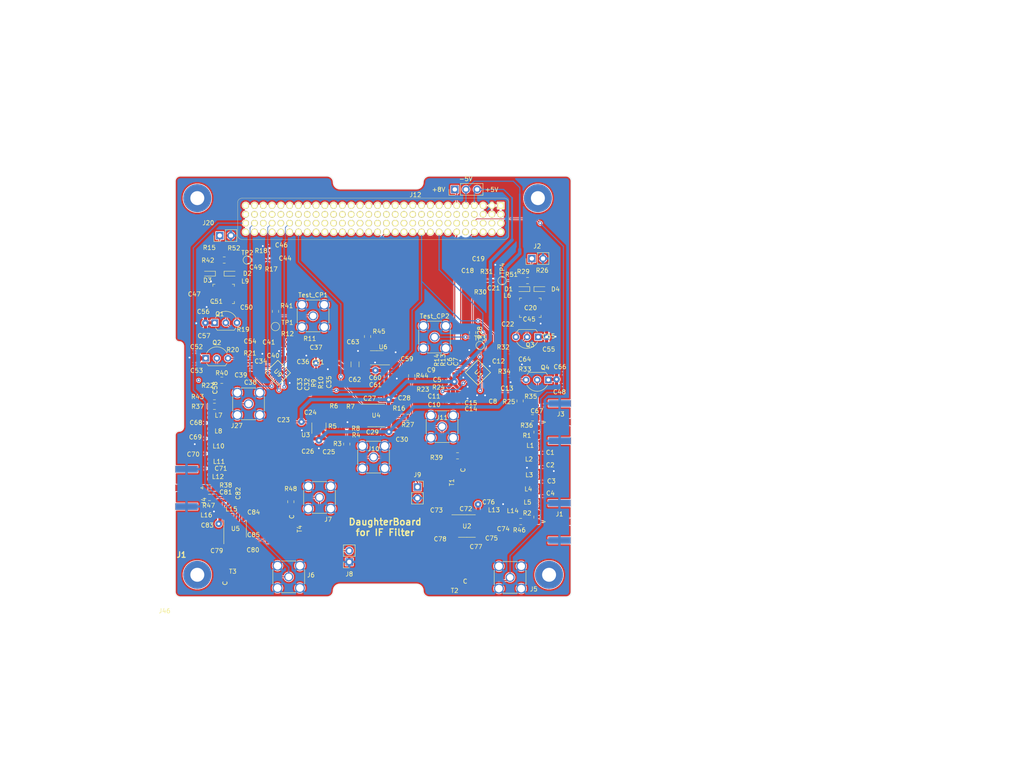
<source format=kicad_pcb>
(kicad_pcb (version 20171130) (host pcbnew "(5.1.5-0-10_14)")
  (layers (0 F.Cu signal) (1 In1.Cu power) (2 In2.Cu power) (31 B.Cu signal) (34 B.Paste user) (35 F.Paste user) (36 B.SilkS user) (37 F.SilkS user) (38 B.Mask user) (39 F.Mask user) (44 Edge.Cuts user))
  (net 0 "")
  (net 1 "Net-(C1-Pad1)")
  (net 2 "Net-(C2-Pad1)")
  (net 3 GND)
  (net 4 "Net-(C4-Pad1)")
  (net 5 "Net-(C19-Pad1)")
  (net 6 "Net-(C21-Pad1)")
  (net 7 "Net-(C22-Pad1)")
  (net 8 -5V)
  (net 9 V_uC)
  (net 10 "Net-(C34-Pad1)")
  (net 11 F_IN)
  (net 12 CE)
  (net 13 Vcc)
  (net 14 "Net-(C39-Pad2)")
  (net 15 Vp)
  (net 16 "Net-(C44-Pad2)")
  (net 17 "Net-(C46-Pad1)")
  (net 18 "Net-(C47-Pad1)")
  (net 19 "Net-(C49-Pad1)")
  (net 20 "Net-(C50-Pad1)")
  (net 21 +8V)
  (net 22 "Net-(C54-Pad2)")
  (net 23 "Net-(C58-Pad2)")
  (net 24 "Net-(C58-Pad1)")
  (net 25 "Net-(C59-Pad1)")
  (net 26 "Net-(C59-Pad2)")
  (net 27 "Net-(C62-Pad1)")
  (net 28 "Net-(C63-Pad1)")
  (net 29 "Net-(C67-Pad1)")
  (net 30 "Net-(C72-Pad2)")
  (net 31 "Net-(C75-Pad2)")
  (net 32 "Net-(C77-Pad2)")
  (net 33 "Net-(C79-Pad1)")
  (net 34 "Net-(C80-Pad1)")
  (net 35 "Net-(D2-Pad1)")
  (net 36 "Net-(L5-Pad2)")
  (net 37 "Net-(Q2-Pad3)")
  (net 38 "Net-(Q4-Pad3)")
  (net 39 "Net-(R16-Pad1)")
  (net 40 "Net-(R5-Pad1)")
  (net 41 "Net-(R6-Pad1)")
  (net 42 "Net-(R7-Pad1)")
  (net 43 CPo)
  (net 44 "/Low Pass Filter for 10m PLL/Local_Oscillator_Output")
  (net 45 +5V)
  (net 46 F_IN_2)
  (net 47 CPo_2)
  (net 48 "Net-(C3-Pad1)")
  (net 49 "Net-(C8-Pad1)")
  (net 50 "Net-(C13-Pad2)")
  (net 51 "Net-(C18-Pad2)")
  (net 52 "Net-(C20-Pad1)")
  (net 53 "Net-(C64-Pad2)")
  (net 54 "Net-(C67-Pad2)")
  (net 55 "Net-(C68-Pad1)")
  (net 56 "Net-(C69-Pad1)")
  (net 57 "Net-(C70-Pad1)")
  (net 58 "Net-(C71-Pad1)")
  (net 59 "Net-(C72-Pad1)")
  (net 60 "Net-(C73-Pad2)")
  (net 61 "Net-(C73-Pad1)")
  (net 62 "Net-(C74-Pad2)")
  (net 63 "Net-(C74-Pad1)")
  (net 64 "Net-(C77-Pad1)")
  (net 65 "Net-(C78-Pad2)")
  (net 66 "Net-(C78-Pad1)")
  (net 67 "Net-(C79-Pad2)")
  (net 68 "Net-(C80-Pad2)")
  (net 69 "Net-(C81-Pad1)")
  (net 70 "Net-(C81-Pad2)")
  (net 71 "Net-(C82-Pad2)")
  (net 72 "Net-(C84-Pad1)")
  (net 73 "Net-(C84-Pad2)")
  (net 74 "Net-(C85-Pad2)")
  (net 75 "Net-(C85-Pad1)")
  (net 76 "Net-(D1-Pad1)")
  (net 77 /PLL_10m_LPF)
  (net 78 /Down_Mixer-IF_Filter)
  (net 79 /IF_Filter-VGA)
  (net 80 /VGA-Detector)
  (net 81 /PLL_15m-LPF)
  (net 82 Bus_104)
  (net 83 "Net-(L1-Pad1)")
  (net 84 "Net-(L7-Pad1)")
  (net 85 "Net-(L12-Pad2)")
  (net 86 "Net-(L13-Pad2)")
  (net 87 "Net-(L15-Pad2)")
  (net 88 "Net-(R39-Pad1)")
  (net 89 "Net-(R48-Pad2)")
  (net 90 /LPF-Down_Mixer)
  (net 91 "Net-(R3-Pad1)")
  (net 92 "Net-(R8-Pad1)")
  (net 93 "Net-(R16-Pad2)")
  (net 94 Bus_96)
  (net 95 Bus_99)
  (net 96 Bus_94)
  (net 97 Bus_100)
  (net 98 "Net-(C12-Pad2)")
  (net 99 "Net-(C38-Pad2)")
  (net 100 V_uC_2)
  (net 101 CE_2)
  (net 102 Vcc_2)
  (net 103 Vp_2)
  (net 104 Bus_87)
  (net 105 Bus_89)
  (net 106 Bus_85)
  (net 107 Bus_114)
  (net 108 "Net-(J2-Pad1)")
  (net 109 "Net-(J20-Pad1)")
  (net 110 "Net-(R29-Pad1)")
  (net 111 "Net-(R42-Pad1)")
  (net 112 Bus_64)
  (net 113 Bus_90)
  (module SS:STD_PCB_A1_v1.1 (layer F.Cu) (at 23.33 113.791751)
    (fp_text reference J46 (at -2.36 3.15) (layer F.SilkS))
    (fp_text value Bus)
    (fp_text user J1 (at 1.48 -9.631751) (layer F.SilkS) (effects (font (size 1.27 1.27) (thickness 0.254))))
    (fp_line (start 90.17 -72.9) (end 90.17 -70.615) (layer Edge.Cuts) (width 0.0635))
    (fp_arc (start 57.855 -94.425) (end 56.39 -94.425) (angle 90) (layer Edge.Cuts) (width 0.0635))
    (fp_arc (start 54.925 -94.425) (end 56.39 -94.425) (angle 90) (layer Edge.Cuts) (width 0.0635))
    (fp_arc (start 37.535 -94.425) (end 37.535 -92.96) (angle 90) (layer Edge.Cuts) (width 0.0635))
    (fp_arc (start 34.605 -94.425) (end 34.605 -95.89) (angle 90) (layer Edge.Cuts) (width 0.0635))
    (fp_arc (start 88.97 -94.69) (end 90.17 -94.69) (angle -90) (layer Edge.Cuts) (width 0.0635))
    (fp_arc (start 1.2 -94.69) (end 0 -94.69) (angle 90) (layer Edge.Cuts) (width 0.0635))
    (fp_line (start 88.97 -95.89) (end 84.4 -95.89) (layer Edge.Cuts) (width 0.0635))
    (fp_line (start 90.17 -72.9) (end 90.17 -94.69) (layer Edge.Cuts) (width 0.0635))
    (fp_line (start 57.855 -95.89) (end 84.4 -95.89) (layer Edge.Cuts) (width 0.0635))
    (fp_line (start 37.535 -92.96) (end 54.925 -92.96) (layer Edge.Cuts) (width 0.0635))
    (fp_line (start 1.2 -95.89) (end 34.605 -95.89) (layer Edge.Cuts) (width 0.0635))
    (fp_arc (start 88.97 -1.2) (end 88.97 0) (angle -90) (layer Edge.Cuts) (width 0.0635))
    (fp_arc (start 57.85 -1.46) (end 56.39 -1.46) (angle -90) (layer Edge.Cuts) (width 0.0635))
    (fp_arc (start 54.93 -1.46) (end 56.39 -1.46) (angle -90) (layer Edge.Cuts) (width 0.0635))
    (fp_line (start 90.17 -1.2) (end 90.17 -70.615) (layer Edge.Cuts) (width 0.0635))
    (fp_line (start 57.85 0) (end 88.97 0) (layer Edge.Cuts) (width 0.0635))
    (fp_arc (start 37.53 -1.46) (end 37.53 -2.92) (angle -90) (layer Edge.Cuts) (width 0.0635))
    (fp_arc (start 34.61 -1.46) (end 34.61 0) (angle -90) (layer Edge.Cuts) (width 0.0635))
    (fp_line (start 37.53 -2.92) (end 54.93 -2.92) (layer Edge.Cuts) (width 0.0635))
    (fp_arc (start 1.2 -1.2) (end 0 -1.2) (angle -90) (layer Edge.Cuts) (width 0.0635))
    (fp_arc (start 0.96 -59.04) (end 0 -59.04) (angle -90) (layer Edge.Cuts) (width 0.0635))
    (fp_arc (start 0.96 -57.12) (end 0.96 -58.08) (angle 90) (layer Edge.Cuts) (width 0.0635))
    (fp_line (start 0 -1.2) (end 0 -36.85) (layer Edge.Cuts) (width 0.0635))
    (fp_line (start 1.2 0) (end 34.61 0) (layer Edge.Cuts) (width 0.0635))
    (fp_line (start 0 -59.04) (end 0 -94.69) (layer Edge.Cuts) (width 0.0635))
    (fp_line (start 1.92 -38.77) (end 1.92 -57.12) (layer Edge.Cuts) (width 0.0635))
    (fp_arc (start 0.96 -36.85) (end 0 -36.85) (angle 90) (layer Edge.Cuts) (width 0.0635))
    (fp_arc (start 0.96 -38.77) (end 0.96 -37.81) (angle -90) (layer Edge.Cuts) (width 0.0635))
    (pad "" np_thru_hole circle (at 85.09 -5.08) (size 6.35 6.35) (drill 3.18) (layers *.Cu *.Mask))
    (pad "" np_thru_hole circle (at 82.55 -90.81) (size 6.35 6.35) (drill 3.18) (layers *.Cu *.Mask))
    (pad "" np_thru_hole circle (at 5.08 -90.81) (size 6.35 6.35) (drill 3.18) (layers *.Cu *.Mask))
    (pad "" np_thru_hole circle (at 5.08 -5.08) (size 6.35 6.35) (drill 3.18) (layers *.Cu *.Mask))
    (pad 93 thru_hole circle (at 70.085 -83.12 90) (size 1.5 1.5) (drill 1) (layers *.Cu *.Mask F.SilkS))
    (pad 73 thru_hole circle (at 50.085 -85.12 90) (size 1.5 1.5) (drill 1) (layers *.Cu *.Mask F.SilkS))
    (pad 87 thru_hole circle (at 22.085 -85.12 90) (size 1.5 1.5) (drill 1) (layers *.Cu *.Mask F.SilkS) (net 104 Bus_87) (clearance 0.127))
    (pad 107 thru_hole circle (at 42.085 -83.12 90) (size 1.5 1.5) (drill 1) (layers *.Cu *.Mask F.SilkS))
    (pad 99 thru_hole circle (at 58.085 -83.12 90) (size 1.5 1.5) (drill 1) (layers *.Cu *.Mask F.SilkS))
    (pad 70 thru_hole circle (at 56.085 -85.12 90) (size 1.5 1.5) (drill 1) (layers *.Cu *.Mask F.SilkS))
    (pad 96 thru_hole circle (at 64.085 -83.12 90) (size 1.5 1.5) (drill 1) (layers *.Cu *.Mask F.SilkS) (net 94 Bus_96))
    (pad 104 thru_hole circle (at 48.085 -83.12 90) (size 1.5 1.5) (drill 1) (layers *.Cu *.Mask F.SilkS) (net 82 Bus_104))
    (pad 116 thru_hole circle (at 24.085 -83.12 90) (size 1.5 1.5) (drill 1) (layers *.Cu *.Mask F.SilkS) (clearance 0.00127))
    (pad 82 thru_hole circle (at 32.085 -85.12 90) (size 1.5 1.5) (drill 1) (layers *.Cu *.Mask F.SilkS))
    (pad 88 thru_hole circle (at 20.085 -85.12 90) (size 1.5 1.5) (drill 1) (layers *.Cu *.Mask F.SilkS) (clearance 0.127))
    (pad 78 thru_hole circle (at 40.085 -85.12 90) (size 1.5 1.5) (drill 1) (layers *.Cu *.Mask F.SilkS))
    (pad 95 thru_hole circle (at 66.085 -83.12 90) (size 1.5 1.5) (drill 1) (layers *.Cu *.Mask F.SilkS))
    (pad 86 thru_hole circle (at 24.085 -85.12 90) (size 1.5 1.5) (drill 1) (layers *.Cu *.Mask F.SilkS) (clearance 0.127))
    (pad 74 thru_hole circle (at 48.085 -85.12 90) (size 1.5 1.5) (drill 1) (layers *.Cu *.Mask F.SilkS))
    (pad 97 thru_hole circle (at 62.085 -83.12 90) (size 1.5 1.5) (drill 1) (layers *.Cu *.Mask F.SilkS))
    (pad 68 thru_hole circle (at 60.085 -85.12 90) (size 1.5 1.5) (drill 1) (layers *.Cu *.Mask F.SilkS))
    (pad 89 thru_hole circle (at 18.085 -85.12 90) (size 1.5 1.5) (drill 1) (layers *.Cu *.Mask F.SilkS) (net 105 Bus_89) (clearance 0.127))
    (pad 80 thru_hole circle (at 36.085 -85.12 90) (size 1.5 1.5) (drill 1) (layers *.Cu *.Mask F.SilkS))
    (pad 91 thru_hole circle (at 74.085 -83.12 90) (size 1.5 1.5) (drill 1) (layers *.Cu *.Mask F.SilkS))
    (pad 120 thru_hole circle (at 16.085 -83.12 90) (size 1.5 1.5) (drill 1) (layers *.Cu *.Mask F.SilkS) (clearance 0.00127))
    (pad 108 thru_hole circle (at 40.085 -83.12 90) (size 1.5 1.5) (drill 1) (layers *.Cu *.Mask F.SilkS))
    (pad 102 thru_hole circle (at 52.085 -83.12 90) (size 1.5 1.5) (drill 1) (layers *.Cu *.Mask F.SilkS))
    (pad 98 thru_hole circle (at 60.085 -83.12 90) (size 1.5 1.5) (drill 1) (layers *.Cu *.Mask F.SilkS) (net 95 Bus_99))
    (pad 71 thru_hole circle (at 54.085 -85.12 90) (size 1.5 1.5) (drill 1) (layers *.Cu *.Mask F.SilkS))
    (pad 83 thru_hole circle (at 30.085 -85.12 90) (size 1.5 1.5) (drill 1) (layers *.Cu *.Mask F.SilkS))
    (pad 105 thru_hole circle (at 46.085 -83.12 90) (size 1.5 1.5) (drill 1) (layers *.Cu *.Mask F.SilkS))
    (pad 90 thru_hole circle (at 16.085 -85.12 90) (size 1.5 1.5) (drill 1) (layers *.Cu *.Mask F.SilkS) (net 113 Bus_90) (clearance 0.127))
    (pad 84 thru_hole circle (at 28.085 -85.12 90) (size 1.5 1.5) (drill 1) (layers *.Cu *.Mask F.SilkS))
    (pad 77 thru_hole circle (at 42.085 -85.12 90) (size 1.5 1.5) (drill 1) (layers *.Cu *.Mask F.SilkS))
    (pad 69 thru_hole circle (at 58.085 -85.12 90) (size 1.5 1.5) (drill 1) (layers *.Cu *.Mask F.SilkS))
    (pad 51 thru_hole circle (at 34.085 -87.12 90) (size 1.5 1.5) (drill 1) (layers *.Cu *.Mask F.SilkS))
    (pad 62 thru_hole circle (at 72.085 -85.12 90) (size 1.5 1.5) (drill 1) (layers *.Cu *.Mask F.SilkS))
    (pad 85 thru_hole circle (at 26.085 -85.12 90) (size 1.5 1.5) (drill 1) (layers *.Cu *.Mask F.SilkS) (net 106 Bus_85) (clearance 0.127))
    (pad 119 thru_hole circle (at 18.085 -83.12 90) (size 1.5 1.5) (drill 1) (layers *.Cu *.Mask F.SilkS) (clearance 0.00127))
    (pad 29 thru_hole circle (at 18.085 -89.12 90) (size 1.5 1.5) (drill 1) (layers *.Cu *.Mask F.SilkS))
    (pad 21 thru_hole circle (at 34.085 -89.12 90) (size 1.5 1.5) (drill 1) (layers *.Cu *.Mask F.SilkS))
    (pad 110 thru_hole circle (at 36.085 -83.12 90) (size 1.5 1.5) (drill 1) (layers *.Cu *.Mask F.SilkS))
    (pad 39 thru_hole circle (at 58.085 -87.12 90) (size 1.5 1.5) (drill 1) (layers *.Cu *.Mask F.SilkS))
    (pad 9 thru_hole circle (at 58.085 -89.12 90) (size 1.5 1.5) (drill 1) (layers *.Cu *.Mask F.SilkS))
    (pad 47 thru_hole circle (at 42.085 -87.12 90) (size 1.5 1.5) (drill 1) (layers *.Cu *.Mask F.SilkS))
    (pad 61 thru_hole circle (at 74.085 -85.12 90) (size 1.5 1.5) (drill 1) (layers *.Cu *.Mask F.SilkS))
    (pad 19 thru_hole circle (at 38.085 -89.12 90) (size 1.5 1.5) (drill 1) (layers *.Cu *.Mask F.SilkS))
    (pad 57 thru_hole circle (at 22.085 -87.12 90) (size 1.5 1.5) (drill 1) (layers *.Cu *.Mask F.SilkS))
    (pad 114 thru_hole circle (at 28.085 -83.12 90) (size 1.5 1.5) (drill 1) (layers *.Cu *.Mask F.SilkS) (net 107 Bus_114) (clearance 0.00127))
    (pad 46 thru_hole circle (at 44.085 -87.12 90) (size 1.5 1.5) (drill 1) (layers *.Cu *.Mask F.SilkS))
    (pad 55 thru_hole circle (at 26.085 -87.12 90) (size 1.5 1.5) (drill 1) (layers *.Cu *.Mask F.SilkS))
    (pad 54 thru_hole circle (at 28.085 -87.12 90) (size 1.5 1.5) (drill 1) (layers *.Cu *.Mask F.SilkS))
    (pad 94 thru_hole circle (at 68.085 -83.12 90) (size 1.5 1.5) (drill 1) (layers *.Cu *.Mask F.SilkS) (net 96 Bus_94))
    (pad 117 thru_hole circle (at 22.085 -83.12 90) (size 1.5 1.5) (drill 1) (layers *.Cu *.Mask F.SilkS) (clearance 0.00127))
    (pad 76 thru_hole circle (at 44.085 -85.12 90) (size 1.5 1.5) (drill 1) (layers *.Cu *.Mask F.SilkS))
    (pad 15 thru_hole circle (at 46.085 -89.12 90) (size 1.5 1.5) (drill 1) (layers *.Cu *.Mask F.SilkS))
    (pad 100 thru_hole circle (at 56.085 -83.12 90) (size 1.5 1.5) (drill 1) (layers *.Cu *.Mask F.SilkS) (net 97 Bus_100))
    (pad 111 thru_hole circle (at 34.085 -83.12 90) (size 1.5 1.5) (drill 1) (layers *.Cu *.Mask F.SilkS))
    (pad 92 thru_hole circle (at 72.085 -83.12 90) (size 1.5 1.5) (drill 1) (layers *.Cu *.Mask F.SilkS))
    (pad 6 thru_hole circle (at 64.085 -89.12 90) (size 1.5 1.5) (drill 1) (layers *.Cu *.Mask F.SilkS) (net 21 +8V))
    (pad 37 thru_hole circle (at 62.085 -87.12 90) (size 1.5 1.5) (drill 1) (layers *.Cu *.Mask F.SilkS))
    (pad 23 thru_hole circle (at 30.085 -89.12 90) (size 1.5 1.5) (drill 1) (layers *.Cu *.Mask F.SilkS))
    (pad 52 thru_hole circle (at 32.085 -87.12 90) (size 1.5 1.5) (drill 1) (layers *.Cu *.Mask F.SilkS))
    (pad 56 thru_hole circle (at 24.085 -87.12 90) (size 1.5 1.5) (drill 1) (layers *.Cu *.Mask F.SilkS))
    (pad 13 thru_hole circle (at 50.085 -89.12 90) (size 1.5 1.5) (drill 1) (layers *.Cu *.Mask F.SilkS))
    (pad 11 thru_hole circle (at 54.085 -89.12 90) (size 1.5 1.5) (drill 1) (layers *.Cu *.Mask F.SilkS))
    (pad 58 thru_hole circle (at 20.085 -87.12 90) (size 1.5 1.5) (drill 1) (layers *.Cu *.Mask F.SilkS))
    (pad 48 thru_hole circle (at 40.085 -87.12 90) (size 1.5 1.5) (drill 1) (layers *.Cu *.Mask F.SilkS))
    (pad 67 thru_hole circle (at 62.085 -85.12 90) (size 1.5 1.5) (drill 1) (layers *.Cu *.Mask F.SilkS))
    (pad 75 thru_hole circle (at 46.085 -85.12 90) (size 1.5 1.5) (drill 1) (layers *.Cu *.Mask F.SilkS))
    (pad 112 thru_hole circle (at 32.085 -83.12 90) (size 1.5 1.5) (drill 1) (layers *.Cu *.Mask F.SilkS))
    (pad 118 thru_hole circle (at 20.085 -83.12 90) (size 1.5 1.5) (drill 1) (layers *.Cu *.Mask F.SilkS) (clearance 0.00127))
    (pad 81 thru_hole circle (at 34.085 -85.12 90) (size 1.5 1.5) (drill 1) (layers *.Cu *.Mask F.SilkS))
    (pad 7 thru_hole circle (at 62.085 -89.12 90) (size 1.5 1.5) (drill 1) (layers *.Cu *.Mask F.SilkS))
    (pad 20 thru_hole circle (at 36.085 -89.12 90) (size 1.5 1.5) (drill 1) (layers *.Cu *.Mask F.SilkS))
    (pad 103 thru_hole circle (at 50.085 -83.12 90) (size 1.5 1.5) (drill 1) (layers *.Cu *.Mask F.SilkS))
    (pad 41 thru_hole circle (at 54.085 -87.12 90) (size 1.5 1.5) (drill 1) (layers *.Cu *.Mask F.SilkS))
    (pad 26 thru_hole circle (at 24.085 -89.12 90) (size 1.5 1.5) (drill 1) (layers *.Cu *.Mask F.SilkS))
    (pad 101 thru_hole circle (at 54.085 -83.12 90) (size 1.5 1.5) (drill 1) (layers *.Cu *.Mask F.SilkS))
    (pad 53 thru_hole circle (at 30.085 -87.12 90) (size 1.5 1.5) (drill 1) (layers *.Cu *.Mask F.SilkS))
    (pad 30 thru_hole circle (at 16.085 -89.12 90) (size 1.5 1.5) (drill 1) (layers *.Cu *.Mask F.SilkS))
    (pad 109 thru_hole circle (at 38.085 -83.12 90) (size 1.5 1.5) (drill 1) (layers *.Cu *.Mask F.SilkS))
    (pad 4 thru_hole circle (at 68.085 -89.12 90) (size 1.5 1.5) (drill 1) (layers *.Cu *.Mask F.SilkS) (net 45 +5V))
    (pad 79 thru_hole circle (at 38.085 -85.12 90) (size 1.5 1.5) (drill 1) (layers *.Cu *.Mask F.SilkS))
    (pad 65 thru_hole circle (at 66.085 -85.12 90) (size 1.5 1.5) (drill 1) (layers *.Cu *.Mask F.SilkS))
    (pad 59 thru_hole circle (at 18.085 -87.12 90) (size 1.5 1.5) (drill 1) (layers *.Cu *.Mask F.SilkS))
    (pad 27 thru_hole circle (at 22.085 -89.12 90) (size 1.5 1.5) (drill 1) (layers *.Cu *.Mask F.SilkS))
    (pad 34 thru_hole circle (at 68.085 -87.12 90) (size 1.5 1.5) (drill 1) (layers *.Cu *.Mask F.SilkS))
    (pad 63 thru_hole circle (at 70.085 -85.12 90) (size 1.5 1.5) (drill 1) (layers *.Cu *.Mask F.SilkS))
    (pad 18 thru_hole circle (at 40.085 -89.12 90) (size 1.5 1.5) (drill 1) (layers *.Cu *.Mask F.SilkS))
    (pad 72 thru_hole circle (at 52.085 -85.12 90) (size 1.5 1.5) (drill 1) (layers *.Cu *.Mask F.SilkS))
    (pad 115 thru_hole circle (at 26.085 -83.12 90) (size 1.5 1.5) (drill 1) (layers *.Cu *.Mask F.SilkS) (clearance 0.00127))
    (pad 16 thru_hole circle (at 44.085 -89.12 90) (size 1.5 1.5) (drill 1) (layers *.Cu *.Mask F.SilkS))
    (pad 66 thru_hole circle (at 64.085 -85.12 90) (size 1.5 1.5) (drill 1) (layers *.Cu *.Mask F.SilkS))
    (pad 64 thru_hole circle (at 68.085 -85.12 90) (size 1.5 1.5) (drill 1) (layers *.Cu *.Mask F.SilkS) (net 112 Bus_64))
    (pad 5 thru_hole circle (at 66.085 -89.12 90) (size 1.5 1.5) (drill 1) (layers *.Cu *.Mask F.SilkS) (net 8 -5V))
    (pad 106 thru_hole circle (at 44.085 -83.12 90) (size 1.5 1.5) (drill 1) (layers *.Cu *.Mask F.SilkS))
    (pad 113 thru_hole circle (at 30.085 -83.12 90) (size 1.5 1.5) (drill 1) (layers *.Cu *.Mask F.SilkS))
    (pad 60 thru_hole circle (at 16.085 -87.12 90) (size 1.5 1.5) (drill 1) (layers *.Cu *.Mask F.SilkS))
    (pad 2 thru_hole circle (at 72.085 -89.12 90) (size 1.5 1.5) (drill 1) (layers *.Cu *.Mask F.SilkS) (net 3 GND))
    (pad 45 thru_hole circle (at 46.085 -87.12 90) (size 1.5 1.5) (drill 1) (layers *.Cu *.Mask F.SilkS))
    (pad 40 thru_hole circle (at 56.085 -87.12 90) (size 1.5 1.5) (drill 1) (layers *.Cu *.Mask F.SilkS))
    (pad 36 thru_hole circle (at 64.085 -87.12 90) (size 1.5 1.5) (drill 1) (layers *.Cu *.Mask F.SilkS))
    (pad 3 thru_hole circle (at 70.085 -89.12 90) (size 1.5 1.5) (drill 1) (layers *.Cu *.Mask F.SilkS))
    (pad 31 thru_hole circle (at 74.085 -87.12 90) (size 1.5 1.5) (drill 1) (layers *.Cu *.Mask F.SilkS))
    (pad 14 thru_hole circle (at 48.085 -89.12 90) (size 1.5 1.5) (drill 1) (layers *.Cu *.Mask F.SilkS))
    (pad 10 thru_hole circle (at 56.085 -89.12 90) (size 1.5 1.5) (drill 1) (layers *.Cu *.Mask F.SilkS))
    (pad 38 thru_hole circle (at 60.085 -87.12 90) (size 1.5 1.5) (drill 1) (layers *.Cu *.Mask F.SilkS))
    (pad 25 thru_hole circle (at 26.085 -89.12 90) (size 1.5 1.5) (drill 1) (layers *.Cu *.Mask F.SilkS))
    (pad 28 thru_hole circle (at 20.085 -89.12 90) (size 1.5 1.5) (drill 1) (layers *.Cu *.Mask F.SilkS))
    (pad 33 thru_hole circle (at 70.085 -87.12 90) (size 1.5 1.5) (drill 1) (layers *.Cu *.Mask F.SilkS))
    (pad 42 thru_hole circle (at 52.085 -87.12 90) (size 1.5 1.5) (drill 1) (layers *.Cu *.Mask F.SilkS))
    (pad 32 thru_hole circle (at 72.085 -87.12 90) (size 1.5 1.5) (drill 1) (layers *.Cu *.Mask F.SilkS))
    (pad 44 thru_hole circle (at 48.085 -87.12 90) (size 1.5 1.5) (drill 1) (layers *.Cu *.Mask F.SilkS))
    (pad 1 thru_hole rect (at 74.085 -89.12 90) (size 1.5 1.5) (drill 1) (layers *.Cu *.Mask F.SilkS))
    (pad 43 thru_hole circle (at 50.085 -87.12 90) (size 1.5 1.5) (drill 1) (layers *.Cu *.Mask F.SilkS))
    (pad 50 thru_hole circle (at 36.085 -87.12 90) (size 1.5 1.5) (drill 1) (layers *.Cu *.Mask F.SilkS))
    (pad 17 thru_hole circle (at 42.085 -89.12 90) (size 1.5 1.5) (drill 1) (layers *.Cu *.Mask F.SilkS))
    (pad 49 thru_hole circle (at 38.085 -87.12 90) (size 1.5 1.5) (drill 1) (layers *.Cu *.Mask F.SilkS))
    (pad 8 thru_hole circle (at 60.085 -89.12 90) (size 1.5 1.5) (drill 1) (layers *.Cu *.Mask F.SilkS))
    (pad 24 thru_hole circle (at 28.085 -89.12 90) (size 1.5 1.5) (drill 1) (layers *.Cu *.Mask F.SilkS))
    (pad 12 thru_hole circle (at 52.085 -89.12 90) (size 1.5 1.5) (drill 1) (layers *.Cu *.Mask F.SilkS))
    (pad 22 thru_hole circle (at 32.085 -89.12 90) (size 1.5 1.5) (drill 1) (layers *.Cu *.Mask F.SilkS))
    (pad 35 thru_hole circle (at 66.085 -87.12 90) (size 1.5 1.5) (drill 1) (layers *.Cu *.Mask F.SilkS))
  )
  (module Capacitor_SMD:C_0402_1005Metric (layer F.Cu) (at 40.36976 60.8076)
    (fp_text reference C34 (at 2.49024 -0.6976) (layer F.SilkS))
    (fp_text value 1000pF)
    (pad 1 smd roundrect (at -0.485 0) (size 0.59 0.64) (layers F.Cu F.Paste F.Mask) (net 10 "Net-(C34-Pad1)"))
    (pad 2 smd roundrect (at 0.485 0) (size 0.59 0.64) (layers F.Cu F.Paste F.Mask) (net 11 F_IN))
  )
  (module Capacitor_SMD:C_0402_1005Metric (layer F.Cu) (at 35.09448 103.16436 270)
    (fp_text reference C79 (at 0.07564 2.26448 180) (layer F.SilkS))
    (fp_text value 10u)
    (pad 2 smd roundrect (at 0.485 0 270) (size 0.59 0.64) (layers F.Cu F.Paste F.Mask) (net 67 "Net-(C79-Pad2)"))
    (pad 1 smd roundrect (at -0.485 0 270) (size 0.59 0.64) (layers F.Cu F.Paste F.Mask) (net 33 "Net-(C79-Pad1)"))
  )
  (module Capacitor_SMD:C_0402_1005Metric (layer F.Cu) (at 36.33948 103.15436 270)
    (fp_text reference C80 (at -0.09436 -4.72052 180) (layer F.SilkS))
    (fp_text value 10u)
    (pad 1 smd roundrect (at -0.485 0 270) (size 0.59 0.64) (layers F.Cu F.Paste F.Mask) (net 34 "Net-(C80-Pad1)"))
    (pad 2 smd roundrect (at 0.485 0 270) (size 0.59 0.64) (layers F.Cu F.Paste F.Mask) (net 68 "Net-(C80-Pad2)"))
  )
  (module Capacitor_SMD:C_0402_1005Metric (layer F.Cu) (at 33.10448 95.63436 180)
    (fp_text reference C83 (at 2.43448 -1.80564) (layer F.SilkS))
    (fp_text value 10u)
    (pad 1 smd roundrect (at -0.485 0 180) (size 0.59 0.64) (layers F.Cu F.Paste F.Mask) (net 21 +8V))
    (pad 2 smd roundrect (at 0.485 0 180) (size 0.59 0.64) (layers F.Cu F.Paste F.Mask) (net 3 GND))
  )
  (module Capacitor_SMD:C_0402_1005Metric (layer F.Cu) (at 34.87448 91.07936)
    (fp_text reference C81 (at 0 -1.17) (layer F.SilkS))
    (fp_text value 2.2n)
    (pad 1 smd roundrect (at -0.485 0) (size 0.59 0.64) (layers F.Cu F.Paste F.Mask) (net 69 "Net-(C81-Pad1)"))
    (pad 2 smd roundrect (at 0.485 0) (size 0.59 0.64) (layers F.Cu F.Paste F.Mask) (net 70 "Net-(C81-Pad2)"))
  )
  (module Capacitor_SMD:C_0402_1005Metric (layer F.Cu) (at 37.13948 92.50436)
    (fp_text reference C82 (at 0.55052 -2.32436 90) (layer F.SilkS))
    (fp_text value 10u)
    (pad 2 smd roundrect (at 0.485 0) (size 0.59 0.64) (layers F.Cu F.Paste F.Mask) (net 71 "Net-(C82-Pad2)"))
    (pad 1 smd roundrect (at -0.485 0) (size 0.59 0.64) (layers F.Cu F.Paste F.Mask) (net 70 "Net-(C81-Pad2)"))
  )
  (module Capacitor_SMD:C_0402_1005Metric (layer F.Cu) (at 41.22448 95.63936)
    (fp_text reference C84 (at 0 -1.17) (layer F.SilkS))
    (fp_text value 10u)
    (pad 1 smd roundrect (at -0.485 0) (size 0.59 0.64) (layers F.Cu F.Paste F.Mask) (net 72 "Net-(C84-Pad1)"))
    (pad 2 smd roundrect (at 0.485 0) (size 0.59 0.64) (layers F.Cu F.Paste F.Mask) (net 73 "Net-(C84-Pad2)"))
  )
  (module Capacitor_SMD:C_0402_1005Metric (layer F.Cu) (at 41.18948 100.78936)
    (fp_text reference C85 (at 0 -1.17) (layer F.SilkS))
    (fp_text value 10u)
    (pad 2 smd roundrect (at 0.485 0) (size 0.59 0.64) (layers F.Cu F.Paste F.Mask) (net 74 "Net-(C85-Pad2)"))
    (pad 1 smd roundrect (at -0.485 0) (size 0.59 0.64) (layers F.Cu F.Paste F.Mask) (net 75 "Net-(C85-Pad1)"))
  )
  (module Capacitor_SMD:C_0402_1005Metric (layer F.Cu) (at 87.11364 93.66716 90)
    (fp_text reference C72 (at -0.03284 2.37636 180) (layer F.SilkS))
    (fp_text value 10u)
    (pad 2 smd roundrect (at 0.485 0 90) (size 0.59 0.64) (layers F.Cu F.Paste F.Mask) (net 30 "Net-(C72-Pad2)"))
    (pad 1 smd roundrect (at -0.485 0 90) (size 0.59 0.64) (layers F.Cu F.Paste F.Mask) (net 59 "Net-(C72-Pad1)"))
  )
  (module Capacitor_SMD:C_0402_1005Metric (layer F.Cu) (at 85.11364 93.68716 90)
    (fp_text reference C73 (at -0.32284 -2.30364 180) (layer F.SilkS))
    (fp_text value 10u)
    (pad 2 smd roundrect (at 0.485 0 90) (size 0.59 0.64) (layers F.Cu F.Paste F.Mask) (net 60 "Net-(C73-Pad2)"))
    (pad 1 smd roundrect (at -0.485 0 90) (size 0.59 0.64) (layers F.Cu F.Paste F.Mask) (net 61 "Net-(C73-Pad1)"))
  )
  (module Capacitor_SMD:C_0402_1005Metric (layer F.Cu) (at 92.75864 94.21216)
    (fp_text reference C76 (at 1.89136 -2.05216) (layer F.SilkS))
    (fp_text value 10u)
    (pad 1 smd roundrect (at -0.485 0) (size 0.59 0.64) (layers F.Cu F.Paste F.Mask) (net 21 +8V))
    (pad 2 smd roundrect (at 0.485 0) (size 0.59 0.64) (layers F.Cu F.Paste F.Mask) (net 3 GND))
  )
  (module Capacitor_SMD:C_0402_1005Metric (layer F.Cu) (at 96.37008 96.58 180)
    (fp_text reference C74 (at -1.63992 -1.68) (layer F.SilkS))
    (fp_text value 2.2n)
    (pad 2 smd roundrect (at 0.485 0 180) (size 0.59 0.64) (layers F.Cu F.Paste F.Mask) (net 62 "Net-(C74-Pad2)"))
    (pad 1 smd roundrect (at -0.485 0 180) (size 0.59 0.64) (layers F.Cu F.Paste F.Mask) (net 63 "Net-(C74-Pad1)"))
  )
  (module Capacitor_SMD:C_0402_1005Metric (layer F.Cu) (at 95.395 98.24624 180)
    (fp_text reference C75 (at 0.065 -2.13376) (layer F.SilkS))
    (fp_text value 10u)
    (pad 2 smd roundrect (at 0.485 0 180) (size 0.59 0.64) (layers F.Cu F.Paste F.Mask) (net 31 "Net-(C75-Pad2)"))
    (pad 1 smd roundrect (at -0.485 0 180) (size 0.59 0.64) (layers F.Cu F.Paste F.Mask) (net 62 "Net-(C74-Pad2)"))
  )
  (module Capacitor_SMD:C_0402_1005Metric (layer F.Cu) (at 91.795 101.155 180)
    (fp_text reference C77 (at 0 -1.17) (layer F.SilkS))
    (fp_text value 10u)
    (pad 1 smd roundrect (at -0.485 0 180) (size 0.59 0.64) (layers F.Cu F.Paste F.Mask) (net 64 "Net-(C77-Pad1)"))
    (pad 2 smd roundrect (at 0.485 0 180) (size 0.59 0.64) (layers F.Cu F.Paste F.Mask) (net 32 "Net-(C77-Pad2)"))
  )
  (module Capacitor_SMD:C_0402_1005Metric (layer F.Cu) (at 86.63 101.265 180)
    (fp_text reference C78 (at 2.98 0.695) (layer F.SilkS))
    (fp_text value 10u)
    (pad 2 smd roundrect (at 0.485 0 180) (size 0.59 0.64) (layers F.Cu F.Paste F.Mask) (net 65 "Net-(C78-Pad2)"))
    (pad 1 smd roundrect (at -0.485 0 180) (size 0.59 0.64) (layers F.Cu F.Paste F.Mask) (net 66 "Net-(C78-Pad1)"))
  )
  (module Capacitor_SMD:C_0402_1005Metric (layer F.Cu) (at 50.545 74.355 270)
    (fp_text reference C23 (at -0.895 2.545 180) (layer F.SilkS))
    (fp_text value 4.7uF)
    (pad 1 smd roundrect (at -0.485 0 270) (size 0.59 0.64) (layers F.Cu F.Paste F.Mask) (net 45 +5V))
    (pad 2 smd roundrect (at 0.485 0 270) (size 0.59 0.64) (layers F.Cu F.Paste F.Mask) (net 3 GND))
  )
  (module Capacitor_SMD:C_0402_1005Metric (layer F.Cu) (at 53.615 74.385 270)
    (fp_text reference C24 (at -2.615 -0.505 180) (layer F.SilkS))
    (fp_text value 10nF)
    (pad 2 smd roundrect (at 0.485 0 270) (size 0.59 0.64) (layers F.Cu F.Paste F.Mask) (net 3 GND))
    (pad 1 smd roundrect (at -0.485 0 270) (size 0.59 0.64) (layers F.Cu F.Paste F.Mask) (net 45 +5V))
  )
  (module Capacitor_SMD:C_0402_1005Metric (layer F.Cu) (at 57.425 78.215 90)
    (fp_text reference C25 (at -2.525 0.895 180) (layer F.SilkS))
    (fp_text value 4.7uF)
    (pad 2 smd roundrect (at 0.485 0 90) (size 0.59 0.64) (layers F.Cu F.Paste F.Mask) (net 8 -5V))
    (pad 1 smd roundrect (at -0.485 0 90) (size 0.59 0.64) (layers F.Cu F.Paste F.Mask) (net 3 GND))
  )
  (module Capacitor_SMD:C_0402_1005Metric (layer F.Cu) (at 54.645 78.235 90)
    (fp_text reference C26 (at -2.385 -1.105 180) (layer F.SilkS))
    (fp_text value 10nF)
    (pad 1 smd roundrect (at -0.485 0 90) (size 0.59 0.64) (layers F.Cu F.Paste F.Mask) (net 3 GND))
    (pad 2 smd roundrect (at 0.485 0 90) (size 0.59 0.64) (layers F.Cu F.Paste F.Mask) (net 8 -5V))
  )
  (module Capacitor_SMD:C_0402_1005Metric (layer F.Cu) (at 69.92 68.535 270)
    (fp_text reference C27 (at 0.035 2.31 180) (layer F.SilkS))
    (fp_text value 0.1uH)
    (pad 1 smd roundrect (at -0.485 0 270) (size 0.59 0.64) (layers F.Cu F.Paste F.Mask) (net 3 GND))
    (pad 2 smd roundrect (at 0.485 0 270) (size 0.59 0.64) (layers F.Cu F.Paste F.Mask) (net 45 +5V))
  )
  (module Capacitor_SMD:C_0402_1005Metric (layer F.Cu) (at 73.395 68.545 270)
    (fp_text reference C28 (at -0.075 -2.085 180) (layer F.SilkS))
    (fp_text value 6.8uH)
    (pad 1 smd roundrect (at -0.485 0 270) (size 0.59 0.64) (layers F.Cu F.Paste F.Mask) (net 3 GND))
    (pad 2 smd roundrect (at 0.485 0 270) (size 0.59 0.64) (layers F.Cu F.Paste F.Mask) (net 45 +5V))
  )
  (module Capacitor_SMD:C_0402_1005Metric (layer F.Cu) (at 70.485 76.18 90)
    (fp_text reference C29 (at -0.06 -2.255 180) (layer F.SilkS))
    (fp_text value 0.1uH)
    (pad 2 smd roundrect (at 0.485 0 90) (size 0.59 0.64) (layers F.Cu F.Paste F.Mask) (net 8 -5V))
    (pad 1 smd roundrect (at -0.485 0 90) (size 0.59 0.64) (layers F.Cu F.Paste F.Mask) (net 3 GND))
  )
  (module Capacitor_SMD:C_0402_1005Metric (layer F.Cu) (at 73.555 76.175 90)
    (fp_text reference C30 (at -1.735 1.405 180) (layer F.SilkS))
    (fp_text value 6.8uH)
    (pad 1 smd roundrect (at -0.485 0 90) (size 0.59 0.64) (layers F.Cu F.Paste F.Mask) (net 3 GND))
    (pad 2 smd roundrect (at 0.485 0 90) (size 0.59 0.64) (layers F.Cu F.Paste F.Mask) (net 8 -5V))
  )
  (module Capacitor_SMD:C_0402_1005Metric (layer F.Cu) (at 55.845 59.13 180)
    (fp_text reference C31 (at 0 -1.17) (layer F.SilkS))
    (fp_text value 100nF)
    (pad 1 smd roundrect (at -0.485 0 180) (size 0.59 0.64) (layers F.Cu F.Paste F.Mask) (net 3 GND))
    (pad 2 smd roundrect (at 0.485 0 180) (size 0.59 0.64) (layers F.Cu F.Paste F.Mask) (net 45 +5V))
  )
  (module Capacitor_SMD:C_0402_1005Metric (layer F.Cu) (at 52.97976 62.3726 270)
    (fp_text reference C32 (at 2.9874 -0.38024 90) (layer F.SilkS))
    (fp_text value 100nF)
    (pad 2 smd roundrect (at 0.485 0 270) (size 0.59 0.64) (layers F.Cu F.Paste F.Mask) (net 9 V_uC))
    (pad 1 smd roundrect (at -0.485 0 270) (size 0.59 0.64) (layers F.Cu F.Paste F.Mask) (net 3 GND))
  )
  (module Capacitor_SMD:C_0402_1005Metric (layer F.Cu) (at 51.77976 62.3726 270)
    (fp_text reference C33 (at 2.9274 0.04976 90) (layer F.SilkS))
    (fp_text value 100pF)
    (pad 2 smd roundrect (at 0.485 0 270) (size 0.59 0.64) (layers F.Cu F.Paste F.Mask) (net 9 V_uC))
    (pad 1 smd roundrect (at -0.485 0 270) (size 0.59 0.64) (layers F.Cu F.Paste F.Mask) (net 3 GND))
  )
  (module Capacitor_SMD:C_0402_1005Metric (layer F.Cu) (at 56.65476 62.3576 270)
    (fp_text reference C35 (at 2.4824 -1.70524 90) (layer F.SilkS))
    (fp_text value 100nF)
    (pad 1 smd roundrect (at -0.485 0 270) (size 0.59 0.64) (layers F.Cu F.Paste F.Mask) (net 3 GND))
    (pad 2 smd roundrect (at 0.485 0 270) (size 0.59 0.64) (layers F.Cu F.Paste F.Mask) (net 12 CE))
  )
  (module Capacitor_SMD:C_0402_1005Metric (layer F.Cu) (at 51.56476 58.8076 180)
    (fp_text reference C36 (at -0.89524 -1.4124) (layer F.SilkS))
    (fp_text value 100nF)
    (pad 1 smd roundrect (at -0.485 0 180) (size 0.59 0.64) (layers F.Cu F.Paste F.Mask) (net 3 GND))
    (pad 2 smd roundrect (at 0.485 0 180) (size 0.59 0.64) (layers F.Cu F.Paste F.Mask) (net 13 Vcc))
  )
  (module Capacitor_SMD:C_0402_1005Metric (layer F.Cu) (at 51.57976 57.5426 180)
    (fp_text reference C37 (at -3.84024 0.5726) (layer F.SilkS))
    (fp_text value 100pF)
    (pad 1 smd roundrect (at -0.485 0 180) (size 0.59 0.64) (layers F.Cu F.Paste F.Mask) (net 3 GND))
    (pad 2 smd roundrect (at 0.485 0 180) (size 0.59 0.64) (layers F.Cu F.Paste F.Mask) (net 13 Vcc))
  )
  (module Capacitor_SMD:C_0402_1005Metric (layer F.Cu) (at 41.97976 63.2726 90)
    (fp_text reference C38 (at -1.6474 -1.48976 180) (layer F.SilkS))
    (fp_text value 1000pF)
    (pad 1 smd roundrect (at -0.485 0 90) (size 0.59 0.64) (layers F.Cu F.Paste F.Mask) (net 97 Bus_100))
    (pad 2 smd roundrect (at 0.485 0 90) (size 0.59 0.64) (layers F.Cu F.Paste F.Mask) (net 99 "Net-(C38-Pad2)"))
  )
  (module Capacitor_SMD:C_0402_1005Metric (layer F.Cu) (at 40.38976 62.0326)
    (fp_text reference C39 (at -2.07976 1.2274) (layer F.SilkS))
    (fp_text value 100nF)
    (pad 2 smd roundrect (at 0.485 0) (size 0.59 0.64) (layers F.Cu F.Paste F.Mask) (net 14 "Net-(C39-Pad2)"))
    (pad 1 smd roundrect (at -0.485 0) (size 0.59 0.64) (layers F.Cu F.Paste F.Mask) (net 3 GND))
  )
  (module Capacitor_SMD:C_0402_1005Metric (layer F.Cu) (at 48.41476 58.5326)
    (fp_text reference C40 (at -2.75476 0.2974) (layer F.SilkS))
    (fp_text value 100nF)
    (pad 2 smd roundrect (at 0.485 0) (size 0.59 0.64) (layers F.Cu F.Paste F.Mask) (net 15 Vp))
    (pad 1 smd roundrect (at -0.485 0) (size 0.59 0.64) (layers F.Cu F.Paste F.Mask) (net 3 GND))
  )
  (module Capacitor_SMD:C_0402_1005Metric (layer F.Cu) (at 48.43976 57.3326)
    (fp_text reference C41 (at -3.76976 -1.5626) (layer F.SilkS))
    (fp_text value 100pF)
    (pad 2 smd roundrect (at 0.485 0) (size 0.59 0.64) (layers F.Cu F.Paste F.Mask) (net 15 Vp))
    (pad 1 smd roundrect (at -0.485 0) (size 0.59 0.64) (layers F.Cu F.Paste F.Mask) (net 3 GND))
  )
  (module Capacitor_SMD:C_0402_1005Metric (layer F.Cu) (at 46.05476 36.6626 270)
    (fp_text reference C44 (at 0.0274 -2.33524 180) (layer F.SilkS))
    (fp_text value 12nF)
    (pad 2 smd roundrect (at 0.485 0 270) (size 0.59 0.64) (layers F.Cu F.Paste F.Mask) (net 16 "Net-(C44-Pad2)"))
    (pad 1 smd roundrect (at -0.485 0 270) (size 0.59 0.64) (layers F.Cu F.Paste F.Mask) (net 3 GND))
  )
  (module Capacitor_SMD:C_0402_1005Metric (layer F.Cu) (at 44.97976 34.3626 90)
    (fp_text reference C46 (at 0.6826 2.55024 180) (layer F.SilkS))
    (fp_text value 80nF)
    (pad 1 smd roundrect (at -0.485 0 90) (size 0.59 0.64) (layers F.Cu F.Paste F.Mask) (net 17 "Net-(C46-Pad1)"))
    (pad 2 smd roundrect (at 0.485 0 90) (size 0.59 0.64) (layers F.Cu F.Paste F.Mask) (net 3 GND))
  )
  (module Capacitor_SMD:C_Trimmer_Murata_TZB4-B (layer F.Cu) (at 34.4 44.78 180)
    (fp_text reference C47 (at 6.68 -0.06) (layer F.SilkS))
    (fp_text value SGC35060)
    (pad 2 smd rect (at 3 0 180) (size 2 1.6) (layers F.Cu F.Paste F.Mask) (net 3 GND))
    (pad 1 smd rect (at -3 0 180) (size 2 1.6) (layers F.Cu F.Paste F.Mask) (net 18 "Net-(C47-Pad1)"))
  )
  (module Capacitor_SMD:C_0402_1005Metric (layer F.Cu) (at 41.70476 36.6126 90)
    (fp_text reference C49 (at -2.1074 -0.01476 180) (layer F.SilkS))
    (fp_text value 220nF)
    (pad 2 smd roundrect (at 0.485 0 90) (size 0.59 0.64) (layers F.Cu F.Paste F.Mask) (net 3 GND))
    (pad 1 smd roundrect (at -0.485 0 90) (size 0.59 0.64) (layers F.Cu F.Paste F.Mask) (net 19 "Net-(C49-Pad1)"))
  )
  (module Capacitor_SMD:C_0402_1005Metric (layer F.Cu) (at 36.89476 47.7776)
    (fp_text reference C50 (at 2.70524 0.0624) (layer F.SilkS))
    (fp_text value 22pF)
    (pad 2 smd roundrect (at 0.485 0) (size 0.59 0.64) (layers F.Cu F.Paste F.Mask) (net 18 "Net-(C47-Pad1)"))
    (pad 1 smd roundrect (at -0.485 0) (size 0.59 0.64) (layers F.Cu F.Paste F.Mask) (net 20 "Net-(C50-Pad1)"))
  )
  (module Capacitor_SMD:C_0402_1005Metric (layer F.Cu) (at 34.62476 47.7776)
    (fp_text reference C51 (at -1.86476 -1.2876) (layer F.SilkS))
    (fp_text value 47pF)
    (pad 1 smd roundrect (at -0.485 0) (size 0.59 0.64) (layers F.Cu F.Paste F.Mask) (net 3 GND))
    (pad 2 smd roundrect (at 0.485 0) (size 0.59 0.64) (layers F.Cu F.Paste F.Mask) (net 20 "Net-(C50-Pad1)"))
  )
  (module Capacitor_SMD:C_0402_1005Metric (layer F.Cu) (at 28.22476 57.9976)
    (fp_text reference C52 (at 0 -1.17) (layer F.SilkS))
    (fp_text value 100pF)
    (pad 1 smd roundrect (at -0.485 0) (size 0.59 0.64) (layers F.Cu F.Paste F.Mask) (net 3 GND))
    (pad 2 smd roundrect (at 0.485 0) (size 0.59 0.64) (layers F.Cu F.Paste F.Mask) (net 21 +8V))
  )
  (module Capacitor_SMD:C_0402_1005Metric (layer F.Cu) (at 28.24476 60.7376)
    (fp_text reference C53 (at 0.01524 1.4924) (layer F.SilkS))
    (fp_text value 100nF)
    (pad 1 smd roundrect (at -0.485 0) (size 0.59 0.64) (layers F.Cu F.Paste F.Mask) (net 3 GND))
    (pad 2 smd roundrect (at 0.485 0) (size 0.59 0.64) (layers F.Cu F.Paste F.Mask) (net 21 +8V))
  )
  (module Capacitor_SMD:C_0402_1005Metric (layer F.Cu) (at 38.33 55.635 270)
    (fp_text reference C54 (at -0.075 -2.09 180) (layer F.SilkS))
    (fp_text value 10pF)
    (pad 2 smd roundrect (at 0.485 0 270) (size 0.59 0.64) (layers F.Cu F.Paste F.Mask) (net 22 "Net-(C54-Pad2)"))
    (pad 1 smd roundrect (at -0.485 0 270) (size 0.59 0.64) (layers F.Cu F.Paste F.Mask) (net 20 "Net-(C50-Pad1)"))
  )
  (module Capacitor_SMD:C_0402_1005Metric (layer F.Cu) (at 29.77976 49.9776)
    (fp_text reference C56 (at 0 -1.17) (layer F.SilkS))
    (fp_text value 100pF)
    (pad 2 smd roundrect (at 0.485 0) (size 0.59 0.64) (layers F.Cu F.Paste F.Mask) (net 21 +8V))
    (pad 1 smd roundrect (at -0.485 0) (size 0.59 0.64) (layers F.Cu F.Paste F.Mask) (net 3 GND))
  )
  (module Capacitor_SMD:C_0402_1005Metric (layer F.Cu) (at 29.76976 52.8276)
    (fp_text reference C57 (at 0.17024 1.4924) (layer F.SilkS))
    (fp_text value 100nF)
    (pad 2 smd roundrect (at 0.485 0) (size 0.59 0.64) (layers F.Cu F.Paste F.Mask) (net 21 +8V))
    (pad 1 smd roundrect (at -0.485 0) (size 0.59 0.64) (layers F.Cu F.Paste F.Mask) (net 3 GND))
  )
  (module Capacitor_SMD:C_0402_1005Metric (layer F.Cu) (at 31.28 66.165 270)
    (fp_text reference C58 (at 0 -1.17 90) (layer F.SilkS))
    (fp_text value 100nF)
    (pad 2 smd roundrect (at 0.485 0 270) (size 0.59 0.64) (layers F.Cu F.Paste F.Mask) (net 23 "Net-(C58-Pad2)"))
    (pad 1 smd roundrect (at -0.485 0 270) (size 0.59 0.64) (layers F.Cu F.Paste F.Mask) (net 24 "Net-(C58-Pad1)"))
  )
  (module Capacitor_SMD:C_0402_1005Metric (layer F.Cu) (at 74.83 61.89 270)
    (fp_text reference C59 (at -2.32 -1.27 180) (layer F.SilkS))
    (fp_text value 0.1uH)
    (pad 1 smd roundrect (at -0.485 0 270) (size 0.59 0.64) (layers F.Cu F.Paste F.Mask) (net 25 "Net-(C59-Pad1)"))
    (pad 2 smd roundrect (at 0.485 0 270) (size 0.59 0.64) (layers F.Cu F.Paste F.Mask) (net 26 "Net-(C59-Pad2)"))
  )
  (module Capacitor_SMD:C_0402_1005Metric (layer F.Cu) (at 71.835 62.07)
    (fp_text reference C60 (at -2.965 1.78) (layer F.SilkS))
    (fp_text value 0.1uH)
    (pad 2 smd roundrect (at 0.485 0) (size 0.59 0.64) (layers F.Cu F.Paste F.Mask) (net 3 GND))
    (pad 1 smd roundrect (at -0.485 0) (size 0.59 0.64) (layers F.Cu F.Paste F.Mask) (net 45 +5V))
  )
  (module Capacitor_SMD:C_0402_1005Metric (layer F.Cu) (at 71.835 63.29)
    (fp_text reference C61 (at -2.915 2.18) (layer F.SilkS))
    (fp_text value 100pF)
    (pad 1 smd roundrect (at -0.485 0) (size 0.59 0.64) (layers F.Cu F.Paste F.Mask) (net 45 +5V))
    (pad 2 smd roundrect (at 0.485 0) (size 0.59 0.64) (layers F.Cu F.Paste F.Mask) (net 3 GND))
  )
  (module Capacitor_SMD:C_1206_3216Metric (layer F.Cu) (at 64.28 60.81 270)
    (fp_text reference C62 (at 3.47 0.06 180) (layer F.SilkS))
    (fp_text value 100uH)
    (pad 1 smd roundrect (at -1.4 0 270) (size 1.25 1.75) (layers F.Cu F.Paste F.Mask) (roundrect_rratio 0.2) (net 27 "Net-(C62-Pad1)"))
    (pad 2 smd roundrect (at 1.4 0 270) (size 1.25 1.75) (layers F.Cu F.Paste F.Mask) (roundrect_rratio 0.2) (net 45 +5V))
  )
  (module Capacitor_SMD:C_0402_1005Metric (layer F.Cu) (at 66.66 56.99 180)
    (fp_text reference C63 (at 2.84 1.28) (layer F.SilkS))
    (fp_text value 100pF)
    (pad 2 smd roundrect (at 0.485 0 180) (size 0.59 0.64) (layers F.Cu F.Paste F.Mask) (net 3 GND))
    (pad 1 smd roundrect (at -0.485 0 180) (size 0.59 0.64) (layers F.Cu F.Paste F.Mask) (net 28 "Net-(C63-Pad1)"))
  )
  (module Capacitor_SMD:C_0402_1005Metric (layer F.Cu) (at 85.04168 64.67252)
    (fp_text reference C5 (at -2.08168 -0.36252) (layer F.SilkS))
    (fp_text value 100nF)
    (pad 2 smd roundrect (at 0.485 0) (size 0.59 0.64) (layers F.Cu F.Paste F.Mask) (net 45 +5V))
    (pad 1 smd roundrect (at -0.485 0) (size 0.59 0.64) (layers F.Cu F.Paste F.Mask) (net 3 GND))
  )
  (module Capacitor_SMD:C_0402_1005Metric (layer F.Cu) (at 86.74108 62.43492 90)
    (fp_text reference C6 (at 2.26492 -0.90108 90) (layer F.SilkS))
    (fp_text value 100nF)
    (pad 2 smd roundrect (at 0.485 0 90) (size 0.59 0.64) (layers F.Cu F.Paste F.Mask) (net 100 V_uC_2))
    (pad 1 smd roundrect (at -0.485 0 90) (size 0.59 0.64) (layers F.Cu F.Paste F.Mask) (net 3 GND))
  )
  (module Capacitor_SMD:C_0402_1005Metric (layer F.Cu) (at 87.95012 62.43972 90)
    (fp_text reference C7 (at 2.21972 -0.73012 90) (layer F.SilkS))
    (fp_text value 100pF)
    (pad 1 smd roundrect (at -0.485 0 90) (size 0.59 0.64) (layers F.Cu F.Paste F.Mask) (net 3 GND))
    (pad 2 smd roundrect (at 0.485 0 90) (size 0.59 0.64) (layers F.Cu F.Paste F.Mask) (net 100 V_uC_2))
  )
  (module Capacitor_SMD:C_0402_1005Metric (layer F.Cu) (at 95.905 67.06 180)
    (fp_text reference C8 (at 0.275 -2.19) (layer F.SilkS))
    (fp_text value 1000pF)
    (pad 2 smd roundrect (at 0.485 0 180) (size 0.59 0.64) (layers F.Cu F.Paste F.Mask) (net 46 F_IN_2))
    (pad 1 smd roundrect (at -0.485 0 180) (size 0.59 0.64) (layers F.Cu F.Paste F.Mask) (net 49 "Net-(C8-Pad1)"))
  )
  (module Capacitor_SMD:C_0402_1005Metric (layer F.Cu) (at 83.26636 62.40924 90)
    (fp_text reference C9 (at 0.30924 -1.64636 180) (layer F.SilkS))
    (fp_text value 100nF)
    (pad 1 smd roundrect (at -0.485 0 90) (size 0.59 0.64) (layers F.Cu F.Paste F.Mask) (net 3 GND))
    (pad 2 smd roundrect (at 0.485 0 90) (size 0.59 0.64) (layers F.Cu F.Paste F.Mask) (net 101 CE_2))
  )
  (module Capacitor_SMD:C_0402_1005Metric (layer F.Cu) (at 85.12832 69.22928)
    (fp_text reference C10 (at -2.83832 0.77072) (layer F.SilkS))
    (fp_text value 100nF)
    (pad 2 smd roundrect (at 0.485 0) (size 0.59 0.64) (layers F.Cu F.Paste F.Mask) (net 102 Vcc_2))
    (pad 1 smd roundrect (at -0.485 0) (size 0.59 0.64) (layers F.Cu F.Paste F.Mask) (net 3 GND))
  )
  (module Capacitor_SMD:C_0402_1005Metric (layer F.Cu) (at 85.11816 68.09136)
    (fp_text reference C11 (at -2.86816 -0.02136) (layer F.SilkS))
    (fp_text value 100pF)
    (pad 1 smd roundrect (at -0.485 0) (size 0.59 0.64) (layers F.Cu F.Paste F.Mask) (net 3 GND))
    (pad 2 smd roundrect (at 0.485 0) (size 0.59 0.64) (layers F.Cu F.Paste F.Mask) (net 102 Vcc_2))
  )
  (module Capacitor_SMD:C_0402_1005Metric (layer F.Cu) (at 95.97 63.825 270)
    (fp_text reference C12 (at -3.735 -0.94) (layer F.SilkS))
    (fp_text value 1000pF)
    (pad 1 smd roundrect (at -0.485 0 270) (size 0.59 0.64) (layers F.Cu F.Paste F.Mask) (net 97 Bus_100))
    (pad 2 smd roundrect (at 0.485 0 270) (size 0.59 0.64) (layers F.Cu F.Paste F.Mask) (net 98 "Net-(C12-Pad2)"))
  )
  (module Capacitor_SMD:C_0402_1005Metric (layer F.Cu) (at 96.455 65.52 180)
    (fp_text reference C13 (at -2.395 -0.75 180) (layer F.SilkS))
    (fp_text value 100nF)
    (pad 2 smd roundrect (at 0.485 0 180) (size 0.59 0.64) (layers F.Cu F.Paste F.Mask) (net 50 "Net-(C13-Pad2)"))
    (pad 1 smd roundrect (at -0.485 0 180) (size 0.59 0.64) (layers F.Cu F.Paste F.Mask) (net 3 GND))
  )
  (module Capacitor_SMD:C_0402_1005Metric (layer F.Cu) (at 87.98808 69.25976 180)
    (fp_text reference C14 (at -2.67192 -1.70024) (layer F.SilkS))
    (fp_text value 100nF)
    (pad 2 smd roundrect (at 0.485 0 180) (size 0.59 0.64) (layers F.Cu F.Paste F.Mask) (net 103 Vp_2))
    (pad 1 smd roundrect (at -0.485 0 180) (size 0.59 0.64) (layers F.Cu F.Paste F.Mask) (net 3 GND))
  )
  (module Capacitor_SMD:C_0402_1005Metric (layer F.Cu) (at 88.00332 68.09136 180)
    (fp_text reference C15 (at -2.61668 -1.50864) (layer F.SilkS))
    (fp_text value 100pF)
    (pad 1 smd roundrect (at -0.485 0 180) (size 0.59 0.64) (layers F.Cu F.Paste F.Mask) (net 3 GND))
    (pad 2 smd roundrect (at 0.485 0 180) (size 0.59 0.64) (layers F.Cu F.Paste F.Mask) (net 103 Vp_2))
  )
  (module Capacitor_SMD:C_0402_1005Metric (layer F.Cu) (at 91.04072 41.29372 270)
    (fp_text reference C18 (at -1.80372 1.15072 180) (layer F.SilkS))
    (fp_text value 12nF)
    (pad 2 smd roundrect (at 0.485 0 270) (size 0.59 0.64) (layers F.Cu F.Paste F.Mask) (net 51 "Net-(C18-Pad2)"))
    (pad 1 smd roundrect (at -0.485 0 270) (size 0.59 0.64) (layers F.Cu F.Paste F.Mask) (net 3 GND))
  )
  (module Capacitor_SMD:C_0402_1005Metric (layer F.Cu) (at 92.30356 39.16572 90)
    (fp_text reference C19 (at 2.37572 0.02644 180) (layer F.SilkS))
    (fp_text value 80nF)
    (pad 1 smd roundrect (at -0.485 0 90) (size 0.59 0.64) (layers F.Cu F.Paste F.Mask) (net 5 "Net-(C19-Pad1)"))
    (pad 2 smd roundrect (at 0.485 0 90) (size 0.59 0.64) (layers F.Cu F.Paste F.Mask) (net 3 GND))
  )
  (module Capacitor_SMD:C_Trimmer_Murata_TZB4-B (layer F.Cu) (at 104.155 47.91852)
    (fp_text reference C20 (at 0.055 0.04148) (layer F.SilkS))
    (fp_text value SGC35060)
    (pad 1 smd rect (at -3 0) (size 2 1.6) (layers F.Cu F.Paste F.Mask) (net 52 "Net-(C20-Pad1)"))
    (pad 2 smd rect (at 3 0) (size 2 1.6) (layers F.Cu F.Paste F.Mask) (net 3 GND))
  )
  (module Capacitor_SMD:C_0402_1005Metric (layer F.Cu) (at 95.61272 41.28116 90)
    (fp_text reference C21 (at -2.17884 0.19728 180) (layer F.SilkS))
    (fp_text value 220nF)
    (pad 2 smd roundrect (at 0.485 0 90) (size 0.59 0.64) (layers F.Cu F.Paste F.Mask) (net 3 GND))
    (pad 1 smd roundrect (at -0.485 0 90) (size 0.59 0.64) (layers F.Cu F.Paste F.Mask) (net 6 "Net-(C21-Pad1)"))
  )
  (module Capacitor_SMD:C_0402_1005Metric (layer F.Cu) (at 101.625 51.69 180)
    (fp_text reference C22 (at 2.595 0.02) (layer F.SilkS))
    (fp_text value 22pF)
    (pad 2 smd roundrect (at 0.485 0 180) (size 0.59 0.64) (layers F.Cu F.Paste F.Mask) (net 52 "Net-(C20-Pad1)"))
    (pad 1 smd roundrect (at -0.485 0 180) (size 0.59 0.64) (layers F.Cu F.Paste F.Mask) (net 7 "Net-(C22-Pad1)"))
  )
  (module Capacitor_SMD:C_0402_1005Metric (layer F.Cu) (at 103.895 51.69 180)
    (fp_text reference C45 (at 0 1.15) (layer F.SilkS))
    (fp_text value 47pF)
    (pad 1 smd roundrect (at -0.485 0 180) (size 0.59 0.64) (layers F.Cu F.Paste F.Mask) (net 3 GND))
    (pad 2 smd roundrect (at 0.485 0 180) (size 0.59 0.64) (layers F.Cu F.Paste F.Mask) (net 7 "Net-(C22-Pad1)"))
  )
  (module Capacitor_SMD:C_0402_1005Metric (layer F.Cu) (at 110.60932 65.5412 180)
    (fp_text reference C48 (at -0.18068 -1.5588) (layer F.SilkS))
    (fp_text value 100pF)
    (pad 1 smd roundrect (at -0.485 0 180) (size 0.59 0.64) (layers F.Cu F.Paste F.Mask) (net 3 GND))
    (pad 2 smd roundrect (at 0.485 0 180) (size 0.59 0.64) (layers F.Cu F.Paste F.Mask) (net 21 +8V))
  )
  (module Capacitor_SMD:C_0402_1005Metric (layer F.Cu) (at 108.34872 55.89936 180)
    (fp_text reference C55 (at 0 -1.49064) (layer F.SilkS))
    (fp_text value 100nF)
    (pad 2 smd roundrect (at 0.485 0 180) (size 0.59 0.64) (layers F.Cu F.Paste F.Mask) (net 21 +8V))
    (pad 1 smd roundrect (at -0.485 0 180) (size 0.59 0.64) (layers F.Cu F.Paste F.Mask) (net 3 GND))
  )
  (module Capacitor_SMD:C_0402_1005Metric (layer F.Cu) (at 100.66596 59.739 270)
    (fp_text reference C64 (at -0.079 -2.20404 180) (layer F.SilkS))
    (fp_text value 10pF)
    (pad 1 smd roundrect (at -0.485 0 270) (size 0.59 0.64) (layers F.Cu F.Paste F.Mask) (net 7 "Net-(C22-Pad1)"))
    (pad 2 smd roundrect (at 0.485 0 270) (size 0.59 0.64) (layers F.Cu F.Paste F.Mask) (net 53 "Net-(C64-Pad2)"))
  )
  (module Capacitor_SMD:C_0402_1005Metric (layer F.Cu) (at 108.3514 53.2222 180)
    (fp_text reference C65 (at 0 -1.17) (layer F.SilkS))
    (fp_text value 100pF)
    (pad 2 smd roundrect (at 0.485 0 180) (size 0.59 0.64) (layers F.Cu F.Paste F.Mask) (net 21 +8V))
    (pad 1 smd roundrect (at -0.485 0 180) (size 0.59 0.64) (layers F.Cu F.Paste F.Mask) (net 3 GND))
  )
  (module Capacitor_SMD:C_0402_1005Metric (layer F.Cu) (at 110.60932 62.86404 180)
    (fp_text reference C66 (at -0.29068 1.48404) (layer F.SilkS))
    (fp_text value 100nF)
    (pad 1 smd roundrect (at -0.485 0 180) (size 0.59 0.64) (layers F.Cu F.Paste F.Mask) (net 3 GND))
    (pad 2 smd roundrect (at 0.485 0 180) (size 0.59 0.64) (layers F.Cu F.Paste F.Mask) (net 21 +8V))
  )
  (module Capacitor_SMD:C_0402_1005Metric (layer F.Cu) (at 103.635 70.66 270)
    (fp_text reference C67 (at 0.75 -2.005 180) (layer F.SilkS))
    (fp_text value 100nF)
    (pad 1 smd roundrect (at -0.485 0 270) (size 0.59 0.64) (layers F.Cu F.Paste F.Mask) (net 29 "Net-(C67-Pad1)"))
    (pad 2 smd roundrect (at 0.485 0 270) (size 0.59 0.64) (layers F.Cu F.Paste F.Mask) (net 54 "Net-(C67-Pad2)"))
  )
  (module Diode_SMD:D_SC-80_HandSoldering (layer F.Cu) (at 36.30476 40.1726)
    (fp_text reference D2 (at 3.48524 -0.0426) (layer F.SilkS))
    (fp_text value 1SV304)
    (pad 2 smd rect (at 1.1 0) (size 1.1 0.6) (layers F.Cu F.Paste F.Mask) (net 18 "Net-(C47-Pad1)"))
    (pad 1 smd rect (at -1.1 0) (size 1.1 0.6) (layers F.Cu F.Paste F.Mask) (net 35 "Net-(D2-Pad1)"))
  )
  (module Diode_SMD:D_SC-80_HandSoldering (layer F.Cu) (at 30.72976 40.1726 180)
    (fp_text reference D3 (at 0 -1.5) (layer F.SilkS))
    (fp_text value 1SV304)
    (pad 1 smd rect (at -1.1 0 180) (size 1.1 0.6) (layers F.Cu F.Paste F.Mask) (net 35 "Net-(D2-Pad1)"))
    (pad 2 smd rect (at 1.1 0 180) (size 1.1 0.6) (layers F.Cu F.Paste F.Mask) (net 3 GND))
  )
  (module Diode_SMD:D_SC-80_HandSoldering (layer F.Cu) (at 102.23984 43.68688 180)
    (fp_text reference D1 (at 3.01984 0.01688) (layer F.SilkS))
    (fp_text value 1SV304)
    (pad 1 smd rect (at -1.1 0 180) (size 1.1 0.6) (layers F.Cu F.Paste F.Mask) (net 76 "Net-(D1-Pad1)"))
    (pad 2 smd rect (at 1.1 0 180) (size 1.1 0.6) (layers F.Cu F.Paste F.Mask) (net 52 "Net-(C20-Pad1)"))
  )
  (module Diode_SMD:D_SC-80_HandSoldering (layer F.Cu) (at 106.78408 43.68688)
    (fp_text reference D4 (at 3.09592 0.02312) (layer F.SilkS))
    (fp_text value 1SV304)
    (pad 2 smd rect (at 1.1 0) (size 1.1 0.6) (layers F.Cu F.Paste F.Mask) (net 3 GND))
    (pad 1 smd rect (at -1.1 0) (size 1.1 0.6) (layers F.Cu F.Paste F.Mask) (net 76 "Net-(D1-Pad1)"))
  )
  (module Connector_PinHeader_2.54mm:PinHeader_1x02_P2.54mm_Vertical (layer F.Cu) (at 33.51476 31.4976 90)
    (fp_text reference J20 (at 2.8776 -2.60476 180) (layer F.SilkS))
    (fp_text value Conn_01x02_Male)
    (pad 1 thru_hole rect (at 0 0 90) (size 1.7 1.7) (drill 1) (layers *.Cu *.Mask) (net 109 "Net-(J20-Pad1)"))
    (pad 2 thru_hole oval (at 0 2.54 90) (size 1.7 1.7) (drill 1) (layers *.Cu *.Mask) (net 3 GND))
  )
  (module Connector_PinHeader_2.54mm:PinHeader_1x02_P2.54mm_Vertical (layer F.Cu) (at 104.50352 36.72112 90)
    (fp_text reference J2 (at 2.80112 1.21648 180) (layer F.SilkS))
    (fp_text value Conn_01x02_Male)
    (pad 2 thru_hole oval (at 0 2.54 90) (size 1.7 1.7) (drill 1) (layers *.Cu *.Mask) (net 3 GND))
    (pad 1 thru_hole rect (at 0 0 90) (size 1.7 1.7) (drill 1) (layers *.Cu *.Mask) (net 108 "Net-(J2-Pad1)"))
  )
  (module Inductor_SMD:L_0402_1005Metric (layer F.Cu) (at 34.90948 92.50436 180)
    (fp_text reference L15 (at -1.27052 -1.24564) (layer F.SilkS))
    (fp_text value 5.6u)
    (pad 2 smd roundrect (at 0.485 0 180) (size 0.59 0.64) (layers F.Cu F.Paste F.Mask) (net 87 "Net-(L15-Pad2)"))
    (pad 1 smd roundrect (at -0.485 0 180) (size 0.59 0.64) (layers F.Cu F.Paste F.Mask) (net 70 "Net-(C81-Pad2)"))
  )
  (module Inductor_SMD:L_0402_1005Metric (layer F.Cu) (at 33.91448 93.71436 180)
    (fp_text reference L16 (at 3.45448 -1.39564) (layer F.SilkS))
    (fp_text value 680n)
    (pad 1 smd roundrect (at -0.485 0 180) (size 0.59 0.64) (layers F.Cu F.Paste F.Mask) (net 87 "Net-(L15-Pad2)"))
    (pad 2 smd roundrect (at 0.485 0 180) (size 0.59 0.64) (layers F.Cu F.Paste F.Mask) (net 3 GND))
  )
  (module Inductor_SMD:L_0402_1005Metric (layer F.Cu) (at 96.37544 95.16776)
    (fp_text reference L13 (at -0.49544 -1.21776) (layer F.SilkS))
    (fp_text value 5.6u)
    (pad 1 smd roundrect (at -0.485 0) (size 0.59 0.64) (layers F.Cu F.Paste F.Mask) (net 62 "Net-(C74-Pad2)"))
    (pad 2 smd roundrect (at 0.485 0) (size 0.59 0.64) (layers F.Cu F.Paste F.Mask) (net 86 "Net-(L13-Pad2)"))
  )
  (module Inductor_SMD:L_0402_1005Metric (layer F.Cu) (at 98.10504 94.6774 90)
    (fp_text reference L14 (at 0.5374 2.04496 180) (layer F.SilkS))
    (fp_text value 680n)
    (pad 2 smd roundrect (at 0.485 0 90) (size 0.59 0.64) (layers F.Cu F.Paste F.Mask) (net 3 GND))
    (pad 1 smd roundrect (at -0.485 0 90) (size 0.59 0.64) (layers F.Cu F.Paste F.Mask) (net 86 "Net-(L13-Pad2)"))
  )
  (module Inductor_SMD:L_0402_1005Metric (layer F.Cu) (at 36.91976 41.9226 180)
    (fp_text reference L9 (at -2.38024 0.0426) (layer F.SilkS))
    (fp_text value 680nH)
    (pad 1 smd roundrect (at -0.485 0 180) (size 0.59 0.64) (layers F.Cu F.Paste F.Mask) (net 18 "Net-(C47-Pad1)"))
    (pad 2 smd roundrect (at 0.485 0 180) (size 0.59 0.64) (layers F.Cu F.Paste F.Mask) (net 3 GND))
  )
  (module Inductor_SMD:L_0402_1005Metric (layer F.Cu) (at 101.6404 45.03816)
    (fp_text reference L6 (at -2.7104 0.10184) (layer F.SilkS))
    (fp_text value 680nH)
    (pad 2 smd roundrect (at 0.485 0) (size 0.59 0.64) (layers F.Cu F.Paste F.Mask) (net 3 GND))
    (pad 1 smd roundrect (at -0.485 0) (size 0.59 0.64) (layers F.Cu F.Paste F.Mask) (net 52 "Net-(C20-Pad1)"))
  )
  (module Resistor_SMD:R_0805_2012Metric_Pad1.15x1.40mm_HandSolder (layer F.Cu) (at 31.18 91.105 180)
    (fp_text reference R47 (at 0.19 -1.845) (layer F.SilkS))
    (fp_text value 0)
    (pad 2 smd roundrect (at 1.025 0 180) (size 1.15 1.4) (layers F.Cu F.Paste F.Mask) (roundrect_rratio 0.217391) (net 90 /LPF-Down_Mixer))
    (pad 1 smd roundrect (at -1.025 0 180) (size 1.15 1.4) (layers F.Cu F.Paste F.Mask) (roundrect_rratio 0.217391) (net 69 "Net-(C81-Pad1)"))
  )
  (module Resistor_SMD:R_0402_1005Metric (layer F.Cu) (at 62.405 75.615 270)
    (fp_text reference R4 (at 1.305 -2.135 180) (layer F.SilkS))
    (fp_text value 50)
    (pad 2 smd roundrect (at 0.485 0 270) (size 0.59 0.64) (layers F.Cu F.Paste F.Mask) (net 91 "Net-(R3-Pad1)"))
    (pad 1 smd roundrect (at -0.485 0 270) (size 0.59 0.64) (layers F.Cu F.Paste F.Mask) (net 3 GND))
  )
  (module Resistor_SMD:R_0402_1005Metric (layer F.Cu) (at 60.845 74.395 270)
    (fp_text reference R5 (at 0.515 1.685 180) (layer F.SilkS))
    (fp_text value 50)
    (pad 1 smd roundrect (at -0.485 0 270) (size 0.59 0.64) (layers F.Cu F.Paste F.Mask) (net 40 "Net-(R5-Pad1)"))
    (pad 2 smd roundrect (at 0.485 0 270) (size 0.59 0.64) (layers F.Cu F.Paste F.Mask) (net 3 GND))
  )
  (module Resistor_SMD:R_0402_1005Metric (layer F.Cu) (at 60.845 72.315 270)
    (fp_text reference R6 (at -2.015 1.375 180) (layer F.SilkS))
    (fp_text value 1000)
    (pad 1 smd roundrect (at -0.485 0 270) (size 0.59 0.64) (layers F.Cu F.Paste F.Mask) (net 41 "Net-(R6-Pad1)"))
    (pad 2 smd roundrect (at 0.485 0 270) (size 0.59 0.64) (layers F.Cu F.Paste F.Mask) (net 40 "Net-(R5-Pad1)"))
  )
  (module Resistor_SMD:R_0402_1005Metric (layer F.Cu) (at 62.955 71.83 180)
    (fp_text reference R7 (at -0.295 1.43) (layer F.SilkS))
    (fp_text value 29.4)
    (pad 1 smd roundrect (at -0.485 0 180) (size 0.59 0.64) (layers F.Cu F.Paste F.Mask) (net 42 "Net-(R7-Pad1)"))
    (pad 2 smd roundrect (at 0.485 0 180) (size 0.59 0.64) (layers F.Cu F.Paste F.Mask) (net 41 "Net-(R6-Pad1)"))
  )
  (module Resistor_SMD:R_0402_1005Metric (layer F.Cu) (at 64.495 73.565 270)
    (fp_text reference R8 (at 1.835 0.035 180) (layer F.SilkS))
    (fp_text value 29.4)
    (pad 1 smd roundrect (at -0.485 0 270) (size 0.59 0.64) (layers F.Cu F.Paste F.Mask) (net 92 "Net-(R8-Pad1)"))
    (pad 2 smd roundrect (at 0.485 0 270) (size 0.59 0.64) (layers F.Cu F.Paste F.Mask) (net 3 GND))
  )
  (module Resistor_SMD:R_0402_1005Metric (layer F.Cu) (at 73.525 72.415 90)
    (fp_text reference R16 (at 1.595 0.765 180) (layer F.SilkS))
    (fp_text value 1000)
    (pad 2 smd roundrect (at 0.485 0 90) (size 0.59 0.64) (layers F.Cu F.Paste F.Mask) (net 93 "Net-(R16-Pad2)"))
    (pad 1 smd roundrect (at -0.485 0 90) (size 0.59 0.64) (layers F.Cu F.Paste F.Mask) (net 39 "Net-(R16-Pad1)"))
  )
  (module Resistor_SMD:R_0402_1005Metric (layer F.Cu) (at 54.22976 62.3926 270)
    (fp_text reference R9 (at 2.6874 -0.68024 90) (layer F.SilkS))
    (fp_text value 18)
    (pad 2 smd roundrect (at 0.485 0 270) (size 0.59 0.64) (layers F.Cu F.Paste F.Mask) (net 9 V_uC))
    (pad 1 smd roundrect (at -0.485 0 270) (size 0.59 0.64) (layers F.Cu F.Paste F.Mask) (net 45 +5V))
  )
  (module Resistor_SMD:R_0402_1005Metric (layer F.Cu) (at 55.40476 62.3826 270)
    (fp_text reference R10 (at 2.5774 -1.10524 90) (layer F.SilkS))
    (fp_text value 10k)
    (pad 1 smd roundrect (at -0.485 0 270) (size 0.59 0.64) (layers F.Cu F.Paste F.Mask) (net 45 +5V))
    (pad 2 smd roundrect (at 0.485 0 270) (size 0.59 0.64) (layers F.Cu F.Paste F.Mask) (net 12 CE))
  )
  (module Resistor_SMD:R_0402_1005Metric (layer F.Cu) (at 51.10476 55.7426 270)
    (fp_text reference R11 (at -0.7926 -2.89524 180) (layer F.SilkS))
    (fp_text value 18)
    (pad 1 smd roundrect (at -0.485 0 270) (size 0.59 0.64) (layers F.Cu F.Paste F.Mask) (net 45 +5V))
    (pad 2 smd roundrect (at 0.485 0 270) (size 0.59 0.64) (layers F.Cu F.Paste F.Mask) (net 13 Vcc))
  )
  (module Resistor_SMD:R_0402_1005Metric (layer F.Cu) (at 48.90476 55.7476 270)
    (fp_text reference R12 (at -1.8776 -0.01524 180) (layer F.SilkS))
    (fp_text value 18)
    (pad 2 smd roundrect (at 0.485 0 270) (size 0.59 0.64) (layers F.Cu F.Paste F.Mask) (net 15 Vp))
    (pad 1 smd roundrect (at -0.485 0 270) (size 0.59 0.64) (layers F.Cu F.Paste F.Mask) (net 45 +5V))
  )
  (module Resistor_SMD:R_0805_2012Metric_Pad1.15x1.40mm_HandSolder (layer F.Cu) (at 101.967 96.58)
    (fp_text reference R46 (at -0.307 1.96) (layer F.SilkS))
    (fp_text value 0)
    (pad 2 smd roundrect (at 1.025 0) (size 1.15 1.4) (layers F.Cu F.Paste F.Mask) (roundrect_rratio 0.217391))
    (pad 1 smd roundrect (at -1.025 0) (size 1.15 1.4) (layers F.Cu F.Paste F.Mask) (roundrect_rratio 0.217391) (net 63 "Net-(C74-Pad1)"))
  )
  (module Resistor_SMD:R_0402_1005Metric (layer F.Cu) (at 33.50476 34.3376 270)
    (fp_text reference R15 (at -0.0876 2.36476 180) (layer F.SilkS))
    (fp_text value 10k)
    (pad 2 smd roundrect (at 0.485 0 270) (size 0.59 0.64) (layers F.Cu F.Paste F.Mask) (net 35 "Net-(D2-Pad1)"))
    (pad 1 smd roundrect (at -0.485 0 270) (size 0.59 0.64) (layers F.Cu F.Paste F.Mask) (net 109 "Net-(J20-Pad1)"))
  )
  (module Resistor_SMD:R_0805_2012Metric_Pad1.15x1.40mm_HandSolder (layer F.Cu) (at 62.405 78.955 270)
    (fp_text reference R3 (at -0.075 2.115 180) (layer F.SilkS))
    (fp_text value 0)
    (pad 2 smd roundrect (at 1.025 0 270) (size 1.15 1.4) (layers F.Cu F.Paste F.Mask) (roundrect_rratio 0.217) (net 79 /IF_Filter-VGA))
    (pad 1 smd roundrect (at -1.025 0 270) (size 1.15 1.4) (layers F.Cu F.Paste F.Mask) (roundrect_rratio 0.217391) (net 91 "Net-(R3-Pad1)"))
  )
  (module Resistor_SMD:R_0402_1005Metric (layer F.Cu) (at 44.97976 36.6576 270)
    (fp_text reference R17 (at 2.4924 -0.24024 180) (layer F.SilkS))
    (fp_text value 62k)
    (pad 2 smd roundrect (at 0.485 0 270) (size 0.59 0.64) (layers F.Cu F.Paste F.Mask) (net 16 "Net-(C44-Pad2)"))
    (pad 1 smd roundrect (at -0.485 0 270) (size 0.59 0.64) (layers F.Cu F.Paste F.Mask) (net 17 "Net-(C46-Pad1)"))
  )
  (module Resistor_SMD:R_0402_1005Metric (layer F.Cu) (at 43.31976 37.0876)
    (fp_text reference R18 (at -0.39976 -2.1276) (layer F.SilkS))
    (fp_text value 1k)
    (pad 1 smd roundrect (at -0.485 0) (size 0.59 0.64) (layers F.Cu F.Paste F.Mask) (net 19 "Net-(C49-Pad1)"))
    (pad 2 smd roundrect (at 0.485 0) (size 0.59 0.64) (layers F.Cu F.Paste F.Mask) (net 16 "Net-(C44-Pad2)"))
  )
  (module Resistor_SMD:R_0402_1005Metric (layer F.Cu) (at 38.825 54.05)
    (fp_text reference R19 (at 0 -1.17) (layer F.SilkS))
    (fp_text value 1k)
    (pad 1 smd roundrect (at -0.485 0) (size 0.59 0.64) (layers F.Cu F.Paste F.Mask) (net 20 "Net-(C50-Pad1)"))
    (pad 2 smd roundrect (at 0.485 0) (size 0.59 0.64) (layers F.Cu F.Paste F.Mask) (net 3 GND))
  )
  (module Resistor_SMD:R_0402_1005Metric (layer F.Cu) (at 38.33 58.945 90)
    (fp_text reference R20 (at 1.445 -1.85 180) (layer F.SilkS))
    (fp_text value "1 Ohm")
    (pad 2 smd roundrect (at 0.485 0 90) (size 0.59 0.64) (layers F.Cu F.Paste F.Mask) (net 22 "Net-(C54-Pad2)"))
    (pad 1 smd roundrect (at -0.485 0 90) (size 0.59 0.64) (layers F.Cu F.Paste F.Mask) (net 37 "Net-(Q2-Pad3)"))
  )
  (module Resistor_SMD:R_0402_1005Metric (layer F.Cu) (at 40.395 59.45)
    (fp_text reference R21 (at 0 -1.17) (layer F.SilkS))
    (fp_text value 100k)
    (pad 1 smd roundrect (at -0.485 0) (size 0.59 0.64) (layers F.Cu F.Paste F.Mask) (net 37 "Net-(Q2-Pad3)"))
    (pad 2 smd roundrect (at 0.485 0) (size 0.59 0.64) (layers F.Cu F.Paste F.Mask) (net 3 GND))
  )
  (module Resistor_SMD:R_0402_1005Metric (layer F.Cu) (at 30.795 64.45 180)
    (fp_text reference R22 (at 0 -1.17) (layer F.SilkS))
    (fp_text value 1k)
    (pad 2 smd roundrect (at 0.485 0 180) (size 0.59 0.64) (layers F.Cu F.Paste F.Mask) (net 3 GND))
    (pad 1 smd roundrect (at -0.485 0 180) (size 0.59 0.64) (layers F.Cu F.Paste F.Mask) (net 24 "Net-(C58-Pad1)"))
  )
  (module Resistor_SMD:R_0402_1005Metric (layer F.Cu) (at 85.53712 62.4146 90)
    (fp_text reference R13 (at 2.5746 -1.21712 90) (layer F.SilkS))
    (fp_text value 18)
    (pad 2 smd roundrect (at 0.485 0 90) (size 0.59 0.64) (layers F.Cu F.Paste F.Mask) (net 100 V_uC_2))
    (pad 1 smd roundrect (at -0.485 0 90) (size 0.59 0.64) (layers F.Cu F.Paste F.Mask) (net 45 +5V))
  )
  (module Resistor_SMD:R_0402_1005Metric (layer F.Cu) (at 84.39412 62.4146 90)
    (fp_text reference R14 (at 2.5546 -1.52412 90) (layer F.SilkS))
    (fp_text value 10k)
    (pad 1 smd roundrect (at -0.485 0 90) (size 0.59 0.64) (layers F.Cu F.Paste F.Mask) (net 45 +5V))
    (pad 2 smd roundrect (at 0.485 0 90) (size 0.59 0.64) (layers F.Cu F.Paste F.Mask) (net 101 CE_2))
  )
  (module Resistor_SMD:R_0402_1005Metric (layer F.Cu) (at 85.60568 66.49248 270)
    (fp_text reference R23 (at 0.01752 5.88568 180) (layer F.SilkS))
    (fp_text value 18)
    (pad 1 smd roundrect (at -0.485 0 270) (size 0.59 0.64) (layers F.Cu F.Paste F.Mask) (net 45 +5V))
    (pad 2 smd roundrect (at 0.485 0 270) (size 0.59 0.64) (layers F.Cu F.Paste F.Mask) (net 102 Vcc_2))
  )
  (module Resistor_SMD:R_0402_1005Metric (layer F.Cu) (at 87.51744 66.46836 270)
    (fp_text reference R24 (at -0.42836 4.22744 180) (layer F.SilkS))
    (fp_text value 18)
    (pad 2 smd roundrect (at 0.485 0 270) (size 0.59 0.64) (layers F.Cu F.Paste F.Mask) (net 103 Vp_2))
    (pad 1 smd roundrect (at -0.485 0 270) (size 0.59 0.64) (layers F.Cu F.Paste F.Mask) (net 45 +5V))
  )
  (module Resistor_SMD:R_0805_2012Metric_Pad1.15x1.40mm_HandSolder (layer F.Cu) (at 76.29 72.9 180)
    (fp_text reference R27 (at 0 -1.65) (layer F.SilkS))
    (fp_text value 0)
    (pad 1 smd roundrect (at -1.025 0 180) (size 1.15 1.4) (layers F.Cu F.Paste F.Mask) (roundrect_rratio 0.217391) (net 80 /VGA-Detector))
    (pad 2 smd roundrect (at 1.025 0 180) (size 1.15 1.4) (layers F.Cu F.Paste F.Mask) (roundrect_rratio 0.217391) (net 39 "Net-(R16-Pad1)"))
  )
  (module Resistor_SMD:R_0402_1005Metric (layer F.Cu) (at 104.50352 39.66612 270)
    (fp_text reference R26 (at -0.23612 -2.35648 180) (layer F.SilkS))
    (fp_text value 10k)
    (pad 1 smd roundrect (at -0.485 0 270) (size 0.59 0.64) (layers F.Cu F.Paste F.Mask) (net 108 "Net-(J2-Pad1)"))
    (pad 2 smd roundrect (at 0.485 0 270) (size 0.59 0.64) (layers F.Cu F.Paste F.Mask) (net 76 "Net-(D1-Pad1)"))
  )
  (module Resistor_SMD:R_0402_1005Metric (layer F.Cu) (at 92.29548 41.29132 270)
    (fp_text reference R30 (at 3.06868 -0.50452 180) (layer F.SilkS))
    (fp_text value 62k)
    (pad 1 smd roundrect (at -0.485 0 270) (size 0.59 0.64) (layers F.Cu F.Paste F.Mask) (net 5 "Net-(C19-Pad1)"))
    (pad 2 smd roundrect (at 0.485 0 270) (size 0.59 0.64) (layers F.Cu F.Paste F.Mask) (net 51 "Net-(C18-Pad2)"))
  )
  (module Resistor_SMD:R_0402_1005Metric (layer F.Cu) (at 93.94264 41.77676 180)
    (fp_text reference R31 (at -0.25736 2.07676) (layer F.SilkS))
    (fp_text value 1k)
    (pad 2 smd roundrect (at 0.485 0 180) (size 0.59 0.64) (layers F.Cu F.Paste F.Mask) (net 51 "Net-(C18-Pad2)"))
    (pad 1 smd roundrect (at -0.485 0 180) (size 0.59 0.64) (layers F.Cu F.Paste F.Mask) (net 6 "Net-(C21-Pad1)"))
  )
  (module Resistor_SMD:R_0402_1005Metric (layer F.Cu) (at 100.2 58.1 180)
    (fp_text reference R32 (at 2.22 1.19) (layer F.SilkS))
    (fp_text value 1k)
    (pad 2 smd roundrect (at 0.485 0 180) (size 0.59 0.64) (layers F.Cu F.Paste F.Mask) (net 3 GND))
    (pad 1 smd roundrect (at -0.485 0 180) (size 0.59 0.64) (layers F.Cu F.Paste F.Mask) (net 7 "Net-(C22-Pad1)"))
  )
  (module Resistor_SMD:R_0402_1005Metric (layer F.Cu) (at 100.66596 61.799 90)
    (fp_text reference R33 (at -0.121 2.26404 180) (layer F.SilkS))
    (fp_text value "1 Ohm")
    (pad 1 smd roundrect (at -0.485 0 90) (size 0.59 0.64) (layers F.Cu F.Paste F.Mask) (net 38 "Net-(Q4-Pad3)"))
    (pad 2 smd roundrect (at 0.485 0 90) (size 0.59 0.64) (layers F.Cu F.Paste F.Mask) (net 53 "Net-(C64-Pad2)"))
  )
  (module Resistor_SMD:R_0402_1005Metric (layer F.Cu) (at 100.165 63.44 180)
    (fp_text reference R34 (at 1.925 1.01) (layer F.SilkS))
    (fp_text value 100k)
    (pad 2 smd roundrect (at 0.485 0 180) (size 0.59 0.64) (layers F.Cu F.Paste F.Mask) (net 3 GND))
    (pad 1 smd roundrect (at -0.485 0 180) (size 0.59 0.64) (layers F.Cu F.Paste F.Mask) (net 38 "Net-(Q4-Pad3)"))
  )
  (module Resistor_SMD:R_0402_1005Metric (layer F.Cu) (at 106.27 70.17)
    (fp_text reference R35 (at -2.01 -2.05) (layer F.SilkS))
    (fp_text value 1k)
    (pad 1 smd roundrect (at -0.485 0) (size 0.59 0.64) (layers F.Cu F.Paste F.Mask) (net 29 "Net-(C67-Pad1)"))
    (pad 2 smd roundrect (at 0.485 0) (size 0.59 0.64) (layers F.Cu F.Paste F.Mask) (net 3 GND))
  )
  (module Resistor_SMD:R_0805_2012Metric_Pad1.15x1.40mm_HandSolder (layer F.Cu) (at 49.68 92.08 270)
    (fp_text reference R48 (at -2.94 0.03 180) (layer F.SilkS))
    (fp_text value 0)
    (pad 1 smd roundrect (at -1.025 0 270) (size 1.15 1.4) (layers F.Cu F.Paste F.Mask) (roundrect_rratio 0.217391) (net 78 /Down_Mixer-IF_Filter))
    (pad 2 smd roundrect (at 1.025 0 270) (size 1.15 1.4) (layers F.Cu F.Paste F.Mask) (roundrect_rratio 0.217391) (net 89 "Net-(R48-Pad2)"))
  )
  (module Resistor_SMD:R_0805_2012Metric_Pad1.15x1.40mm_HandSolder (layer F.Cu) (at 87.605 81.63 180)
    (fp_text reference R39 (at 4.795 -0.4) (layer F.SilkS))
    (fp_text value 0)
    (pad 2 smd roundrect (at 1.025 0 180) (size 1.15 1.4) (layers F.Cu F.Paste F.Mask) (roundrect_rratio 0.217) (net 80 /VGA-Detector))
    (pad 1 smd roundrect (at -1.025 0 180) (size 1.15 1.4) (layers F.Cu F.Paste F.Mask) (roundrect_rratio 0.217391) (net 88 "Net-(R39-Pad1)"))
  )
  (module Resistor_SMD:R_0805_2012Metric_Pad1.15x1.40mm_HandSolder (layer F.Cu) (at 33.97976 64.4326)
    (fp_text reference R40 (at 0 -1.65) (layer F.SilkS))
    (fp_text value 0)
    (pad 2 smd roundrect (at 1.025 0) (size 1.15 1.4) (layers F.Cu F.Paste F.Mask) (roundrect_rratio 0.217391) (net 10 "Net-(C34-Pad1)"))
    (pad 1 smd roundrect (at -1.025 0) (size 1.15 1.4) (layers F.Cu F.Paste F.Mask) (roundrect_rratio 0.217391) (net 24 "Net-(C58-Pad1)"))
  )
  (module Resistor_SMD:R_0805_2012Metric_Pad1.15x1.40mm_HandSolder (layer F.Cu) (at 46.19 48.755 270)
    (fp_text reference R41 (at -1.265 -2.56 180) (layer F.SilkS))
    (fp_text value 0)
    (pad 1 smd roundrect (at -1.025 0 270) (size 1.15 1.4) (layers F.Cu F.Paste F.Mask) (roundrect_rratio 0.217391) (net 16 "Net-(C44-Pad2)"))
    (pad 2 smd roundrect (at 1.025 0 270) (size 1.15 1.4) (layers F.Cu F.Paste F.Mask) (roundrect_rratio 0.217391) (net 43 CPo))
  )
  (module Resistor_SMD:R_0805_2012Metric_Pad1.15x1.40mm_HandSolder (layer F.Cu) (at 34.52976 37.0726 180)
    (fp_text reference R42 (at 3.70976 -0.0674) (layer F.SilkS))
    (fp_text value 0)
    (pad 2 smd roundrect (at 1.025 0 180) (size 1.15 1.4) (layers F.Cu F.Paste F.Mask) (roundrect_rratio 0.217391) (net 35 "Net-(D2-Pad1)"))
    (pad 1 smd roundrect (at -1.025 0 180) (size 1.15 1.4) (layers F.Cu F.Paste F.Mask) (roundrect_rratio 0.217391) (net 111 "Net-(R42-Pad1)"))
  )
  (module Resistor_SMD:R_0805_2012Metric_Pad1.15x1.40mm_HandSolder (layer F.Cu) (at 32.30772 68.15232 180)
    (fp_text reference R43 (at 3.83772 -0.02768) (layer F.SilkS))
    (fp_text value 0)
    (pad 1 smd roundrect (at -1.025 0 180) (size 1.15 1.4) (layers F.Cu F.Paste F.Mask) (roundrect_rratio 0.217391) (net 81 /PLL_15m-LPF))
    (pad 2 smd roundrect (at 1.025 0 180) (size 1.15 1.4) (layers F.Cu F.Paste F.Mask) (roundrect_rratio 0.217391) (net 23 "Net-(C58-Pad2)"))
  )
  (module Resistor_SMD:R_0805_2012Metric_Pad1.15x1.40mm_HandSolder (layer F.Cu) (at 77.18 63.38 270)
    (fp_text reference R44 (at 0.03 -2.37 180) (layer F.SilkS))
    (fp_text value 0)
    (pad 2 smd roundrect (at 1.025 0 270) (size 1.15 1.4) (layers F.Cu F.Paste F.Mask) (roundrect_rratio 0.217) (net 80 /VGA-Detector))
    (pad 1 smd roundrect (at -1.025 0 270) (size 1.15 1.4) (layers F.Cu F.Paste F.Mask) (roundrect_rratio 0.217391) (net 26 "Net-(C59-Pad2)"))
  )
  (module Resistor_SMD:R_0805_2012Metric_Pad1.15x1.40mm_HandSolder (layer F.Cu) (at 67.14 54.475 270)
    (fp_text reference R45 (at -1.155 -2.6 180) (layer F.SilkS))
    (fp_text value 0)
    (pad 1 smd roundrect (at -1.025 0 270) (size 1.15 1.4) (layers F.Cu F.Paste F.Mask) (roundrect_rratio 0.217391) (net 82 Bus_104))
    (pad 2 smd roundrect (at 1.025 0 270) (size 1.15 1.4) (layers F.Cu F.Paste F.Mask) (roundrect_rratio 0.217391) (net 28 "Net-(C63-Pad1)"))
  )
  (module Resistor_SMD:R_0805_2012Metric_Pad1.15x1.40mm_HandSolder (layer F.Cu) (at 101.83 69.145 90)
    (fp_text reference R25 (at -0.185 -2.55 180) (layer F.SilkS))
    (fp_text value 0)
    (pad 1 smd roundrect (at -1.025 0 90) (size 1.15 1.4) (layers F.Cu F.Paste F.Mask) (roundrect_rratio 0.217391) (net 29 "Net-(C67-Pad1)"))
    (pad 2 smd roundrect (at 1.025 0 90) (size 1.15 1.4) (layers F.Cu F.Paste F.Mask) (roundrect_rratio 0.217391) (net 49 "Net-(C8-Pad1)"))
  )
  (module Resistor_SMD:R_0805_2012Metric_Pad1.15x1.40mm_HandSolder (layer F.Cu) (at 91.03 53.58 270)
    (fp_text reference R28 (at 0 -1.65 90) (layer F.SilkS))
    (fp_text value 0)
    (pad 1 smd roundrect (at -1.025 0 270) (size 1.15 1.4) (layers F.Cu F.Paste F.Mask) (roundrect_rratio 0.217391) (net 51 "Net-(C18-Pad2)"))
    (pad 2 smd roundrect (at 1.025 0 270) (size 1.15 1.4) (layers F.Cu F.Paste F.Mask) (roundrect_rratio 0.217391) (net 47 CPo_2))
  )
  (module Resistor_SMD:R_0805_2012Metric_Pad1.15x1.40mm_HandSolder (layer F.Cu) (at 103.52 41.75112)
    (fp_text reference R29 (at -0.97 -2.05112) (layer F.SilkS))
    (fp_text value 0)
    (pad 2 smd roundrect (at 1.025 0) (size 1.15 1.4) (layers F.Cu F.Paste F.Mask) (roundrect_rratio 0.217391) (net 76 "Net-(D1-Pad1)"))
    (pad 1 smd roundrect (at -1.025 0) (size 1.15 1.4) (layers F.Cu F.Paste F.Mask) (roundrect_rratio 0.217391) (net 110 "Net-(R29-Pad1)"))
  )
  (module Resistor_SMD:R_0805_2012Metric_Pad1.15x1.40mm_HandSolder (layer F.Cu) (at 104.655 72.98 180)
    (fp_text reference R36 (at 1.315 -1.73) (layer F.SilkS))
    (fp_text value 0)
    (pad 1 smd roundrect (at -1.025 0 180) (size 1.15 1.4) (layers F.Cu F.Paste F.Mask) (roundrect_rratio 0.217391) (net 77 /PLL_10m_LPF))
    (pad 2 smd roundrect (at 1.025 0 180) (size 1.15 1.4) (layers F.Cu F.Paste F.Mask) (roundrect_rratio 0.217391) (net 54 "Net-(C67-Pad2)"))
  )
  (module Package_TO_SOT_SMD:SOT-23-5 (layer F.Cu) (at 56.075 75.01 90)
    (fp_text reference U3 (at -1.86 -3.015 180) (layer F.SilkS))
    (fp_text value LMH6624)
    (pad 1 smd rect (at -1.1 -0.95 90) (size 1.06 0.65) (layers F.Cu F.Paste F.Mask) (net 41 "Net-(R6-Pad1)"))
    (pad 2 smd rect (at -1.1 0 90) (size 1.06 0.65) (layers F.Cu F.Paste F.Mask) (net 8 -5V))
    (pad 3 smd rect (at -1.1 0.95 90) (size 1.06 0.65) (layers F.Cu F.Paste F.Mask) (net 91 "Net-(R3-Pad1)"))
    (pad 4 smd rect (at 1.1 0.95 90) (size 1.06 0.65) (layers F.Cu F.Paste F.Mask) (net 40 "Net-(R5-Pad1)"))
    (pad 5 smd rect (at 1.1 -0.95 90) (size 1.06 0.65) (layers F.Cu F.Paste F.Mask) (net 45 +5V))
  )
  (module Package_SO:SOIC-8_3.9x4.9mm_P1.27mm (layer F.Cu) (at 69.09 72.445)
    (fp_text reference U4 (at 0 -0.015) (layer F.SilkS))
    (fp_text value LMH6505)
    (pad 1 smd roundrect (at -2.475 -1.905) (size 1.95 0.6) (layers F.Cu F.Paste F.Mask) (net 107 Bus_114))
    (pad 2 smd roundrect (at -2.475 -0.635) (size 1.95 0.6) (layers F.Cu F.Paste F.Mask) (net 42 "Net-(R7-Pad1)"))
    (pad 3 smd roundrect (at -2.475 0.635) (size 1.95 0.6) (layers F.Cu F.Paste F.Mask) (net 92 "Net-(R8-Pad1)"))
    (pad 4 smd roundrect (at -2.475 1.905) (size 1.95 0.6) (layers F.Cu F.Paste F.Mask) (net 3 GND))
    (pad 5 smd roundrect (at 2.475 1.905) (size 1.95 0.6) (layers F.Cu F.Paste F.Mask) (net 8 -5V))
    (pad 6 smd roundrect (at 2.475 0.635) (size 1.95 0.6) (layers F.Cu F.Paste F.Mask) (net 39 "Net-(R16-Pad1)"))
    (pad 7 smd roundrect (at 2.475 -0.635) (size 1.95 0.6) (layers F.Cu F.Paste F.Mask) (net 93 "Net-(R16-Pad2)"))
    (pad 8 smd roundrect (at 2.475 -1.905) (size 1.95 0.6) (layers F.Cu F.Paste F.Mask) (net 45 +5V))
  )
  (module Package_SO:MSOP-8_3x3mm_P0.65mm (layer F.Cu) (at 69.24 59.32 180)
    (fp_text reference U6 (at -1.44 2.46 180) (layer F.SilkS))
    (fp_text value AD8361)
    (pad 1 smd roundrect (at -2.1125 -0.975 180) (size 1.625 0.47) (layers F.Cu F.Paste F.Mask) (net 45 +5V) (clearance 0.0889))
    (pad 2 smd roundrect (at -2.1125 -0.325 180) (size 1.625 0.47) (layers F.Cu F.Paste F.Mask) (net 45 +5V) (clearance 0.0889))
    (pad 3 smd roundrect (at -2.1125 0.325 180) (size 1.625 0.47) (layers F.Cu F.Paste F.Mask) (net 25 "Net-(C59-Pad1)") (clearance 0.0889))
    (pad 4 smd roundrect (at -2.1125 0.975 180) (size 1.625 0.47) (layers F.Cu F.Paste F.Mask) (net 3 GND) (clearance 0.0889))
    (pad 5 smd roundrect (at 2.1125 0.975 180) (size 1.625 0.47) (layers F.Cu F.Paste F.Mask) (net 3 GND) (clearance 0.0889))
    (pad 6 smd roundrect (at 2.1125 0.325 180) (size 1.625 0.47) (layers F.Cu F.Paste F.Mask) (net 27 "Net-(C62-Pad1)") (clearance 0.0889))
    (pad 7 smd roundrect (at 2.1125 -0.325 180) (size 1.625 0.47) (layers F.Cu F.Paste F.Mask) (net 28 "Net-(C63-Pad1)") (clearance 0.0889))
    (pad 8 smd roundrect (at 2.1125 -0.975 180) (size 1.625 0.47) (layers F.Cu F.Paste F.Mask) (net 3 GND) (clearance 0.0889))
  )
  (module Connector_Coaxial:SMA_Amphenol_132289_EdgeMount (layer F.Cu) (at 110.82028 73.96384)
    (fp_text reference J3 (at 0.25972 -1.82384 180) (layer F.SilkS))
    (fp_text value Conn_Coaxial)
    (pad 1 smd rect (at 0 0 90) (size 1.5 5.08) (layers F.Cu F.Paste F.Mask) (net 77 /PLL_10m_LPF))
    (pad 2 smd rect (at 0 -4.25 90) (size 1.5 5.08) (layers F.Cu F.Paste F.Mask) (net 3 GND))
    (pad 2 smd rect (at 0 4.25 90) (size 1.5 5.08) (layers F.Cu F.Paste F.Mask) (net 3 GND))
    (pad 2 smd rect (at 0 -4.25 90) (size 1.5 5.08) (layers B.Cu B.Paste B.Mask) (net 3 GND))
    (pad 2 smd rect (at 0 4.25 90) (size 1.5 5.08) (layers B.Cu B.Paste B.Mask) (net 3 GND))
  )
  (module Connector_Coaxial:SMA_Amphenol_132291_Vertical (layer F.Cu) (at 56.205 91.105 180)
    (fp_text reference J7 (at -1.965 -5.005) (layer F.SilkS))
    (fp_text value Conn_Coaxial)
    (pad 1 thru_hole circle (at 0 0 180) (size 2.05 2.05) (drill 1.5) (layers *.Cu *.Mask) (net 78 /Down_Mixer-IF_Filter))
    (pad 2 thru_hole circle (at 2.54 2.54 180) (size 2.25 2.25) (drill 1.7) (layers *.Cu *.Mask) (net 3 GND))
    (pad 2 thru_hole circle (at 2.54 -2.54 180) (size 2.25 2.25) (drill 1.7) (layers *.Cu *.Mask) (net 3 GND))
    (pad 2 thru_hole circle (at -2.54 -2.54 180) (size 2.25 2.25) (drill 1.7) (layers *.Cu *.Mask) (net 3 GND))
    (pad 2 thru_hole circle (at -2.54 2.54 180) (size 2.25 2.25) (drill 1.7) (layers *.Cu *.Mask) (net 3 GND))
  )
  (module Capacitor_SMD:C_0402_1005Metric (layer F.Cu) (at 30.66196 74.15164 180)
    (fp_text reference C68 (at 2.56196 0.07164) (layer F.SilkS))
    (fp_text value 120pF)
    (pad 1 smd roundrect (at -0.485 0 180) (size 0.59 0.64) (layers F.Cu F.Paste F.Mask) (net 55 "Net-(C68-Pad1)"))
    (pad 2 smd roundrect (at 0.485 0 180) (size 0.59 0.64) (layers F.Cu F.Paste F.Mask) (net 3 GND))
  )
  (module Capacitor_SMD:C_0402_1005Metric (layer F.Cu) (at 30.66196 77.70164 180)
    (fp_text reference C69 (at 2.69196 0.33164) (layer F.SilkS))
    (fp_text value 200pF)
    (pad 2 smd roundrect (at 0.485 0 180) (size 0.59 0.64) (layers F.Cu F.Paste F.Mask) (net 3 GND))
    (pad 1 smd roundrect (at -0.485 0 180) (size 0.59 0.64) (layers F.Cu F.Paste F.Mask) (net 56 "Net-(C69-Pad1)"))
  )
  (module Capacitor_SMD:C_0402_1005Metric (layer F.Cu) (at 30.68196 81.12664 180)
    (fp_text reference C70 (at 3.19196 -0.15336) (layer F.SilkS))
    (fp_text value 200pF)
    (pad 1 smd roundrect (at -0.485 0 180) (size 0.59 0.64) (layers F.Cu F.Paste F.Mask) (net 57 "Net-(C70-Pad1)"))
    (pad 2 smd roundrect (at 0.485 0 180) (size 0.59 0.64) (layers F.Cu F.Paste F.Mask) (net 3 GND))
  )
  (module Capacitor_SMD:C_0402_1005Metric (layer F.Cu) (at 30.68696 84.50164 180)
    (fp_text reference C71 (at -3.08304 -0.00836) (layer F.SilkS))
    (fp_text value 120pF)
    (pad 2 smd roundrect (at 0.485 0 180) (size 0.59 0.64) (layers F.Cu F.Paste F.Mask) (net 3 GND))
    (pad 1 smd roundrect (at -0.485 0 180) (size 0.59 0.64) (layers F.Cu F.Paste F.Mask) (net 58 "Net-(C71-Pad1)"))
  )
  (module Capacitor_SMD:C_0402_1005Metric (layer F.Cu) (at 106.15 80.94)
    (fp_text reference C1 (at 2.53 -0.06) (layer F.SilkS))
    (fp_text value 91pF)
    (pad 1 smd roundrect (at -0.485 0) (size 0.59 0.64) (layers F.Cu F.Paste F.Mask) (net 1 "Net-(C1-Pad1)"))
    (pad 2 smd roundrect (at 0.485 0) (size 0.59 0.64) (layers F.Cu F.Paste F.Mask) (net 3 GND))
  )
  (module Capacitor_SMD:C_0402_1005Metric (layer F.Cu) (at 106.165 84.19)
    (fp_text reference C2 (at 2.515 -0.46) (layer F.SilkS))
    (fp_text value 160pF)
    (pad 2 smd roundrect (at 0.485 0) (size 0.59 0.64) (layers F.Cu F.Paste F.Mask) (net 3 GND))
    (pad 1 smd roundrect (at -0.485 0) (size 0.59 0.64) (layers F.Cu F.Paste F.Mask) (net 2 "Net-(C2-Pad1)"))
  )
  (module Capacitor_SMD:C_0402_1005Metric (layer F.Cu) (at 106.145 87.51)
    (fp_text reference C3 (at 2.795 -0.12) (layer F.SilkS))
    (fp_text value 160pF)
    (pad 2 smd roundrect (at 0.485 0) (size 0.59 0.64) (layers F.Cu F.Paste F.Mask) (net 3 GND))
    (pad 1 smd roundrect (at -0.485 0) (size 0.59 0.64) (layers F.Cu F.Paste F.Mask) (net 48 "Net-(C3-Pad1)"))
  )
  (module Capacitor_SMD:C_0402_1005Metric (layer F.Cu) (at 106.165 90.82)
    (fp_text reference C4 (at 2.575 -0.67) (layer F.SilkS))
    (fp_text value 160pF)
    (pad 1 smd roundrect (at -0.485 0) (size 0.59 0.64) (layers F.Cu F.Paste F.Mask) (net 4 "Net-(C4-Pad1)"))
    (pad 2 smd roundrect (at 0.485 0) (size 0.59 0.64) (layers F.Cu F.Paste F.Mask) (net 3 GND))
  )
  (module Connector_Coaxial:SMA_Amphenol_132289_EdgeMount (layer F.Cu) (at 25.955 88.93 180)
    (fp_text reference J4 (at -3.96 -3 90) (layer F.SilkS))
    (fp_text value Conn_Coaxial)
    (pad 1 smd rect (at 0 0 270) (size 1.5 5.08) (layers F.Cu F.Paste F.Mask) (net 90 /LPF-Down_Mixer))
    (pad 2 smd rect (at 0 -4.25 270) (size 1.5 5.08) (layers F.Cu F.Paste F.Mask) (net 3 GND))
    (pad 2 smd rect (at 0 4.25 270) (size 1.5 5.08) (layers F.Cu F.Paste F.Mask) (net 3 GND))
    (pad 2 smd rect (at 0 -4.25 270) (size 1.5 5.08) (layers B.Cu B.Paste B.Mask) (net 3 GND))
    (pad 2 smd rect (at 0 4.25 270) (size 1.5 5.08) (layers B.Cu B.Paste B.Mask) (net 3 GND))
  )
  (module Inductor_SMD:L_0402_1005Metric (layer F.Cu) (at 31.14696 72.38664 270)
    (fp_text reference L7 (at 0.03336 -2.10304 180) (layer F.SilkS))
    (fp_text value Matching)
    (pad 1 smd roundrect (at -0.485 0 270) (size 0.59 0.64) (layers F.Cu F.Paste F.Mask) (net 84 "Net-(L7-Pad1)"))
    (pad 2 smd roundrect (at 0.485 0 270) (size 0.59 0.64) (layers F.Cu F.Paste F.Mask) (net 55 "Net-(C68-Pad1)"))
  )
  (module Inductor_SMD:L_0402_1005Metric (layer F.Cu) (at 31.14696 75.96164 270)
    (fp_text reference L8 (at 0.03836 -2.05304 180) (layer F.SilkS))
    (fp_text value 360nH)
    (pad 2 smd roundrect (at 0.485 0 270) (size 0.59 0.64) (layers F.Cu F.Paste F.Mask) (net 56 "Net-(C69-Pad1)"))
    (pad 1 smd roundrect (at -0.485 0 270) (size 0.59 0.64) (layers F.Cu F.Paste F.Mask) (net 55 "Net-(C68-Pad1)"))
  )
  (module Inductor_SMD:L_0402_1005Metric (layer F.Cu) (at 31.14696 79.42664 270)
    (fp_text reference L10 (at -0.00664 -2.09304 180) (layer F.SilkS))
    (fp_text value 390pF)
    (pad 1 smd roundrect (at -0.485 0 270) (size 0.59 0.64) (layers F.Cu F.Paste F.Mask) (net 56 "Net-(C69-Pad1)"))
    (pad 2 smd roundrect (at 0.485 0 270) (size 0.59 0.64) (layers F.Cu F.Paste F.Mask) (net 57 "Net-(C70-Pad1)"))
  )
  (module Inductor_SMD:L_0402_1005Metric (layer F.Cu) (at 31.17196 82.88664 270)
    (fp_text reference L11 (at 0.04336 -2.16804 180) (layer F.SilkS))
    (fp_text value 360pF)
    (pad 2 smd roundrect (at 0.485 0 270) (size 0.59 0.64) (layers F.Cu F.Paste F.Mask) (net 58 "Net-(C71-Pad1)"))
    (pad 1 smd roundrect (at -0.485 0 270) (size 0.59 0.64) (layers F.Cu F.Paste F.Mask) (net 57 "Net-(C70-Pad1)"))
  )
  (module Inductor_SMD:L_0402_1005Metric (layer F.Cu) (at 31.14696 86.42664 270)
    (fp_text reference L12 (at -0.04664 -1.95304 180) (layer F.SilkS))
    (fp_text value Matching)
    (pad 2 smd roundrect (at 0.485 0 270) (size 0.59 0.64) (layers F.Cu F.Paste F.Mask) (net 85 "Net-(L12-Pad2)"))
    (pad 1 smd roundrect (at -0.485 0 270) (size 0.59 0.64) (layers F.Cu F.Paste F.Mask) (net 58 "Net-(C71-Pad1)"))
  )
  (module Inductor_SMD:L_0402_1005Metric (layer F.Cu) (at 105.67 79.34 270)
    (fp_text reference L1 (at -0.06 1.54 180) (layer F.SilkS))
    (fp_text value shorted)
    (pad 2 smd roundrect (at 0.485 0 270) (size 0.59 0.64) (layers F.Cu F.Paste F.Mask) (net 1 "Net-(C1-Pad1)"))
    (pad 1 smd roundrect (at -0.485 0 270) (size 0.59 0.64) (layers F.Cu F.Paste F.Mask) (net 83 "Net-(L1-Pad1)"))
  )
  (module Inductor_SMD:L_0402_1005Metric (layer F.Cu) (at 105.66 82.605 270)
    (fp_text reference L2 (at -0.205 1.82 180) (layer F.SilkS))
    (fp_text value 270nH)
    (pad 1 smd roundrect (at -0.485 0 270) (size 0.59 0.64) (layers F.Cu F.Paste F.Mask) (net 1 "Net-(C1-Pad1)"))
    (pad 2 smd roundrect (at 0.485 0 270) (size 0.59 0.64) (layers F.Cu F.Paste F.Mask) (net 2 "Net-(C2-Pad1)"))
  )
  (module Inductor_SMD:L_0402_1005Metric (layer F.Cu) (at 105.66 85.905 270)
    (fp_text reference L3 (at 0.075 1.76 180) (layer F.SilkS))
    (fp_text value 330nH)
    (pad 2 smd roundrect (at 0.485 0 270) (size 0.59 0.64) (layers F.Cu F.Paste F.Mask) (net 48 "Net-(C3-Pad1)"))
    (pad 1 smd roundrect (at -0.485 0 270) (size 0.59 0.64) (layers F.Cu F.Paste F.Mask) (net 2 "Net-(C2-Pad1)"))
  )
  (module Inductor_SMD:L_0402_1005Metric (layer F.Cu) (at 105.66 89.16 270)
    (fp_text reference L4 (at 0.03 1.97 180) (layer F.SilkS))
    (fp_text value 270nH)
    (pad 1 smd roundrect (at -0.485 0 270) (size 0.59 0.64) (layers F.Cu F.Paste F.Mask) (net 48 "Net-(C3-Pad1)"))
    (pad 2 smd roundrect (at 0.485 0 270) (size 0.59 0.64) (layers F.Cu F.Paste F.Mask) (net 4 "Net-(C4-Pad1)"))
  )
  (module Inductor_SMD:L_0402_1005Metric (layer F.Cu) (at 105.682 92.45504 270)
    (fp_text reference L5 (at -0.25504 2.172 180) (layer F.SilkS))
    (fp_text value shorted)
    (pad 1 smd roundrect (at -0.485 0 270) (size 0.59 0.64) (layers F.Cu F.Paste F.Mask) (net 4 "Net-(C4-Pad1)"))
    (pad 2 smd roundrect (at 0.485 0 270) (size 0.59 0.64) (layers F.Cu F.Paste F.Mask) (net 36 "Net-(L5-Pad2)"))
  )
  (module TestPoint:TestPoint_Pad_D1.5mm (layer F.Cu) (at 97.74 41.76)
    (fp_text reference TP4 (at 0.05 -2.7 90) (layer F.SilkS))
    (fp_text value TestPoint)
    (pad 1 smd circle (at 0 0) (size 1.5 1.5) (layers F.Cu F.Mask) (net 6 "Net-(C21-Pad1)"))
  )
  (module TestPoint:TestPoint_Pad_D1.5mm (layer F.Cu) (at 92.74 56.52)
    (fp_text reference TP3 (at 0 -1.648) (layer F.SilkS))
    (fp_text value TestPoint)
    (pad 1 smd circle (at 0 0) (size 1.5 1.5) (layers F.Cu F.Mask) (net 47 CPo_2))
  )
  (module Connector_Coaxial:SMA_Amphenol_132289_EdgeMount (layer F.Cu) (at 110.77964 96.63588)
    (fp_text reference J1 (at 0.02036 -1.73588 180) (layer F.SilkS))
    (fp_text value Conn_Coaxial)
    (pad 2 smd rect (at 0 4.25 90) (size 1.5 5.08) (layers B.Cu B.Paste B.Mask) (net 3 GND))
    (pad 2 smd rect (at 0 -4.25 90) (size 1.5 5.08) (layers B.Cu B.Paste B.Mask) (net 3 GND))
    (pad 2 smd rect (at 0 4.25 90) (size 1.5 5.08) (layers F.Cu F.Paste F.Mask) (net 3 GND))
    (pad 2 smd rect (at 0 -4.25 90) (size 1.5 5.08) (layers F.Cu F.Paste F.Mask) (net 3 GND))
    (pad 1 smd rect (at 0 0 90) (size 1.5 5.08) (layers F.Cu F.Paste F.Mask) (net 44 "/Low Pass Filter for 10m PLL/Local_Oscillator_Output"))
  )
  (module Resistor_SMD:R_0805_2012Metric_Pad1.15x1.40mm_HandSolder (layer F.Cu) (at 105.68948 76.23068 90)
    (fp_text reference R1 (at -0.77932 -2.29948 180) (layer F.SilkS))
    (fp_text value 0)
    (pad 2 smd roundrect (at 1.025 0 90) (size 1.15 1.4) (layers F.Cu F.Paste F.Mask) (roundrect_rratio 0.217) (net 77 /PLL_10m_LPF))
    (pad 1 smd roundrect (at -1.025 0 90) (size 1.15 1.4) (layers F.Cu F.Paste F.Mask) (roundrect_rratio 0.217391) (net 83 "Net-(L1-Pad1)"))
  )
  (module Resistor_SMD:R_0805_2012Metric_Pad1.15x1.40mm_HandSolder (layer F.Cu) (at 105.67424 95.5804 90)
    (fp_text reference R2 (at 0.8904 -2.24424 180) (layer F.SilkS))
    (fp_text value 0)
    (pad 1 smd roundrect (at -1.025 0 90) (size 1.15 1.4) (layers F.Cu F.Paste F.Mask) (roundrect_rratio 0.217391) (net 44 "/Low Pass Filter for 10m PLL/Local_Oscillator_Output"))
    (pad 2 smd roundrect (at 1.025 0 90) (size 1.15 1.4) (layers F.Cu F.Paste F.Mask) (roundrect_rratio 0.217391) (net 36 "Net-(L5-Pad2)"))
  )
  (module Resistor_SMD:R_0805_2012Metric_Pad1.15x1.40mm_HandSolder (layer F.Cu) (at 32.30772 70.3672)
    (fp_text reference R37 (at -3.80772 0.0428) (layer F.SilkS))
    (fp_text value 0)
    (pad 1 smd roundrect (at -1.025 0) (size 1.15 1.4) (layers F.Cu F.Paste F.Mask) (roundrect_rratio 0.217391) (net 84 "Net-(L7-Pad1)"))
    (pad 2 smd roundrect (at 1.025 0) (size 1.15 1.4) (layers F.Cu F.Paste F.Mask) (roundrect_rratio 0.217) (net 81 /PLL_15m-LPF))
  )
  (module Resistor_SMD:R_0805_2012Metric_Pad1.15x1.40mm_HandSolder (layer F.Cu) (at 31.18 88.93)
    (fp_text reference R38 (at 3.71 -0.61) (layer F.SilkS))
    (fp_text value 0)
    (pad 2 smd roundrect (at 1.025 0) (size 1.15 1.4) (layers F.Cu F.Paste F.Mask) (roundrect_rratio 0.217391) (net 85 "Net-(L12-Pad2)"))
    (pad 1 smd roundrect (at -1.025 0) (size 1.15 1.4) (layers F.Cu F.Paste F.Mask) (roundrect_rratio 0.217391) (net 90 /LPF-Down_Mixer))
  )
  (module Connector_Coaxial:SMA_Amphenol_132291_Vertical (layer F.Cu) (at 40.06096 69.79824 180)
    (fp_text reference J27 (at 2.68096 -4.98176) (layer F.SilkS))
    (fp_text value Conn_Coaxial)
    (pad 1 thru_hole circle (at 0 0 180) (size 2.05 2.05) (drill 1.5) (layers *.Cu *.Mask) (net 81 /PLL_15m-LPF))
    (pad 2 thru_hole circle (at 2.54 2.54 180) (size 2.25 2.25) (drill 1.7) (layers *.Cu *.Mask) (net 3 GND))
    (pad 2 thru_hole circle (at 2.54 -2.54 180) (size 2.25 2.25) (drill 1.7) (layers *.Cu *.Mask) (net 3 GND))
    (pad 2 thru_hole circle (at -2.54 -2.54 180) (size 2.25 2.25) (drill 1.7) (layers *.Cu *.Mask) (net 3 GND))
    (pad 2 thru_hole circle (at -2.54 2.54 180) (size 2.25 2.25) (drill 1.7) (layers *.Cu *.Mask) (net 3 GND))
  )
  (module Connector_Coaxial:SMA_Amphenol_132291_Vertical (layer F.Cu) (at 82.38 54.6)
    (fp_text reference Test_CP2 (at 0 -4.75) (layer F.SilkS))
    (fp_text value Conn_Coaxial)
    (pad 2 thru_hole circle (at -2.54 2.54) (size 2.25 2.25) (drill 1.7) (layers *.Cu *.Mask) (net 3 GND))
    (pad 2 thru_hole circle (at -2.54 -2.54) (size 2.25 2.25) (drill 1.7) (layers *.Cu *.Mask) (net 3 GND))
    (pad 2 thru_hole circle (at 2.54 -2.54) (size 2.25 2.25) (drill 1.7) (layers *.Cu *.Mask) (net 3 GND))
    (pad 2 thru_hole circle (at 2.54 2.54) (size 2.25 2.25) (drill 1.7) (layers *.Cu *.Mask) (net 3 GND))
    (pad 1 thru_hole circle (at 0 0) (size 2.05 2.05) (drill 1.5) (layers *.Cu *.Mask) (net 47 CPo_2))
  )
  (module Connector_Coaxial:SMA_Amphenol_132291_Vertical (layer F.Cu) (at 54.74 49.78)
    (fp_text reference Test_CP1 (at 0 -4.75) (layer F.SilkS))
    (fp_text value Conn_Coaxial)
    (pad 1 thru_hole circle (at 0 0) (size 2.05 2.05) (drill 1.5) (layers *.Cu *.Mask) (net 43 CPo))
    (pad 2 thru_hole circle (at 2.54 2.54) (size 2.25 2.25) (drill 1.7) (layers *.Cu *.Mask) (net 3 GND))
    (pad 2 thru_hole circle (at 2.54 -2.54) (size 2.25 2.25) (drill 1.7) (layers *.Cu *.Mask) (net 3 GND))
    (pad 2 thru_hole circle (at -2.54 -2.54) (size 2.25 2.25) (drill 1.7) (layers *.Cu *.Mask) (net 3 GND))
    (pad 2 thru_hole circle (at -2.54 2.54) (size 2.25 2.25) (drill 1.7) (layers *.Cu *.Mask) (net 3 GND))
  )
  (module Connector_Coaxial:SMA_Amphenol_132291_Vertical (layer F.Cu) (at 68.505 81.93)
    (fp_text reference J10 (at 0.015 -1.87) (layer F.SilkS))
    (fp_text value Conn_Coaxial)
    (pad 1 thru_hole circle (at 0 0) (size 2.05 2.05) (drill 1.5) (layers *.Cu *.Mask) (net 79 /IF_Filter-VGA))
    (pad 2 thru_hole circle (at 2.54 2.54) (size 2.25 2.25) (drill 1.7) (layers *.Cu *.Mask) (net 3 GND))
    (pad 2 thru_hole circle (at 2.54 -2.54) (size 2.25 2.25) (drill 1.7) (layers *.Cu *.Mask) (net 3 GND))
    (pad 2 thru_hole circle (at -2.54 -2.54) (size 2.25 2.25) (drill 1.7) (layers *.Cu *.Mask) (net 3 GND))
    (pad 2 thru_hole circle (at -2.54 2.54) (size 2.25 2.25) (drill 1.7) (layers *.Cu *.Mask) (net 3 GND))
  )
  (module Connector_Coaxial:SMA_Amphenol_132291_Vertical (layer F.Cu) (at 99.555 109.305 270)
    (fp_text reference J5 (at 2.665 -5.385 180) (layer F.SilkS))
    (fp_text value Conn_Coaxial)
    (pad 1 thru_hole circle (at 0 0 270) (size 2.05 2.05) (drill 1.5) (layers *.Cu *.Mask) (net 112 Bus_64))
    (pad 2 thru_hole circle (at 2.54 2.54 270) (size 2.25 2.25) (drill 1.7) (layers *.Cu *.Mask) (net 3 GND))
    (pad 2 thru_hole circle (at 2.54 -2.54 270) (size 2.25 2.25) (drill 1.7) (layers *.Cu *.Mask) (net 3 GND))
    (pad 2 thru_hole circle (at -2.54 -2.54 270) (size 2.25 2.25) (drill 1.7) (layers *.Cu *.Mask) (net 3 GND))
    (pad 2 thru_hole circle (at -2.54 2.54 270) (size 2.25 2.25) (drill 1.7) (layers *.Cu *.Mask) (net 3 GND))
  )
  (module Connector_Coaxial:SMA_Amphenol_132291_Vertical (layer F.Cu) (at 49.205 109.18 270)
    (fp_text reference J6 (at -0.4 -5.045 180) (layer F.SilkS))
    (fp_text value Conn_Coaxial)
    (pad 1 thru_hole circle (at 0 0 270) (size 2.05 2.05) (drill 1.5) (layers *.Cu *.Mask) (net 113 Bus_90))
    (pad 2 thru_hole circle (at 2.54 2.54 270) (size 2.25 2.25) (drill 1.7) (layers *.Cu *.Mask) (net 3 GND))
    (pad 2 thru_hole circle (at 2.54 -2.54 270) (size 2.25 2.25) (drill 1.7) (layers *.Cu *.Mask) (net 3 GND))
    (pad 2 thru_hole circle (at -2.54 -2.54 270) (size 2.25 2.25) (drill 1.7) (layers *.Cu *.Mask) (net 3 GND))
    (pad 2 thru_hole circle (at -2.54 2.54 270) (size 2.25 2.25) (drill 1.7) (layers *.Cu *.Mask) (net 3 GND))
  )
  (module Connector_Coaxial:SMA_Amphenol_132291_Vertical (layer F.Cu) (at 84.08 74.98)
    (fp_text reference J11 (at 0 -2.05) (layer F.SilkS))
    (fp_text value Conn_Coaxial)
    (pad 1 thru_hole circle (at 0 0) (size 2.05 2.05) (drill 1.5) (layers *.Cu *.Mask) (net 80 /VGA-Detector))
    (pad 2 thru_hole circle (at 2.54 2.54) (size 2.25 2.25) (drill 1.7) (layers *.Cu *.Mask) (net 3 GND))
    (pad 2 thru_hole circle (at 2.54 -2.54) (size 2.25 2.25) (drill 1.7) (layers *.Cu *.Mask) (net 3 GND))
    (pad 2 thru_hole circle (at -2.54 -2.54) (size 2.25 2.25) (drill 1.7) (layers *.Cu *.Mask) (net 3 GND))
    (pad 2 thru_hole circle (at -2.54 2.54) (size 2.25 2.25) (drill 1.7) (layers *.Cu *.Mask) (net 3 GND))
  )
  (module TestPoint:TestPoint_Pad_D1.5mm (layer F.Cu) (at 46.17 52.21)
    (fp_text reference TP1 (at 2.73 -0.91) (layer F.SilkS))
    (fp_text value TestPoint)
    (pad 1 smd circle (at 0 0) (size 1.5 1.5) (layers F.Cu F.Mask) (net 43 CPo))
  )
  (module TestPoint:TestPoint_Pad_D1.5mm (layer F.Cu) (at 39.78 37.07)
    (fp_text reference TP2 (at 0 -1.648) (layer F.SilkS))
    (fp_text value TestPoint)
    (pad 1 smd circle (at 0 0) (size 1.5 1.5) (layers F.Cu F.Mask) (net 19 "Net-(C49-Pad1)"))
  )
  (module Connector_PinSocket_2.54mm:PinSocket_1x02_P2.54mm_Vertical (layer F.Cu) (at 62.98 105.78 180)
    (fp_text reference J8 (at 0 -2.77) (layer F.SilkS))
    (fp_text value Conn_01x02_Female)
    (pad 2 thru_hole oval (at 0 2.54 180) (size 1.7 1.7) (drill 1) (layers *.Cu *.Mask) (net 78 /Down_Mixer-IF_Filter))
    (pad 1 thru_hole rect (at 0 0 180) (size 1.7 1.7) (drill 1) (layers *.Cu *.Mask) (net 3 GND))
  )
  (module Connector_PinSocket_2.54mm:PinSocket_1x02_P2.54mm_Vertical (layer F.Cu) (at 78.48 88.73)
    (fp_text reference J9 (at 0 -2.77) (layer F.SilkS))
    (fp_text value Conn_01x02_Female)
    (pad 1 thru_hole rect (at 0 0) (size 1.7 1.7) (drill 1) (layers *.Cu *.Mask) (net 79 /IF_Filter-VGA))
    (pad 2 thru_hole oval (at 0 2.54) (size 1.7 1.7) (drill 1) (layers *.Cu *.Mask) (net 3 GND))
  )
  (module Package_SO:SO-8_3.9x4.9mm_P1.27mm (layer F.Cu) (at 89.73 97.615)
    (fp_text reference U2 (at 0 0.025) (layer F.SilkS))
    (fp_text value SA602)
    (pad 1 smd roundrect (at -2.575 -1.905) (size 1.75 0.6) (layers F.Cu F.Paste F.Mask) (net 59 "Net-(C72-Pad1)"))
    (pad 2 smd roundrect (at -2.575 -0.635) (size 1.75 0.6) (layers F.Cu F.Paste F.Mask) (net 61 "Net-(C73-Pad1)"))
    (pad 3 smd roundrect (at -2.575 0.635) (size 1.75 0.6) (layers F.Cu F.Paste F.Mask) (net 3 GND))
    (pad 4 smd roundrect (at -2.575 1.905) (size 1.75 0.6) (layers F.Cu F.Paste F.Mask) (net 66 "Net-(C78-Pad1)"))
    (pad 5 smd roundrect (at 2.575 1.905) (size 1.75 0.6) (layers F.Cu F.Paste F.Mask) (net 64 "Net-(C77-Pad1)"))
    (pad 6 smd roundrect (at 2.575 0.635) (size 1.75 0.6) (layers F.Cu F.Paste F.Mask) (net 31 "Net-(C75-Pad2)"))
    (pad 7 smd roundrect (at 2.575 -0.635) (size 1.75 0.6) (layers F.Cu F.Paste F.Mask))
    (pad 8 smd roundrect (at 2.575 -1.905) (size 1.75 0.6) (layers F.Cu F.Paste F.Mask) (net 21 +8V))
  )
  (module Package_SO:SO-8_3.9x4.9mm_P1.27mm (layer F.Cu) (at 37.005 98.23 90)
    (fp_text reference U5 (at 0.03 0.095 180) (layer F.SilkS))
    (fp_text value SA602)
    (pad 8 smd roundrect (at 2.575 -1.905 90) (size 1.75 0.6) (layers F.Cu F.Paste F.Mask) (net 21 +8V))
    (pad 7 smd roundrect (at 2.575 -0.635 90) (size 1.75 0.6) (layers F.Cu F.Paste F.Mask))
    (pad 6 smd roundrect (at 2.575 0.635 90) (size 1.75 0.6) (layers F.Cu F.Paste F.Mask) (net 71 "Net-(C82-Pad2)"))
    (pad 5 smd roundrect (at 2.575 1.905 90) (size 1.75 0.6) (layers F.Cu F.Paste F.Mask) (net 72 "Net-(C84-Pad1)"))
    (pad 4 smd roundrect (at -2.575 1.905 90) (size 1.75 0.6) (layers F.Cu F.Paste F.Mask) (net 75 "Net-(C85-Pad1)"))
    (pad 3 smd roundrect (at -2.575 0.635 90) (size 1.75 0.6) (layers F.Cu F.Paste F.Mask) (net 3 GND))
    (pad 2 smd roundrect (at -2.575 -0.635 90) (size 1.75 0.6) (layers F.Cu F.Paste F.Mask) (net 34 "Net-(C80-Pad1)"))
    (pad 1 smd roundrect (at -2.575 -1.905 90) (size 1.75 0.6) (layers F.Cu F.Paste F.Mask) (net 33 "Net-(C79-Pad1)"))
  )
  (module Connector_PinHeader_2.54mm:PinHeader_1x03_P2.54mm_Vertical (layer F.Cu) (at 86.98 20.99 90)
    (fp_text reference J12 (at -1.23 -8.96 180) (layer F.SilkS))
    (fp_text value Conn_01x03_Male)
    (pad 1 thru_hole rect (at 0 0 90) (size 1.7 1.7) (drill 1) (layers *.Cu *.Mask) (net 21 +8V))
    (pad 2 thru_hole oval (at 0 2.54 90) (size 1.7 1.7) (drill 1) (layers *.Cu *.Mask) (net 8 -5V))
    (pad 3 thru_hole oval (at 0 5.08 90) (size 1.7 1.7) (drill 1) (layers *.Cu *.Mask) (net 45 +5V))
  )
  (module Resistor_SMD:R_0402_1005Metric (layer F.Cu) (at 100.295 41.76)
    (fp_text reference R51 (at -0.415 -1.39) (layer F.SilkS))
    (fp_text value 10k)
    (pad 2 smd roundrect (at 0.485 0) (size 0.59 0.64) (layers F.Cu F.Paste F.Mask) (net 110 "Net-(R29-Pad1)"))
    (pad 1 smd roundrect (at -0.485 0) (size 0.59 0.64) (layers F.Cu F.Paste F.Mask) (net 6 "Net-(C21-Pad1)"))
  )
  (module Resistor_SMD:R_0402_1005Metric (layer F.Cu) (at 37.475 37.07 180)
    (fp_text reference R52 (at 0.735 2.71) (layer F.SilkS))
    (fp_text value 10k)
    (pad 1 smd roundrect (at -0.485 0 180) (size 0.59 0.64) (layers F.Cu F.Paste F.Mask) (net 19 "Net-(C49-Pad1)"))
    (pad 2 smd roundrect (at 0.485 0 180) (size 0.59 0.64) (layers F.Cu F.Paste F.Mask) (net 111 "Net-(R42-Pad1)"))
  )
  (module Package_TO_SOT_THT:TO-92L_Inline_Wide (layer F.Cu) (at 32.35 51.34)
    (fp_text reference Q1 (at 1.17 -1.99) (layer F.SilkS))
    (fp_text value "2N5486 JFET")
    (pad 2 thru_hole circle (at 2.54 0 90) (size 1.5 1.5) (drill 0.8) (layers *.Cu *.Mask) (net 20 "Net-(C50-Pad1)"))
    (pad 3 thru_hole circle (at 5.08 0 90) (size 1.5 1.5) (drill 0.8) (layers *.Cu *.Mask) (net 18 "Net-(C47-Pad1)"))
    (pad 1 thru_hole rect (at 0 0 90) (size 1.5 1.5) (drill 0.8) (layers *.Cu *.Mask) (net 21 +8V))
  )
  (module Package_TO_SOT_THT:TO-92L_Inline_Wide (layer F.Cu) (at 30.31 59.43)
    (fp_text reference Q2 (at 2.54 -3.56) (layer F.SilkS))
    (fp_text value "2N5486 JFET")
    (pad 1 thru_hole rect (at 0 0 90) (size 1.5 1.5) (drill 0.8) (layers *.Cu *.Mask) (net 21 +8V))
    (pad 3 thru_hole circle (at 5.08 0 90) (size 1.5 1.5) (drill 0.8) (layers *.Cu *.Mask) (net 37 "Net-(Q2-Pad3)"))
    (pad 2 thru_hole circle (at 2.54 0 90) (size 1.5 1.5) (drill 0.8) (layers *.Cu *.Mask) (net 24 "Net-(C58-Pad1)"))
  )
  (module Package_TO_SOT_THT:TO-92L_Inline_Wide (layer F.Cu) (at 105.96 54.58 180)
    (fp_text reference Q3 (at 1.85 -1.8) (layer F.SilkS))
    (fp_text value "2N5486 JFET")
    (pad 2 thru_hole circle (at 2.54 0 270) (size 1.5 1.5) (drill 0.8) (layers *.Cu *.Mask) (net 7 "Net-(C22-Pad1)"))
    (pad 3 thru_hole circle (at 5.08 0 270) (size 1.5 1.5) (drill 0.8) (layers *.Cu *.Mask) (net 52 "Net-(C20-Pad1)"))
    (pad 1 thru_hole rect (at 0 0 270) (size 1.5 1.5) (drill 0.8) (layers *.Cu *.Mask) (net 21 +8V))
  )
  (module Package_TO_SOT_THT:TO-92L_Inline_Wide (layer F.Cu) (at 108.26 64.34 180)
    (fp_text reference Q4 (at 0.73 2.82) (layer F.SilkS))
    (fp_text value "2N5486 JFET")
    (pad 1 thru_hole rect (at 0 0 270) (size 1.5 1.5) (drill 0.8) (layers *.Cu *.Mask) (net 21 +8V))
    (pad 3 thru_hole circle (at 5.08 0 270) (size 1.5 1.5) (drill 0.8) (layers *.Cu *.Mask) (net 38 "Net-(Q4-Pad3)"))
    (pad 2 thru_hole circle (at 2.54 0 270) (size 1.5 1.5) (drill 0.8) (layers *.Cu *.Mask) (net 29 "Net-(C67-Pad1)"))
  )
  (module LT:PWB1040L (layer F.Cu) (at 34.98 111.13 90)
    (fp_text reference T3 (at 3.19 1.5 180) (layer F.SilkS))
    (fp_text value Transformer_6)
    (fp_text user C (at 0.508 -0.254 90) (layer F.SilkS))
    (pad 1 smd rect (at 0 0 90) (size 1.52 1.27) (layers F.Cu F.Paste F.Mask) (net 113 Bus_90))
    (pad 6 smd rect (at 5.85 0 90) (size 1.52 1.27) (layers F.Cu F.Paste F.Mask) (net 67 "Net-(C79-Pad2)"))
    (pad 2 smd rect (at 0 2.54 90) (size 1.52 1.27) (layers F.Cu F.Paste F.Mask))
    (pad 5 smd rect (at 5.85 2.54 90) (size 1.52 1.27) (layers F.Cu F.Paste F.Mask))
    (pad 3 smd rect (at 0 5.08 90) (size 1.52 1.27) (layers F.Cu F.Paste F.Mask) (net 3 GND))
    (pad 4 smd rect (at 5.85 5.08 90) (size 1.52 1.27) (layers F.Cu F.Paste F.Mask) (net 68 "Net-(C80-Pad2)"))
  )
  (module LT:PWB1040L (layer F.Cu) (at 88.6 84.37 270)
    (fp_text reference T1 (at 3.32 2.31 90) (layer F.SilkS))
    (fp_text value Transformer_6)
    (fp_text user C (at 0.508 -0.254 90) (layer F.SilkS))
    (pad 1 smd rect (at 0 0 270) (size 1.52 1.27) (layers F.Cu F.Paste F.Mask) (net 88 "Net-(R39-Pad1)"))
    (pad 6 smd rect (at 5.85 0 270) (size 1.52 1.27) (layers F.Cu F.Paste F.Mask) (net 30 "Net-(C72-Pad2)"))
    (pad 2 smd rect (at 0 2.54 270) (size 1.52 1.27) (layers F.Cu F.Paste F.Mask))
    (pad 5 smd rect (at 5.85 2.54 270) (size 1.52 1.27) (layers F.Cu F.Paste F.Mask))
    (pad 3 smd rect (at 0 5.08 270) (size 1.52 1.27) (layers F.Cu F.Paste F.Mask) (net 3 GND))
    (pad 4 smd rect (at 5.85 5.08 270) (size 1.52 1.27) (layers F.Cu F.Paste F.Mask) (net 60 "Net-(C73-Pad2)"))
  )
  (module LT:PWB1040L (layer F.Cu) (at 89.84 109.95 180)
    (fp_text reference T2 (at 2.9 -2.36) (layer F.SilkS))
    (fp_text value Transformer_6)
    (fp_text user C (at 0.508 -0.254) (layer F.SilkS))
    (pad 1 smd rect (at 0 0 180) (size 1.52 1.27) (layers F.Cu F.Paste F.Mask) (net 112 Bus_64))
    (pad 6 smd rect (at 5.85 0 180) (size 1.52 1.27) (layers F.Cu F.Paste F.Mask) (net 32 "Net-(C77-Pad2)"))
    (pad 2 smd rect (at 0 2.54 180) (size 1.52 1.27) (layers F.Cu F.Paste F.Mask))
    (pad 5 smd rect (at 5.85 2.54 180) (size 1.52 1.27) (layers F.Cu F.Paste F.Mask))
    (pad 3 smd rect (at 0 5.08 180) (size 1.52 1.27) (layers F.Cu F.Paste F.Mask) (net 3 GND))
    (pad 4 smd rect (at 5.85 5.08 180) (size 1.52 1.27) (layers F.Cu F.Paste F.Mask) (net 65 "Net-(C78-Pad2)"))
  )
  (module LT:PWB1040L (layer F.Cu) (at 49.65 94.99 270)
    (fp_text reference T4 (at 3.28 -2.03 90) (layer F.SilkS))
    (fp_text value Transformer_6)
    (fp_text user C (at 0.508 -0.254 90) (layer F.SilkS))
    (pad 4 smd rect (at 5.85 5.08 270) (size 1.52 1.27) (layers F.Cu F.Paste F.Mask) (net 74 "Net-(C85-Pad2)"))
    (pad 3 smd rect (at 0 5.08 270) (size 1.52 1.27) (layers F.Cu F.Paste F.Mask) (net 3 GND))
    (pad 5 smd rect (at 5.85 2.54 270) (size 1.52 1.27) (layers F.Cu F.Paste F.Mask))
    (pad 2 smd rect (at 0 2.54 270) (size 1.52 1.27) (layers F.Cu F.Paste F.Mask))
    (pad 6 smd rect (at 5.85 0 270) (size 1.52 1.27) (layers F.Cu F.Paste F.Mask) (net 73 "Net-(C84-Pad2)"))
    (pad 1 smd rect (at 0 0 270) (size 1.52 1.27) (layers F.Cu F.Paste F.Mask) (net 89 "Net-(R48-Pad2)"))
  )
  (module LT:LMX231X (layer F.Cu) (at 89.360913 64.82066 135)
    (fp_text reference U1 (at -0.776705 3.464644 135) (layer F.SilkS))
    (fp_text value LMX231X)
    (pad 10 smd rect (at -0.025 4.975 225) (size 0.45 0.3) (layers F.Cu F.Paste F.Mask) (net 95 Bus_99))
    (pad 8 smd rect (at -1.025 4.975 225) (size 0.45 0.3) (layers F.Cu F.Paste F.Mask) (net 3 GND))
    (pad 18 smd rect (at -0.025 2.025 225) (size 0.45 0.3) (layers F.Cu F.Paste F.Mask) (net 102 Vcc_2))
    (pad 20 smd rect (at -1.025 2.025 225) (size 0.45 0.3) (layers F.Cu F.Paste F.Mask) (net 103 Vp_2))
    (pad 9 smd rect (at -0.525 4.975 225) (size 0.45 0.3) (layers F.Cu F.Paste F.Mask) (net 3 GND))
    (pad 19 smd rect (at -0.525 2.025 225) (size 0.45 0.3) (layers F.Cu F.Paste F.Mask) (net 3 GND))
    (pad 11 smd rect (at 0.95 5 135) (size 0.45 0.3) (layers F.Cu F.Paste F.Mask) (net 3 GND))
    (pad 12 smd rect (at 0.95 4.5 135) (size 0.45 0.3) (layers F.Cu F.Paste F.Mask) (net 96 Bus_94))
    (pad 13 smd rect (at 0.95 4 135) (size 0.45 0.3) (layers F.Cu F.Paste F.Mask) (net 94 Bus_96))
    (pad 14 smd rect (at 0.95 3.5 135) (size 0.45 0.3) (layers F.Cu F.Paste F.Mask) (net 3 GND))
    (pad 15 smd rect (at 0.95 3 135) (size 0.45 0.3) (layers F.Cu F.Paste F.Mask) (net 101 CE_2))
    (pad 16 smd rect (at 0.95 2.5 135) (size 0.45 0.3) (layers F.Cu F.Paste F.Mask) (net 100 V_uC_2))
    (pad 17 smd rect (at 0.95 2 135) (size 0.45 0.3) (layers F.Cu F.Paste F.Mask) (net 3 GND))
    (pad 7 smd rect (at -2 5 135) (size 0.45 0.3) (layers F.Cu F.Paste F.Mask) (net 3 GND))
    (pad 6 smd rect (at -2 4.5 135) (size 0.45 0.3) (layers F.Cu F.Paste F.Mask) (net 98 "Net-(C12-Pad2)"))
    (pad 5 smd rect (at -2 4 135) (size 0.45 0.3) (layers F.Cu F.Paste F.Mask) (net 50 "Net-(C13-Pad2)"))
    (pad 4 smd rect (at -2 3.5 135) (size 0.45 0.3) (layers F.Cu F.Paste F.Mask) (net 46 F_IN_2))
    (pad 3 smd rect (at -2 3 135) (size 0.45 0.3) (layers F.Cu F.Paste F.Mask) (net 3 GND))
    (pad 2 smd rect (at -2 2.5 135) (size 0.45 0.3) (layers F.Cu F.Paste F.Mask) (net 47 CPo_2))
    (pad 1 smd rect (at -2 2 135) (size 0.45 0.3) (layers F.Cu F.Paste F.Mask) (net 3 GND))
  )
  (module LT:LMX231X (layer F.Cu) (at 49.6 60.59 315)
    (fp_text reference U9 (at -0.452548 3.563818 135) (layer F.SilkS))
    (fp_text value LMX231X)
    (pad 1 smd rect (at -2 2 315) (size 0.45 0.3) (layers F.Cu F.Paste F.Mask))
    (pad 2 smd rect (at -2 2.5 315) (size 0.45 0.3) (layers F.Cu F.Paste F.Mask) (net 43 CPo))
    (pad 3 smd rect (at -2 3 315) (size 0.45 0.3) (layers F.Cu F.Paste F.Mask) (net 3 GND))
    (pad 4 smd rect (at -2 3.5 315) (size 0.45 0.3) (layers F.Cu F.Paste F.Mask) (net 11 F_IN))
    (pad 5 smd rect (at -2 4 315) (size 0.45 0.3) (layers F.Cu F.Paste F.Mask) (net 14 "Net-(C39-Pad2)"))
    (pad 6 smd rect (at -2 4.5 315) (size 0.45 0.3) (layers F.Cu F.Paste F.Mask) (net 99 "Net-(C38-Pad2)"))
    (pad 7 smd rect (at -2 5 315) (size 0.45 0.3) (layers F.Cu F.Paste F.Mask))
    (pad 17 smd rect (at 0.95 2 315) (size 0.45 0.3) (layers F.Cu F.Paste F.Mask))
    (pad 16 smd rect (at 0.95 2.5 315) (size 0.45 0.3) (layers F.Cu F.Paste F.Mask) (net 9 V_uC))
    (pad 15 smd rect (at 0.95 3 315) (size 0.45 0.3) (layers F.Cu F.Paste F.Mask) (net 12 CE))
    (pad 14 smd rect (at 0.95 3.5 315) (size 0.45 0.3) (layers F.Cu F.Paste F.Mask) (net 3 GND))
    (pad 13 smd rect (at 0.95 4 315) (size 0.45 0.3) (layers F.Cu F.Paste F.Mask) (net 106 Bus_85))
    (pad 12 smd rect (at 0.95 4.5 315) (size 0.45 0.3) (layers F.Cu F.Paste F.Mask) (net 104 Bus_87))
    (pad 11 smd rect (at 0.95 5 315) (size 0.45 0.3) (layers F.Cu F.Paste F.Mask))
    (pad 19 smd rect (at -0.525 2.025 45) (size 0.45 0.3) (layers F.Cu F.Paste F.Mask))
    (pad 9 smd rect (at -0.525 4.975 45) (size 0.45 0.3) (layers F.Cu F.Paste F.Mask))
    (pad 20 smd rect (at -1.025 2.025 45) (size 0.45 0.3) (layers F.Cu F.Paste F.Mask) (net 15 Vp))
    (pad 18 smd rect (at -0.025 2.025 45) (size 0.45 0.3) (layers F.Cu F.Paste F.Mask) (net 13 Vcc))
    (pad 8 smd rect (at -1.025 4.975 45) (size 0.45 0.3) (layers F.Cu F.Paste F.Mask))
    (pad 10 smd rect (at -0.025 4.975 45) (size 0.45 0.3) (layers F.Cu F.Paste F.Mask) (net 105 Bus_89))
  )
  (gr_text -5V (at 89.47 18.59) (layer F.SilkS) (effects (font (size 0.9906 0.9906) (thickness 0.14986))))
  (gr_text +5V (at 95.36 21.04) (layer F.SilkS) (effects (font (size 0.9906 0.9906) (thickness 0.14986))))
  (gr_text +8V (at 83.29 21.02) (layer F.SilkS) (effects (font (size 0.9906 0.9906) (thickness 0.14986))))
  (gr_text "DaughterBoard\nfor IF Filter" (at 71.12 97.88) (layer F.SilkS) (effects (font (size 1.5 1.5) (thickness 0.3))))
  (via (at 28.7 64.45) (size 0.8) (drill 0.4) (layers F.Cu B.Cu) (net 0))
  (segment (start 105.66 82.12) (end 105.66 79.835) (width 0.25) (layer F.Cu) (net 1))
  (segment (start 105.66 85.42) (end 105.66 83.09) (width 0.25) (layer F.Cu) (net 2))
  (via (at 93.860959 67.870959) (size 0.8) (drill 0.4) (layers F.Cu B.Cu) (net 3))
  (segment (start 88.48832 69.24452) (end 88.47308 69.25976) (width 0.25) (layer F.Cu) (net 3))
  (via (at 88.92 63.81) (size 0.8) (drill 0.4) (layers F.Cu B.Cu) (net 3))
  (segment (start 89.981813 62.748187) (end 88.92 63.81) (width 0.1524) (layer F.Cu) (net 3))
  (segment (start 90.097973 62.748187) (end 89.981813 62.748187) (width 0.1524) (layer F.Cu) (net 3))
  (via (at 89.88 68.58) (size 0.8) (drill 0.4) (layers F.Cu B.Cu) (net 3))
  (via (at 109.5 85.1) (size 0.8) (drill 0.4) (layers F.Cu B.Cu) (net 3))
  (via (at 103.393 84.343) (size 0.8) (drill 0.4) (layers F.Cu B.Cu) (net 3))
  (via (at 73.52 58.06) (size 0.8) (drill 0.4) (layers F.Cu B.Cu) (net 3))
  (via (at 73.79 64.05) (size 0.8) (drill 0.4) (layers F.Cu B.Cu) (net 3))
  (via (at 64.96 57.76) (size 0.8) (drill 0.4) (layers F.Cu B.Cu) (net 3))
  (via (at 58.1 61.92) (size 0.8) (drill 0.4) (layers F.Cu B.Cu) (net 3))
  (via (at 53.21 58.82) (size 0.8) (drill 0.4) (layers F.Cu B.Cu) (net 3))
  (via (at 46.99 57.78) (size 0.8) (drill 0.4) (layers F.Cu B.Cu) (net 3))
  (via (at 27.83 78.98) (size 0.8) (drill 0.4) (layers F.Cu B.Cu) (net 3))
  (via (at 26.62 59.27) (size 0.8) (drill 0.4) (layers F.Cu B.Cu) (net 3))
  (via (at 28.18 51.46) (size 0.8) (drill 0.4) (layers F.Cu B.Cu) (net 3))
  (via (at 30.53 47.75) (size 0.8) (drill 0.4) (layers F.Cu B.Cu) (net 3))
  (via (at 89.9 65.92) (size 0.8) (drill 0.4) (layers F.Cu B.Cu) (net 3))
  (segment (start 90.922012 64.897988) (end 90.299999 65.520001) (width 0.1524) (layer F.Cu) (net 3))
  (segment (start 90.299999 65.520001) (end 89.9 65.92) (width 0.1524) (layer F.Cu) (net 3))
  (segment (start 90.922012 64.010113) (end 90.922012 64.897988) (width 0.1524) (layer F.Cu) (net 3))
  (segment (start 91.158633 63.773492) (end 90.922012 64.010113) (width 0.1524) (layer F.Cu) (net 3))
  (segment (start 92.040959 64.977131) (end 92.040959 67.860959) (width 0.1524) (layer F.Cu) (net 3))
  (segment (start 92.183938 64.834152) (end 92.040959 64.977131) (width 0.1524) (layer F.Cu) (net 3))
  (via (at 92.040959 67.860959) (size 0.8) (drill 0.4) (layers F.Cu B.Cu) (net 3))
  (segment (start 92.891045 64.127045) (end 93.89 65.126) (width 0.1524) (layer F.Cu) (net 3))
  (segment (start 93.89 65.126) (end 93.89 67.92) (width 0.1524) (layer F.Cu) (net 3))
  (via (at 99.67 64.88) (size 0.8) (drill 0.4) (layers F.Cu B.Cu) (net 3))
  (via (at 102.25 60.83) (size 0.8) (drill 0.4) (layers F.Cu B.Cu) (net 3))
  (via (at 109.9 54.51) (size 0.8) (drill 0.4) (layers F.Cu B.Cu) (net 3))
  (via (at 106.5 51.53) (size 0.8) (drill 0.4) (layers F.Cu B.Cu) (net 3))
  (via (at 96.2 38.15) (size 0.8) (drill 0.4) (layers F.Cu B.Cu) (net 3))
  (via (at 97.97 92.63) (size 0.8) (drill 0.4) (layers F.Cu B.Cu) (net 3))
  (via (at 32.2 94.3) (size 0.8) (drill 0.4) (layers F.Cu B.Cu) (net 3))
  (via (at 31.52 41.96) (size 0.8) (drill 0.4) (layers F.Cu B.Cu) (net 3))
  (via (at 43.31 33.88) (size 0.8) (drill 0.4) (layers F.Cu B.Cu) (net 3))
  (via (at 62.57 73.97) (size 0.8) (drill 0.4) (layers F.Cu B.Cu) (net 3))
  (via (at 56.06 79.92) (size 0.8) (drill 0.4) (layers F.Cu B.Cu) (net 3))
  (via (at 52.18 75.83) (size 0.8) (drill 0.4) (layers F.Cu B.Cu) (net 3))
  (via (at 49.42 65.05) (size 0.8) (drill 0.4) (layers F.Cu B.Cu) (net 3))
  (via (at 43.21 58.41) (size 0.8) (drill 0.4) (layers F.Cu B.Cu) (net 3))
  (segment (start 43.21 58.455481) (end 43.21 58.41) (width 0.25) (layer F.Cu) (net 3))
  (segment (start 46.094226 61.339707) (end 43.21 58.455481) (width 0.1524) (layer F.Cu) (net 3))
  (segment (start 49.097413 65.05) (end 49.42 65.05) (width 0.25) (layer F.Cu) (net 3))
  (segment (start 47.826638 63.779225) (end 49.097413 65.05) (width 0.1524) (layer F.Cu) (net 3))
  (via (at 68.84 60.39) (size 0.8) (drill 0.4) (layers F.Cu B.Cu) (net 3))
  (via (at 88.21 59.97) (size 0.8) (drill 0.4) (layers F.Cu B.Cu) (net 3))
  (segment (start 89.441106 59.97) (end 88.21 59.97) (width 0.25) (layer F.Cu) (net 3))
  (segment (start 91.158633 61.687527) (end 89.441106 59.97) (width 0.1524) (layer F.Cu) (net 3))
  (via (at 90.27 57.57) (size 0.8) (drill 0.4) (layers F.Cu B.Cu) (net 3))
  (segment (start 90.27 58.677574) (end 90.27 57.57) (width 0.25) (layer F.Cu) (net 3))
  (segment (start 92.219293 60.626867) (end 90.27 58.677574) (width 0.1524) (layer F.Cu) (net 3))
  (via (at 94.92 61.22) (size 0.8) (drill 0.4) (layers F.Cu B.Cu) (net 3))
  (segment (start 94.305258 61.834742) (end 94.92 61.22) (width 0.1524) (layer F.Cu) (net 3))
  (segment (start 94.305258 62.712832) (end 94.305258 61.834742) (width 0.1524) (layer F.Cu) (net 3))
  (segment (start 94.09892 62.04108) (end 94.92 61.22) (width 0.1524) (layer F.Cu) (net 3))
  (segment (start 93.598152 62.04108) (end 94.09892 62.04108) (width 0.1524) (layer F.Cu) (net 3))
  (segment (start 93.244599 61.687527) (end 93.598152 62.04108) (width 0.1524) (layer F.Cu) (net 3))
  (segment (start 93.244598 61.687527) (end 93.244599 61.687527) (width 0.25) (layer F.Cu) (net 3))
  (segment (start 105.682 89.667) (end 105.66 89.645) (width 0.25) (layer F.Cu) (net 4))
  (segment (start 105.682 91.97004) (end 105.682 89.667) (width 0.25) (layer F.Cu) (net 4))
  (segment (start 92.30356 40.79572) (end 92.30356 39.65072) (width 0.25) (layer F.Cu) (net 5))
  (segment (start 94.43264 41.78176) (end 94.42764 41.77676) (width 0.25) (layer F.Cu) (net 6))
  (segment (start 95.57764 41.78176) (end 94.43264 41.78176) (width 0.25) (layer F.Cu) (net 6))
  (segment (start 95.59264 41.79676) (end 95.57764 41.78176) (width 0.25) (layer F.Cu) (net 6))
  (segment (start 95.61888 41.76) (end 95.61272 41.76616) (width 0.25) (layer F.Cu) (net 6))
  (segment (start 99.81 41.76) (end 95.61888 41.76) (width 0.25) (layer F.Cu) (net 6))
  (segment (start 100.67596 59.244) (end 100.66596 59.254) (width 0.25) (layer F.Cu) (net 7))
  (segment (start 103.419 54.56992) (end 103.41656 54.57236) (width 0.25) (layer F.Cu) (net 7))
  (segment (start 100.669 59.25096) (end 100.66596 59.254) (width 0.25) (layer F.Cu) (net 7))
  (segment (start 102.11 51.69) (end 103.41 51.69) (width 0.25) (layer F.Cu) (net 7))
  (segment (start 100.685 59.23496) (end 100.66596 59.254) (width 0.25) (layer F.Cu) (net 7))
  (segment (start 100.685 58.1) (end 100.685 59.23496) (width 0.25) (layer F.Cu) (net 7))
  (segment (start 100.685 57.315) (end 103.42 54.58) (width 0.25) (layer F.Cu) (net 7))
  (segment (start 100.685 58.1) (end 100.685 57.315) (width 0.25) (layer F.Cu) (net 7))
  (segment (start 103.41 54.57) (end 103.42 54.58) (width 0.25) (layer F.Cu) (net 7))
  (segment (start 103.41 51.69) (end 103.41 54.57) (width 0.25) (layer F.Cu) (net 7))
  (via (at 72.005 76.16) (size 1.524) (drill 0.635) (layers F.Cu B.Cu) (net 8))
  (via (at 56.065 78.11) (size 1.524) (drill 0.635) (layers F.Cu B.Cu) (net 8))
  (segment (start 56.075 78.1) (end 56.065 78.11) (width 0.25) (layer F.Cu) (net 8))
  (segment (start 56.075 76.11) (end 56.075 78.1) (width 0.762) (layer F.Cu) (net 8))
  (segment (start 72.005 74.79) (end 71.565 74.35) (width 0.762) (layer F.Cu) (net 8))
  (segment (start 72.005 76.16) (end 72.005 74.79) (width 0.762) (layer F.Cu) (net 8))
  (segment (start 71.54 75.695) (end 72.005 76.16) (width 0.25) (layer F.Cu) (net 8))
  (segment (start 70.485 75.695) (end 71.54 75.695) (width 0.762) (layer F.Cu) (net 8))
  (segment (start 71.575 74.34) (end 71.565 74.35) (width 0.25) (layer F.Cu) (net 8))
  (segment (start 72.475 75.69) (end 73.555 75.69) (width 0.762) (layer F.Cu) (net 8))
  (segment (start 72.005 76.16) (end 72.475 75.69) (width 0.25) (layer F.Cu) (net 8))
  (segment (start 55.705 77.75) (end 56.065 78.11) (width 0.25) (layer F.Cu) (net 8))
  (segment (start 54.645 77.75) (end 55.705 77.75) (width 0.762) (layer F.Cu) (net 8))
  (segment (start 56.445 77.73) (end 56.065 78.11) (width 0.762) (layer F.Cu) (net 8))
  (segment (start 57.425 77.73) (end 56.445 77.73) (width 0.762) (layer F.Cu) (net 8))
  (segment (start 58.015 76.16) (end 72.005 76.16) (width 0.762) (layer B.Cu) (net 8))
  (segment (start 56.065 78.11) (end 58.015 76.16) (width 0.762) (layer B.Cu) (net 8))
  (segment (start 101.755 22.105) (end 101.755 34.653448) (width 0.381) (layer B.Cu) (net 8))
  (segment (start 72.005 76.16) (end 77.665 70.5) (width 0.762) (layer B.Cu) (net 8))
  (segment (start 77.665 70.5) (end 90.2 70.5) (width 0.762) (layer B.Cu) (net 8))
  (segment (start 101.755 34.653448) (end 101.755 34.755) (width 0.25) (layer B.Cu) (net 8))
  (segment (start 96.86 70.5) (end 98.46 68.9) (width 0.762) (layer B.Cu) (net 8))
  (segment (start 96.41 70.5) (end 96.86 70.5) (width 0.762) (layer B.Cu) (net 8))
  (segment (start 90.2 70.5) (end 96.41 70.5) (width 0.762) (layer B.Cu) (net 8))
  (segment (start 101.755 34.653448) (end 101.755 35.575) (width 0.762) (layer B.Cu) (net 8))
  (segment (start 98.46 38.87) (end 98.46 68.9) (width 0.762) (layer B.Cu) (net 8))
  (segment (start 101.755 35.575) (end 98.46 38.87) (width 0.762) (layer B.Cu) (net 8))
  (segment (start 89.52 24.566751) (end 89.415 24.671751) (width 0.25) (layer B.Cu) (net 8))
  (segment (start 89.52 20.99) (end 89.52 24.566751) (width 0.25) (layer B.Cu) (net 8))
  (segment (start 100.29 19.13) (end 101.755 20.595) (width 0.25) (layer B.Cu) (net 8))
  (segment (start 91.38 19.13) (end 100.29 19.13) (width 0.25) (layer B.Cu) (net 8))
  (segment (start 101.755 20.595) (end 101.755 22.105) (width 0.25) (layer B.Cu) (net 8))
  (segment (start 89.52 20.99) (end 91.38 19.13) (width 0.25) (layer B.Cu) (net 8))
  (segment (start 48.533744 63.072118) (end 48.770366 63.30874) (width 0.1524) (layer F.Cu) (net 9))
  (segment (start 51.79976 62.8776) (end 51.77976 62.8576) (width 0.25) (layer F.Cu) (net 9))
  (segment (start 54.22976 62.8776) (end 51.79976 62.8776) (width 0.25) (layer F.Cu) (net 9))
  (segment (start 51.45976 62.8576) (end 51.00862 63.30874) (width 0.1524) (layer F.Cu) (net 9))
  (segment (start 51.00862 63.30874) (end 48.770366 63.30874) (width 0.1524) (layer F.Cu) (net 9))
  (segment (start 51.77976 62.8576) (end 51.45976 62.8576) (width 0.25) (layer F.Cu) (net 9))
  (segment (start 39.58976 60.8076) (end 39.88476 60.8076) (width 0.25) (layer F.Cu) (net 10))
  (segment (start 37.92976 60.8076) (end 39.58976 60.8076) (width 0.25) (layer F.Cu) (net 10))
  (segment (start 35.00476 63.7326) (end 37.92976 60.8076) (width 0.25) (layer F.Cu) (net 10))
  (segment (start 35.00476 64.4326) (end 35.00476 63.7326) (width 0.25) (layer F.Cu) (net 10))
  (segment (start 45.740673 61.69326) (end 45.504052 61.456639) (width 0.1524) (layer F.Cu) (net 11))
  (segment (start 44.855013 60.8076) (end 45.740673 61.69326) (width 0.1524) (layer F.Cu) (net 11))
  (segment (start 40.85476 60.8076) (end 44.855013 60.8076) (width 0.1524) (layer F.Cu) (net 11))
  (segment (start 55.42976 62.8426) (end 55.40476 62.8676) (width 0.25) (layer F.Cu) (net 12))
  (segment (start 56.65476 62.8426) (end 55.42976 62.8426) (width 0.25) (layer F.Cu) (net 12))
  (segment (start 48.496109 63.75875) (end 48.170431 63.433072) (width 0.1524) (layer F.Cu) (net 12))
  (segment (start 48.513269 63.75875) (end 48.496109 63.75875) (width 0.1524) (layer F.Cu) (net 12))
  (segment (start 54.80861 63.75875) (end 48.513269 63.75875) (width 0.1524) (layer F.Cu) (net 12))
  (segment (start 55.40476 63.1626) (end 54.80861 63.75875) (width 0.1524) (layer F.Cu) (net 12))
  (segment (start 55.40476 62.8676) (end 55.40476 63.1626) (width 0.1524) (layer F.Cu) (net 12))
  (segment (start 51.07976 56.2526) (end 51.10476 56.2276) (width 0.25) (layer F.Cu) (net 13))
  (segment (start 51.07976 58.8076) (end 51.07976 56.2526) (width 0.25) (layer F.Cu) (net 13))
  (segment (start 51.07976 58.8076) (end 51.07976 59.1276) (width 0.25) (layer F.Cu) (net 13))
  (segment (start 51.07976 59.147245) (end 48.180191 62.046814) (width 0.1524) (layer F.Cu) (net 13))
  (segment (start 51.07976 58.8076) (end 51.07976 59.147245) (width 0.25) (layer F.Cu) (net 13))
  (segment (start 41.54476 61.6576) (end 44.997905 61.6576) (width 0.1524) (layer F.Cu) (net 14))
  (segment (start 45.22802 61.887715) (end 45.387119 62.046814) (width 0.1524) (layer F.Cu) (net 14))
  (segment (start 41.16976 62.0326) (end 41.54476 61.6576) (width 0.1524) (layer F.Cu) (net 14))
  (segment (start 44.997905 61.6576) (end 45.22802 61.887715) (width 0.1524) (layer F.Cu) (net 14))
  (segment (start 40.87476 62.0326) (end 41.16976 62.0326) (width 0.25) (layer F.Cu) (net 14))
  (segment (start 48.90476 57.1276) (end 48.89976 57.1326) (width 0.25) (layer F.Cu) (net 15))
  (segment (start 48.89976 59.913031) (end 48.89976 57.1326) (width 0.1524) (layer F.Cu) (net 15))
  (segment (start 47.473084 61.339707) (end 48.89976 59.913031) (width 0.1524) (layer F.Cu) (net 15))
  (segment (start 48.92476 56.2526) (end 48.90476 56.2326) (width 0.25) (layer F.Cu) (net 15))
  (segment (start 48.92476 57.3326) (end 48.92476 56.2526) (width 0.25) (layer F.Cu) (net 15))
  (segment (start 45.99476 37.0876) (end 46.05476 37.1476) (width 0.25) (layer F.Cu) (net 16))
  (segment (start 43.80476 37.0876) (end 45.99476 37.0876) (width 0.25) (layer F.Cu) (net 16))
  (segment (start 46.19 37.28284) (end 46.05476 37.1476) (width 0.25) (layer F.Cu) (net 16))
  (segment (start 46.19 45.97) (end 46.19 37.28284) (width 0.25) (layer F.Cu) (net 16))
  (segment (start 46.19 45.97) (end 46.19 47.73) (width 0.25) (layer F.Cu) (net 16))
  (segment (start 44.97976 34.8476) (end 44.97976 36.1726) (width 0.25) (layer F.Cu) (net 17))
  (segment (start 37.23476 51.3626) (end 37.22476 51.3726) (width 0.25) (layer F.Cu) (net 18))
  (segment (start 37.38476 47.7726) (end 37.37976 47.7776) (width 0.25) (layer F.Cu) (net 18))
  (segment (start 37.22976 51.3676) (end 37.22476 51.3726) (width 0.25) (layer F.Cu) (net 18))
  (segment (start 37.58 47.97784) (end 37.37976 47.7776) (width 0.25) (layer F.Cu) (net 18))
  (segment (start 37.43 47.82784) (end 37.37976 47.7776) (width 0.25) (layer F.Cu) (net 18))
  (segment (start 37.43 51.34) (end 37.43 47.82784) (width 0.25) (layer F.Cu) (net 18))
  (segment (start 37.37976 44.80024) (end 37.4 44.78) (width 0.25) (layer F.Cu) (net 18))
  (segment (start 37.37976 47.7776) (end 37.37976 44.80024) (width 0.25) (layer F.Cu) (net 18))
  (segment (start 37.40476 44.77524) (end 37.4 44.78) (width 0.25) (layer F.Cu) (net 18))
  (segment (start 37.40476 40.1726) (end 37.40476 44.77524) (width 0.25) (layer F.Cu) (net 18))
  (segment (start 41.61476 37.0876) (end 41.60476 37.0776) (width 0.25) (layer F.Cu) (net 19))
  (segment (start 42.83476 37.0876) (end 41.61476 37.0876) (width 0.25) (layer F.Cu) (net 19))
  (segment (start 42.79476 37.0476) (end 42.83476 37.0876) (width 0.25) (layer F.Cu) (net 19))
  (segment (start 37.96 37.07) (end 39.78 37.07) (width 0.25) (layer F.Cu) (net 19))
  (segment (start 41.67716 37.07) (end 41.70476 37.0976) (width 0.25) (layer F.Cu) (net 19))
  (segment (start 39.78 37.07) (end 41.67716 37.07) (width 0.25) (layer F.Cu) (net 19))
  (segment (start 34.95976 51.3476) (end 34.93476 51.3726) (width 0.25) (layer F.Cu) (net 20))
  (segment (start 35.10976 47.7776) (end 36.40976 47.7776) (width 0.25) (layer F.Cu) (net 20))
  (segment (start 34.93476 51.38476) (end 34.89 51.34) (width 0.25) (layer F.Cu) (net 20))
  (segment (start 34.95976 51.27024) (end 34.89 51.34) (width 0.25) (layer F.Cu) (net 20))
  (segment (start 38.33476 54.05524) (end 38.34 54.05) (width 0.25) (layer F.Cu) (net 20))
  (segment (start 37.6 54.05) (end 38.34 54.05) (width 0.25) (layer F.Cu) (net 20))
  (segment (start 34.89 51.34) (end 37.6 54.05) (width 0.25) (layer F.Cu) (net 20))
  (segment (start 35.10976 51.12024) (end 34.89 51.34) (width 0.25) (layer F.Cu) (net 20))
  (segment (start 35.10976 47.7776) (end 35.10976 51.12024) (width 0.25) (layer F.Cu) (net 20))
  (segment (start 38.33 54.06) (end 38.34 54.05) (width 0.25) (layer F.Cu) (net 20))
  (segment (start 38.33 55.15) (end 38.33 54.06) (width 0.25) (layer F.Cu) (net 20))
  (via (at 92.28 92.68) (size 1.524) (drill 0.635) (layers F.Cu B.Cu) (net 21))
  (via (at 33.28 97.105) (size 1.524) (drill 0.635) (layers F.Cu B.Cu) (net 21))
  (segment (start 35.07948 95.63436) (end 35.08448 95.63936) (width 0.25) (layer F.Cu) (net 21))
  (segment (start 33.58948 95.63436) (end 35.07948 95.63436) (width 0.762) (layer F.Cu) (net 21))
  (segment (start 33.58948 96.79552) (end 33.28 97.105) (width 0.762) (layer F.Cu) (net 21))
  (segment (start 33.58948 95.63436) (end 33.58948 96.79552) (width 0.762) (layer F.Cu) (net 21))
  (via (at 107.84848 54.56332) (size 1.524) (drill 0.635) (layers F.Cu B.Cu) (net 21))
  (via (at 110.12432 64.2204) (size 1.524) (drill 0.635) (layers F.Cu B.Cu) (net 21))
  (via (at 30.25476 51.3726) (size 1.524) (drill 0.635) (layers F.Cu B.Cu) (net 21))
  (segment (start 30.26476 52.8176) (end 30.25476 52.8276) (width 0.25) (layer F.Cu) (net 21))
  (segment (start 30.26476 49.9776) (end 30.26476 52.8176) (width 0.762) (layer F.Cu) (net 21))
  (segment (start 28.70976 60.7176) (end 28.72976 60.7376) (width 0.25) (layer F.Cu) (net 21))
  (segment (start 30.26976 59.4176) (end 30.27476 59.4126) (width 0.25) (layer F.Cu) (net 21))
  (segment (start 32.64476 51.3726) (end 30.25476 51.3726) (width 0.762) (layer F.Cu) (net 21))
  (segment (start 107.96724 64.2204) (end 107.95576 64.23188) (width 0.25) (layer F.Cu) (net 21))
  (segment (start 110.12432 64.2204) (end 107.96724 64.2204) (width 0.762) (layer F.Cu) (net 21))
  (segment (start 107.86372 53.22488) (end 107.8664 53.2222) (width 0.25) (layer F.Cu) (net 21))
  (segment (start 107.86372 55.89936) (end 107.86372 53.22488) (width 0.762) (layer F.Cu) (net 21))
  (segment (start 107.84848 54.56332) (end 105.70544 54.56332) (width 0.762) (layer F.Cu) (net 21))
  (segment (start 110.12432 62.86404) (end 110.12432 65.5412) (width 0.762) (layer F.Cu) (net 21))
  (segment (start 92.28 95.6958) (end 92.27864 95.69716) (width 0.25) (layer F.Cu) (net 21))
  (segment (start 92.28 92.68) (end 92.28 95.6958) (width 0.762) (layer F.Cu) (net 21))
  (segment (start 87.415 21.425) (end 86.98 20.99) (width 0.25) (layer F.Cu) (net 21))
  (segment (start 87.415 24.671751) (end 87.415 21.425) (width 0.25) (layer F.Cu) (net 21))
  (segment (start 28.70976 57.9976) (end 28.8776 57.9976) (width 0.25) (layer F.Cu) (net 21))
  (segment (start 29.31 59.43) (end 30.31 59.43) (width 0.762) (layer F.Cu) (net 21))
  (segment (start 28.72976 60.01024) (end 29.31 59.43) (width 0.762) (layer F.Cu) (net 21))
  (segment (start 28.72976 60.7376) (end 28.72976 60.01024) (width 0.762) (layer F.Cu) (net 21))
  (segment (start 28.70976 58.82976) (end 29.31 59.43) (width 0.762) (layer F.Cu) (net 21))
  (segment (start 28.70976 57.9976) (end 28.70976 58.82976) (width 0.762) (layer F.Cu) (net 21))
  (segment (start 38.33 56.12) (end 38.33 58.46) (width 0.25) (layer F.Cu) (net 22))
  (segment (start 31.28 68.1496) (end 31.28272 68.15232) (width 0.25) (layer F.Cu) (net 23))
  (segment (start 31.28 66.65) (end 31.28 68.1496) (width 0.25) (layer F.Cu) (net 23))
  (segment (start 32.81476 64.2926) (end 32.95476 64.4326) (width 0.25) (layer F.Cu) (net 24))
  (segment (start 32.85 64.32784) (end 32.95476 64.4326) (width 0.25) (layer F.Cu) (net 24))
  (segment (start 32.85 59.43) (end 32.85 64.32784) (width 0.25) (layer F.Cu) (net 24))
  (segment (start 32.93736 64.45) (end 32.95476 64.4326) (width 0.25) (layer F.Cu) (net 24))
  (segment (start 31.28 64.45) (end 32.93736 64.45) (width 0.25) (layer F.Cu) (net 24))
  (segment (start 31.28 64.45) (end 31.28 65.68) (width 0.25) (layer F.Cu) (net 24))
  (segment (start 71.3575 59) (end 71.3525 58.995) (width 0.25) (layer F.Cu) (net 25))
  (segment (start 73.275 59) (end 71.3575 59) (width 0.25) (layer F.Cu) (net 25))
  (segment (start 74.83 60.555) (end 74.83 61.405) (width 0.25) (layer F.Cu) (net 25))
  (segment (start 73.275 59) (end 74.83 60.555) (width 0.25) (layer F.Cu) (net 25))
  (segment (start 74.85 62.355) (end 74.83 62.375) (width 0.25) (layer F.Cu) (net 26))
  (segment (start 77.18 62.355) (end 74.85 62.355) (width 0.25) (layer F.Cu) (net 26))
  (segment (start 64.695 58.995) (end 64.28 59.41) (width 0.25) (layer F.Cu) (net 27))
  (segment (start 67.1275 58.995) (end 64.695 58.995) (width 0.25) (layer F.Cu) (net 27))
  (segment (start 67.15 57.13) (end 67.445 57.13) (width 0.25) (layer F.Cu) (net 28))
  (segment (start 68.5 59.645) (end 67.1275 59.645) (width 0.25) (layer F.Cu) (net 28))
  (segment (start 69.23 58.915) (end 68.5 59.645) (width 0.25) (layer F.Cu) (net 28))
  (segment (start 69.23 58.915) (end 69.23 57.55) (width 0.25) (layer F.Cu) (net 28))
  (segment (start 68.81 57.13) (end 67.445 57.13) (width 0.25) (layer F.Cu) (net 28))
  (segment (start 69.23 57.55) (end 68.81 57.13) (width 0.25) (layer F.Cu) (net 28))
  (segment (start 67.14 57.12) (end 67.15 57.13) (width 0.25) (layer F.Cu) (net 28))
  (segment (start 67.14 55.5) (end 67.14 57.12) (width 0.25) (layer F.Cu) (net 28))
  (segment (start 105.785 64.405) (end 105.72 64.34) (width 0.25) (layer F.Cu) (net 29))
  (segment (start 105.785 70.17) (end 105.785 64.405) (width 0.25) (layer F.Cu) (net 29))
  (segment (start 101.83 70.17) (end 105.785 70.17) (width 0.25) (layer F.Cu) (net 29))
  (segment (start 87.43364 93.18216) (end 87.11364 93.18216) (width 0.25) (layer F.Cu) (net 30))
  (segment (start 88.63 91.9858) (end 87.43364 93.18216) (width 0.25) (layer F.Cu) (net 30))
  (segment (start 88.63 90.08) (end 88.63 91.9858) (width 0.25) (layer F.Cu) (net 30))
  (segment (start 94.90092 98.23716) (end 94.91 98.24624) (width 0.25) (layer F.Cu) (net 31))
  (segment (start 92.27864 98.23716) (end 94.90092 98.23716) (width 0.25) (layer F.Cu) (net 31))
  (segment (start 91.31 101.155) (end 90.33 101.155) (width 0.25) (layer F.Cu) (net 32))
  (segment (start 90.33 101.155) (end 87.005 104.48) (width 0.25) (layer F.Cu) (net 32))
  (segment (start 84.965 110.005) (end 83.955 110.005) (width 0.25) (layer F.Cu) (net 32))
  (segment (start 87.005 107.965) (end 84.965 110.005) (width 0.25) (layer F.Cu) (net 32))
  (segment (start 87.005 104.48) (end 87.005 107.965) (width 0.25) (layer F.Cu) (net 32))
  (segment (start 35.08448 102.66936) (end 35.09448 102.67936) (width 0.25) (layer F.Cu) (net 33))
  (segment (start 35.08448 100.78936) (end 35.08448 102.66936) (width 0.25) (layer F.Cu) (net 33))
  (segment (start 36.35448 102.65436) (end 36.33948 102.66936) (width 0.25) (layer F.Cu) (net 34))
  (segment (start 36.35448 100.78936) (end 36.35448 102.65436) (width 0.25) (layer F.Cu) (net 34))
  (segment (start 34.40476 40.1726) (end 35.20476 40.1726) (width 0.25) (layer F.Cu) (net 35))
  (segment (start 33.50476 39.2726) (end 34.40476 40.1726) (width 0.25) (layer F.Cu) (net 35))
  (segment (start 33.50476 37.0726) (end 33.50476 39.2726) (width 0.25) (layer F.Cu) (net 35))
  (segment (start 32.62976 40.1726) (end 31.82976 40.1726) (width 0.25) (layer F.Cu) (net 35))
  (segment (start 33.50476 39.2976) (end 32.62976 40.1726) (width 0.25) (layer F.Cu) (net 35))
  (segment (start 33.50476 37.0726) (end 33.50476 39.2976) (width 0.25) (layer F.Cu) (net 35))
  (segment (start 33.50476 34.8226) (end 33.50476 37.0726) (width 0.25) (layer F.Cu) (net 35))
  (segment (start 105.67424 92.9478) (end 105.682 92.94004) (width 0.25) (layer F.Cu) (net 36))
  (segment (start 105.67424 94.5554) (end 105.67424 92.9478) (width 0.25) (layer F.Cu) (net 36))
  (segment (start 38.82476 59.4476) (end 38.50476 59.4476) (width 0.25) (layer F.Cu) (net 37))
  (segment (start 38.83 59.45284) (end 38.82476 59.4476) (width 0.25) (layer F.Cu) (net 37))
  (segment (start 38.50716 59.45) (end 38.50476 59.4476) (width 0.25) (layer F.Cu) (net 37))
  (segment (start 39.91 59.45) (end 38.50716 59.45) (width 0.25) (layer F.Cu) (net 37))
  (segment (start 35.39 59.43) (end 38.33 59.43) (width 0.25) (layer F.Cu) (net 37))
  (segment (start 100.66596 63.344) (end 100.67596 63.354) (width 0.25) (layer F.Cu) (net 38))
  (segment (start 100.66596 62.284) (end 100.66596 63.344) (width 0.25) (layer F.Cu) (net 38))
  (segment (start 103.36576 64.24188) (end 103.37576 64.23188) (width 0.25) (layer F.Cu) (net 38))
  (segment (start 103.38852 64.21912) (end 103.37576 64.23188) (width 0.25) (layer F.Cu) (net 38))
  (segment (start 103.38852 64.13148) (end 103.18 64.34) (width 0.25) (layer F.Cu) (net 38))
  (segment (start 100.65 63.76) (end 100.65 63.44) (width 0.25) (layer F.Cu) (net 38))
  (segment (start 101.23 64.34) (end 100.65 63.76) (width 0.25) (layer F.Cu) (net 38))
  (segment (start 103.18 64.34) (end 101.23 64.34) (width 0.25) (layer F.Cu) (net 38))
  (segment (start 73.345 73.08) (end 73.525 72.9) (width 0.25) (layer F.Cu) (net 39))
  (segment (start 71.565 73.08) (end 73.345 73.08) (width 0.25) (layer F.Cu) (net 39))
  (segment (start 73.525 72.9) (end 75.265 72.9) (width 0.25) (layer F.Cu) (net 39))
  (segment (start 60.845 72.8) (end 60.845 73.91) (width 0.25) (layer F.Cu) (net 40))
  (segment (start 60.82 73.935) (end 60.845 73.91) (width 0.25) (layer F.Cu) (net 40))
  (segment (start 57.025 73.91) (end 60.845 73.91) (width 0.25) (layer F.Cu) (net 40))
  (segment (start 55.075 76.16) (end 55.125 76.11) (width 0.25) (layer F.Cu) (net 41))
  (segment (start 55.225 75.33) (end 56.025 74.53) (width 0.25) (layer F.Cu) (net 41))
  (segment (start 56.025 73.33) (end 57.525 71.83) (width 0.25) (layer F.Cu) (net 41))
  (segment (start 56.025 74.53) (end 56.025 73.33) (width 0.25) (layer F.Cu) (net 41))
  (segment (start 55.225 76.01) (end 55.125 76.11) (width 0.25) (layer F.Cu) (net 41))
  (segment (start 55.225 75.33) (end 55.225 76.01) (width 0.25) (layer F.Cu) (net 41))
  (segment (start 60.845 71.83) (end 62.47 71.83) (width 0.25) (layer F.Cu) (net 41))
  (segment (start 60.82 71.855) (end 60.845 71.83) (width 0.25) (layer F.Cu) (net 41))
  (segment (start 58.153617 71.83) (end 60.845 71.83) (width 0.25) (layer F.Cu) (net 41))
  (segment (start 57.525 71.83) (end 58.153617 71.83) (width 0.25) (layer F.Cu) (net 41))
  (segment (start 66.595 71.83) (end 66.615 71.81) (width 0.25) (layer F.Cu) (net 42))
  (segment (start 63.44 71.83) (end 66.595 71.83) (width 0.25) (layer F.Cu) (net 42))
  (segment (start 46.17976 60.718134) (end 46.447779 60.986153) (width 0.1524) (layer F.Cu) (net 43))
  (segment (start 46.17976 50.0826) (end 46.17976 60.718134) (width 0.25) (layer F.Cu) (net 43))
  (segment (start 54.74 49.78) (end 46.19 49.78) (width 0.25) (layer F.Cu) (net 43))
  (segment (start 110.74916 96.6054) (end 110.77964 96.63588) (width 0.25) (layer F.Cu) (net 44))
  (segment (start 105.67424 96.6054) (end 110.74916 96.6054) (width 0.25) (layer F.Cu) (net 44))
  (via (at 68.92 62.185) (size 1.524) (drill 0.635) (layers F.Cu B.Cu) (net 45))
  (via (at 55.38 60.505) (size 1.524) (drill 0.635) (layers F.Cu B.Cu) (net 45))
  (via (at 86.88 64.755) (size 1.524) (drill 0.635) (layers F.Cu B.Cu) (net 45))
  (via (at 71.925 68.84) (size 1.524) (drill 0.635) (layers F.Cu B.Cu) (net 45))
  (via (at 52.095 73.89) (size 1.524) (drill 0.635) (layers F.Cu B.Cu) (net 45))
  (segment (start 48.90976 55.2576) (end 48.90476 55.2626) (width 0.25) (layer F.Cu) (net 45))
  (segment (start 51.10476 55.2576) (end 48.90976 55.2576) (width 0.25) (layer F.Cu) (net 45))
  (segment (start 54.23976 61.8976) (end 54.22976 61.9076) (width 0.25) (layer F.Cu) (net 45))
  (segment (start 55.40476 61.8976) (end 54.23976 61.8976) (width 0.25) (layer F.Cu) (net 45))
  (segment (start 51.42476 55.2576) (end 51.10476 55.2576) (width 0.25) (layer F.Cu) (net 45))
  (segment (start 55.40476 59.2376) (end 51.42476 55.2576) (width 0.25) (layer F.Cu) (net 45))
  (segment (start 55.40476 61.8976) (end 55.40476 59.2376) (width 0.25) (layer F.Cu) (net 45))
  (segment (start 52.325 73.91) (end 55.125 73.91) (width 0.25) (layer F.Cu) (net 45))
  (segment (start 52.075 73.91) (end 52.095 73.89) (width 0.25) (layer F.Cu) (net 45))
  (segment (start 50.675 73.91) (end 52.075 73.91) (width 0.25) (layer F.Cu) (net 45))
  (segment (start 73.205 68.84) (end 73.395 69.03) (width 0.25) (layer F.Cu) (net 45))
  (segment (start 71.925 70.18) (end 71.565 70.54) (width 0.25) (layer F.Cu) (net 45))
  (segment (start 71.925 68.84) (end 71.925 70.18) (width 0.762) (layer F.Cu) (net 45))
  (segment (start 85.52568 65.92748) (end 85.60568 66.00748) (width 0.25) (layer F.Cu) (net 45))
  (segment (start 85.53068 65.93248) (end 85.60568 66.00748) (width 0.25) (layer F.Cu) (net 45))
  (segment (start 87.49332 66.00748) (end 87.51744 65.98336) (width 0.25) (layer F.Cu) (net 45))
  (segment (start 85.52668 62.91004) (end 85.53712 62.8996) (width 0.762) (layer F.Cu) (net 45))
  (segment (start 84.39412 62.8996) (end 85.53712 62.8996) (width 0.762) (layer F.Cu) (net 45))
  (segment (start 85.53416 64.68) (end 85.52668 64.67252) (width 0.25) (layer F.Cu) (net 45))
  (segment (start 86.79752 64.67252) (end 86.88 64.755) (width 0.25) (layer F.Cu) (net 45))
  (segment (start 85.52668 64.67252) (end 86.79752 64.67252) (width 0.762) (layer F.Cu) (net 45))
  (segment (start 86.85816 64.755) (end 85.60568 66.00748) (width 0.762) (layer F.Cu) (net 45))
  (segment (start 86.88 64.755) (end 86.85816 64.755) (width 0.25) (layer F.Cu) (net 45))
  (segment (start 86.88 65.34592) (end 87.51744 65.98336) (width 0.762) (layer F.Cu) (net 45))
  (segment (start 86.88 64.755) (end 86.88 65.34592) (width 0.25) (layer F.Cu) (net 45))
  (segment (start 85.53712 63.41212) (end 86.88 64.755) (width 0.762) (layer F.Cu) (net 45))
  (segment (start 85.53712 62.8996) (end 85.53712 63.41212) (width 0.762) (layer F.Cu) (net 45))
  (segment (start 76.01 64.755) (end 71.925 68.84) (width 0.762) (layer B.Cu) (net 45))
  (segment (start 86.88 64.755) (end 76.01 64.755) (width 0.762) (layer B.Cu) (net 45))
  (segment (start 100.005 32.505) (end 100.005 22.905) (width 0.381) (layer B.Cu) (net 45))
  (segment (start 54.22 68.84) (end 71.925 68.84) (width 0.762) (layer B.Cu) (net 45))
  (segment (start 92.87 57.44) (end 87.73 62.58) (width 0.762) (layer B.Cu) (net 45))
  (segment (start 94.48 55.83) (end 92.87 57.44) (width 0.762) (layer B.Cu) (net 45))
  (segment (start 95.08 55.19) (end 95.08 55.23) (width 0.25) (layer B.Cu) (net 45))
  (segment (start 95.08 55.23) (end 94.48 55.83) (width 0.762) (layer B.Cu) (net 45))
  (segment (start 95.08 55.19) (end 95.08 49.98) (width 0.762) (layer B.Cu) (net 45))
  (segment (start 60.815 60.505) (end 55.38 60.505) (width 0.762) (layer F.Cu) (net 45))
  (segment (start 71.35 68.265) (end 71.925 68.84) (width 0.762) (layer F.Cu) (net 45))
  (segment (start 71.35 63.29) (end 71.35 68.265) (width 0.762) (layer F.Cu) (net 45))
  (segment (start 100.005 32.505) (end 95.08 37.43) (width 0.762) (layer B.Cu) (net 45))
  (segment (start 95.09 37.47) (end 95.09 50.02) (width 0.762) (layer B.Cu) (net 45))
  (segment (start 98.09 20.99) (end 100.005 22.905) (width 0.25) (layer B.Cu) (net 45))
  (segment (start 92.06 20.99) (end 98.09 20.99) (width 0.25) (layer B.Cu) (net 45))
  (segment (start 72.115 69.03) (end 71.925 68.84) (width 0.762) (layer F.Cu) (net 45))
  (segment (start 73.395 69.03) (end 72.115 69.03) (width 0.762) (layer F.Cu) (net 45))
  (segment (start 71.745 69.02) (end 71.925 68.84) (width 0.762) (layer F.Cu) (net 45))
  (segment (start 70.515 69.02) (end 71.745 69.02) (width 0.762) (layer F.Cu) (net 45))
  (segment (start 69.92 69.02) (end 70.515 69.02) (width 0.762) (layer F.Cu) (net 45))
  (segment (start 71.35 63.29) (end 71.35 62.07) (width 0.762) (layer F.Cu) (net 45))
  (segment (start 71.35 59.87) (end 71.35 60.52) (width 0.762) (layer F.Cu) (net 45))
  (segment (start 71.3525 62.0675) (end 71.35 62.07) (width 0.25) (layer F.Cu) (net 45))
  (segment (start 71.3525 60.295) (end 71.3525 62.0675) (width 0.762) (layer F.Cu) (net 45))
  (segment (start 62.52 62.21) (end 64.28 62.21) (width 0.762) (layer F.Cu) (net 45))
  (segment (start 60.815 60.505) (end 62.52 62.21) (width 0.762) (layer F.Cu) (net 45))
  (segment (start 71.21 62.21) (end 71.35 62.07) (width 0.25) (layer F.Cu) (net 45))
  (segment (start 64.28 62.21) (end 71.21 62.21) (width 0.762) (layer F.Cu) (net 45))
  (segment (start 52.095 70.965) (end 54.22 68.84) (width 0.762) (layer B.Cu) (net 45))
  (segment (start 52.095 73.89) (end 52.095 70.965) (width 0.762) (layer B.Cu) (net 45))
  (segment (start 86.88 63.43) (end 87.73 62.58) (width 0.762) (layer B.Cu) (net 45))
  (segment (start 86.88 64.755) (end 86.88 63.43) (width 0.762) (layer B.Cu) (net 45))
  (segment (start 91.415 21.635) (end 92.06 20.99) (width 0.25) (layer B.Cu) (net 45))
  (segment (start 91.415 24.671751) (end 91.415 21.635) (width 0.25) (layer B.Cu) (net 45))
  (segment (start 93.403697 63.932591) (end 93.403697 63.967929) (width 0.25) (layer F.Cu) (net 46))
  (segment (start 93.244598 63.773492) (end 93.403697 63.932591) (width 0.25) (layer F.Cu) (net 46))
  (segment (start 95.42 65.948894) (end 95.42 67.06) (width 0.1524) (layer F.Cu) (net 46))
  (segment (start 93.244598 63.773492) (end 95.42 65.948894) (width 0.1524) (layer F.Cu) (net 46))
  (via (at 89.39 54.6) (size 0.8) (drill 0.4) (layers F.Cu B.Cu) (net 47))
  (via (at 92.76596 66.75024) (size 0.8) (drill 0.4) (layers F.Cu B.Cu) (net 47))
  (via (at 92.66436 59.0896) (size 0.8) (drill 0.4) (layers F.Cu B.Cu) (net 47))
  (segment (start 92.76596 59.1912) (end 92.66436 59.0896) (width 0.25) (layer B.Cu) (net 47))
  (segment (start 92.76596 66.75024) (end 92.76596 59.1912) (width 0.25) (layer B.Cu) (net 47))
  (segment (start 92.73816 59.0158) (end 92.66436 59.0896) (width 0.25) (layer F.Cu) (net 47))
  (segment (start 92.74 59.01396) (end 92.66436 59.0896) (width 0.25) (layer F.Cu) (net 47))
  (segment (start 92.74 56.52) (end 92.74 59.01396) (width 0.25) (layer F.Cu) (net 47))
  (segment (start 91.03 54.81) (end 91.03 54.605) (width 0.25) (layer F.Cu) (net 47))
  (segment (start 92.74 56.52) (end 91.03 54.81) (width 0.25) (layer F.Cu) (net 47))
  (segment (start 91.025 54.6) (end 91.03 54.605) (width 0.25) (layer F.Cu) (net 47))
  (segment (start 89.39 54.6) (end 91.025 54.6) (width 0.25) (layer F.Cu) (net 47))
  (segment (start 82.38 54.6) (end 89.39 54.6) (width 0.25) (layer B.Cu) (net 47))
  (segment (start 93.165959 66.350241) (end 92.76596 66.75024) (width 0.1524) (layer F.Cu) (net 47))
  (segment (start 93.165959 65.109066) (end 93.165959 66.350241) (width 0.1524) (layer F.Cu) (net 47))
  (segment (start 92.537492 64.480599) (end 93.165959 65.109066) (width 0.1524) (layer F.Cu) (net 47))
  (segment (start 105.66 88.675) (end 105.66 86.39) (width 0.25) (layer F.Cu) (net 48))
  (segment (start 100.07 67.06) (end 96.685 67.06) (width 0.25) (layer F.Cu) (net 49))
  (segment (start 96.685 67.06) (end 96.39 67.06) (width 0.25) (layer F.Cu) (net 49))
  (segment (start 101.13 68.12) (end 100.07 67.06) (width 0.25) (layer F.Cu) (net 49))
  (segment (start 101.83 68.12) (end 101.13 68.12) (width 0.25) (layer F.Cu) (net 49))
  (segment (start 95.698214 65.52) (end 95.97 65.52) (width 0.1524) (layer F.Cu) (net 50))
  (segment (start 93.598152 63.419938) (end 95.698214 65.52) (width 0.1524) (layer F.Cu) (net 50))
  (segment (start 91.01264 41.75176) (end 90.99264 41.77176) (width 0.25) (layer F.Cu) (net 51))
  (segment (start 90.99764 41.77676) (end 90.99264 41.77176) (width 0.25) (layer F.Cu) (net 51))
  (segment (start 93.45764 41.77676) (end 90.99764 41.77676) (width 0.25) (layer F.Cu) (net 51))
  (segment (start 91.03 52.555) (end 91.03 44.40944) (width 0.25) (layer F.Cu) (net 51))
  (segment (start 91.04072 43.14016) (end 91.05 43.14944) (width 0.25) (layer F.Cu) (net 51))
  (segment (start 91.04072 41.77872) (end 91.04072 43.14016) (width 0.25) (layer F.Cu) (net 51))
  (segment (start 91.04072 44.39872) (end 91.03 44.40944) (width 0.25) (layer F.Cu) (net 51))
  (segment (start 91.04072 43.14016) (end 91.04072 44.39872) (width 0.25) (layer F.Cu) (net 51))
  (segment (start 101.15164 43.76436) (end 101.15164 51.18436) (width 0.25) (layer F.Cu) (net 52))
  (segment (start 101.13272 54.32728) (end 100.88 54.58) (width 0.25) (layer F.Cu) (net 52))
  (segment (start 101.14 54.32) (end 100.88 54.58) (width 0.25) (layer F.Cu) (net 52))
  (segment (start 101.14 51.69) (end 101.14 54.32) (width 0.25) (layer F.Cu) (net 52))
  (segment (start 101.14 51.196) (end 101.15164 51.18436) (width 0.25) (layer F.Cu) (net 52))
  (segment (start 101.14 51.69) (end 101.14 51.196) (width 0.25) (layer F.Cu) (net 52))
  (segment (start 100.66596 60.224) (end 100.66596 61.314) (width 0.25) (layer F.Cu) (net 53))
  (segment (start 103.635 72.975) (end 103.63 72.98) (width 0.25) (layer F.Cu) (net 54))
  (segment (start 103.635 71.145) (end 103.635 72.975) (width 0.25) (layer F.Cu) (net 54))
  (segment (start 31.14696 75.47664) (end 31.14696 72.87164) (width 0.25) (layer F.Cu) (net 55))
  (segment (start 31.14696 78.94164) (end 31.14696 76.44664) (width 0.25) (layer F.Cu) (net 56))
  (segment (start 31.17196 79.93664) (end 31.14696 79.91164) (width 0.25) (layer F.Cu) (net 57))
  (segment (start 31.17196 82.40164) (end 31.17196 79.93664) (width 0.25) (layer F.Cu) (net 57))
  (segment (start 31.14696 83.39664) (end 31.17196 83.37164) (width 0.25) (layer F.Cu) (net 58))
  (segment (start 31.14696 85.94164) (end 31.14696 83.39664) (width 0.25) (layer F.Cu) (net 58))
  (segment (start 87.11364 95.68216) (end 87.12864 95.69716) (width 0.25) (layer F.Cu) (net 59))
  (segment (start 87.11364 94.15216) (end 87.11364 95.68216) (width 0.25) (layer F.Cu) (net 59))
  (segment (start 84.79364 93.20216) (end 85.11364 93.20216) (width 0.25) (layer F.Cu) (net 60))
  (segment (start 83.55 91.95852) (end 84.79364 93.20216) (width 0.25) (layer F.Cu) (net 60))
  (segment (start 83.55 90.08) (end 83.55 91.95852) (width 0.25) (layer F.Cu) (net 60))
  (segment (start 85.11364 95.82716) (end 86.25364 96.96716) (width 0.25) (layer F.Cu) (net 61))
  (segment (start 86.25364 96.96716) (end 87.12864 96.96716) (width 0.25) (layer F.Cu) (net 61))
  (segment (start 85.11364 94.17216) (end 85.11364 95.82716) (width 0.25) (layer F.Cu) (net 61))
  (segment (start 95.89044 98.2358) (end 95.88 98.24624) (width 0.25) (layer F.Cu) (net 62))
  (segment (start 95.89044 95.16776) (end 95.89044 98.2358) (width 0.25) (layer F.Cu) (net 62))
  (segment (start 100.942 96.58) (end 96.85508 96.58) (width 0.25) (layer F.Cu) (net 63))
  (segment (start 92.305 101.13) (end 92.28 101.155) (width 0.25) (layer F.Cu) (net 64))
  (segment (start 92.305 99.52) (end 92.305 101.13) (width 0.25) (layer F.Cu) (net 64))
  (segment (start 83.955 104.04) (end 83.955 104.925) (width 0.25) (layer F.Cu) (net 65))
  (segment (start 83.955 103.16) (end 83.955 104.04) (width 0.25) (layer F.Cu) (net 65))
  (segment (start 85.85 101.265) (end 83.955 103.16) (width 0.25) (layer F.Cu) (net 65))
  (segment (start 86.145 101.265) (end 85.85 101.265) (width 0.25) (layer F.Cu) (net 65))
  (segment (start 87.155 101.225) (end 87.115 101.265) (width 0.25) (layer F.Cu) (net 66))
  (segment (start 87.155 99.52) (end 87.155 101.225) (width 0.25) (layer F.Cu) (net 66))
  (segment (start 35.09448 105.49448) (end 35.105 105.505) (width 0.25) (layer F.Cu) (net 67))
  (segment (start 35.09448 103.64936) (end 35.09448 105.49448) (width 0.25) (layer F.Cu) (net 67))
  (segment (start 39.32936 103.63936) (end 40.185 104.495) (width 0.25) (layer F.Cu) (net 68))
  (segment (start 40.185 104.495) (end 40.185 105.505) (width 0.25) (layer F.Cu) (net 68))
  (segment (start 36.33948 103.63936) (end 39.32936 103.63936) (width 0.25) (layer F.Cu) (net 68))
  (segment (start 34.36384 91.105) (end 34.38948 91.07936) (width 0.25) (layer F.Cu) (net 69))
  (segment (start 32.205 91.105) (end 34.36384 91.105) (width 0.25) (layer F.Cu) (net 69))
  (segment (start 35.35948 92.46936) (end 35.39448 92.50436) (width 0.25) (layer F.Cu) (net 70))
  (segment (start 35.35948 91.07936) (end 35.35948 92.46936) (width 0.25) (layer F.Cu) (net 70))
  (segment (start 35.39448 92.50436) (end 36.65448 92.50436) (width 0.25) (layer F.Cu) (net 70))
  (segment (start 37.62448 95.63936) (end 37.62448 92.50436) (width 0.25) (layer F.Cu) (net 71))
  (segment (start 38.89448 95.63936) (end 40.73948 95.63936) (width 0.25) (layer F.Cu) (net 72))
  (segment (start 49.68 100.02) (end 47.74 98.08) (width 0.25) (layer F.Cu) (net 73))
  (segment (start 49.68 101.03) (end 49.68 100.02) (width 0.25) (layer F.Cu) (net 73))
  (segment (start 41.70948 95.95936) (end 41.70948 95.63936) (width 0.25) (layer F.Cu) (net 73))
  (segment (start 43.83012 98.08) (end 41.70948 95.95936) (width 0.25) (layer F.Cu) (net 73))
  (segment (start 47.74 98.08) (end 43.83012 98.08) (width 0.25) (layer F.Cu) (net 73))
  (segment (start 44.35936 100.78936) (end 44.6 101.03) (width 0.25) (layer F.Cu) (net 74))
  (segment (start 41.67448 100.78936) (end 44.35936 100.78936) (width 0.25) (layer F.Cu) (net 74))
  (segment (start 38.89448 100.78936) (end 40.70448 100.78936) (width 0.25) (layer F.Cu) (net 75))
  (segment (start 104.21876 43.67732) (end 103.41876 43.67732) (width 0.25) (layer F.Cu) (net 76))
  (segment (start 104.51876 43.37732) (end 104.21876 43.67732) (width 0.25) (layer F.Cu) (net 76))
  (segment (start 104.50352 42.45112) (end 104.50352 41.75112) (width 0.25) (layer F.Cu) (net 76))
  (segment (start 104.50352 43.30112) (end 104.50352 42.45112) (width 0.25) (layer F.Cu) (net 76))
  (segment (start 104.81876 43.67732) (end 104.51876 43.37732) (width 0.25) (layer F.Cu) (net 76))
  (segment (start 105.61876 43.67732) (end 104.81876 43.67732) (width 0.25) (layer F.Cu) (net 76))
  (segment (start 104.50352 41.75112) (end 104.50352 40.15112) (width 0.25) (layer F.Cu) (net 76))
  (segment (start 105.68948 72.98948) (end 105.68 72.98) (width 0.25) (layer F.Cu) (net 77))
  (segment (start 105.68948 75.20568) (end 105.68948 72.98948) (width 0.25) (layer F.Cu) (net 77))
  (segment (start 108.03028 73.96384) (end 110.82028 73.96384) (width 0.25) (layer F.Cu) (net 77))
  (segment (start 105.96384 73.96384) (end 108.03028 73.96384) (width 0.25) (layer F.Cu) (net 77))
  (segment (start 105.68 73.68) (end 105.96384 73.96384) (width 0.25) (layer F.Cu) (net 77))
  (segment (start 105.68 72.98) (end 105.68 73.68) (width 0.25) (layer F.Cu) (net 77))
  (segment (start 56.155 91.055) (end 56.205 91.105) (width 0.25) (layer F.Cu) (net 78))
  (segment (start 49.68 91.055) (end 56.155 91.055) (width 0.25) (layer F.Cu) (net 78))
  (segment (start 56.205 92.554568) (end 56.205 91.105) (width 0.25) (layer F.Cu) (net 78))
  (segment (start 56.205 97.655) (end 56.205 92.554568) (width 0.25) (layer F.Cu) (net 78))
  (segment (start 61.455 102.905) (end 56.205 97.655) (width 0.25) (layer F.Cu) (net 78))
  (segment (start 61.455 102.917081) (end 61.455 102.905) (width 0.25) (layer F.Cu) (net 78))
  (segment (start 61.777919 103.24) (end 61.455 102.917081) (width 0.25) (layer F.Cu) (net 78))
  (segment (start 62.98 103.24) (end 61.777919 103.24) (width 0.25) (layer F.Cu) (net 78))
  (segment (start 62.405 80.555) (end 63.78 81.93) (width 0.25) (layer F.Cu) (net 79))
  (segment (start 68.505 81.93) (end 72.03 81.93) (width 0.25) (layer F.Cu) (net 79))
  (segment (start 78.03 89.08) (end 78.605 88.505) (width 0.25) (layer F.Cu) (net 79))
  (segment (start 62.405 79.98) (end 62.405 80.555) (width 0.25) (layer F.Cu) (net 79))
  (segment (start 68.505 81.93) (end 63.78 81.93) (width 0.25) (layer F.Cu) (net 79))
  (segment (start 69.954568 81.93) (end 68.505 81.93) (width 0.25) (layer F.Cu) (net 79))
  (segment (start 72.78 81.93) (end 69.954568 81.93) (width 0.25) (layer F.Cu) (net 79))
  (segment (start 78.48 87.63) (end 72.78 81.93) (width 0.25) (layer F.Cu) (net 79))
  (segment (start 78.48 88.73) (end 78.48 87.63) (width 0.25) (layer F.Cu) (net 79))
  (segment (start 82.630432 74.98) (end 84.08 74.98) (width 0.25) (layer F.Cu) (net 80))
  (segment (start 79.97 74.98) (end 82.630432 74.98) (width 0.25) (layer F.Cu) (net 80))
  (segment (start 77.89 72.9) (end 79.97 74.98) (width 0.25) (layer F.Cu) (net 80))
  (segment (start 77.315 72.9) (end 77.89 72.9) (width 0.25) (layer F.Cu) (net 80))
  (segment (start 77.18 72.765) (end 77.315 72.9) (width 0.25) (layer F.Cu) (net 80))
  (segment (start 77.18 64.405) (end 77.18 72.765) (width 0.25) (layer F.Cu) (net 80))
  (segment (start 84.08 76.429568) (end 84.08 74.98) (width 0.25) (layer F.Cu) (net 80))
  (segment (start 84.08 78.43) (end 84.08 76.429568) (width 0.25) (layer F.Cu) (net 80))
  (segment (start 86.58 80.93) (end 84.08 78.43) (width 0.25) (layer F.Cu) (net 80))
  (segment (start 86.58 81.63) (end 86.58 80.93) (width 0.25) (layer F.Cu) (net 80))
  (segment (start 38.611392 69.79824) (end 40.06096 69.79824) (width 0.25) (layer F.Cu) (net 81))
  (segment (start 35.55364 69.79824) (end 38.611392 69.79824) (width 0.25) (layer F.Cu) (net 81))
  (segment (start 40.06096 69.79824) (end 33.90168 69.79824) (width 0.25) (layer F.Cu) (net 81))
  (segment (start 33.33272 68.15232) (end 33.33272 70.3672) (width 0.25) (layer F.Cu) (net 81))
  (segment (start 33.33272 70.3672) (end 33.90168 69.79824) (width 0.25) (layer F.Cu) (net 81))
  (segment (start 67.14 34.946751) (end 71.415 30.671751) (width 0.25) (layer F.Cu) (net 82))
  (segment (start 67.14 53.45) (end 67.14 34.946751) (width 0.25) (layer F.Cu) (net 82))
  (segment (start 105.68948 78.83552) (end 105.67 78.855) (width 0.25) (layer F.Cu) (net 83))
  (segment (start 105.68948 77.25568) (end 105.68948 78.83552) (width 0.25) (layer F.Cu) (net 83))
  (segment (start 31.14696 70.2388) (end 31.15064 70.23512) (width 0.25) (layer F.Cu) (net 84))
  (segment (start 31.14696 71.90164) (end 31.14696 70.2388) (width 0.25) (layer F.Cu) (net 84))
  (segment (start 31.1608 86.92548) (end 31.14696 86.91164) (width 0.25) (layer F.Cu) (net 85))
  (segment (start 32.205 88.23) (end 32.205 88.93) (width 0.25) (layer F.Cu) (net 85))
  (segment (start 32.205 87.64968) (end 32.205 88.23) (width 0.25) (layer F.Cu) (net 85))
  (segment (start 31.46696 86.91164) (end 32.205 87.64968) (width 0.25) (layer F.Cu) (net 85))
  (segment (start 31.14696 86.91164) (end 31.46696 86.91164) (width 0.25) (layer F.Cu) (net 85))
  (segment (start 98.09968 95.16776) (end 98.10504 95.1624) (width 0.25) (layer F.Cu) (net 86))
  (segment (start 96.86044 95.16776) (end 98.09968 95.16776) (width 0.25) (layer F.Cu) (net 86))
  (segment (start 34.42448 93.68936) (end 34.39948 93.71436) (width 0.25) (layer F.Cu) (net 87))
  (segment (start 34.42448 92.50436) (end 34.42448 93.68936) (width 0.25) (layer F.Cu) (net 87))
  (segment (start 88.63 81.63) (end 88.63 84.23) (width 0.25) (layer F.Cu) (net 88))
  (segment (start 49.68 93.105) (end 49.68 95.18) (width 0.25) (layer F.Cu) (net 89))
  (segment (start 25.955 88.93) (end 30.155 88.93) (width 0.25) (layer F.Cu) (net 90))
  (segment (start 30.155 88.93) (end 30.155 91.105) (width 0.25) (layer F.Cu) (net 90))
  (segment (start 62.405 76.1) (end 62.405 77.93) (width 0.25) (layer F.Cu) (net 91))
  (segment (start 62.37 76.135) (end 62.405 76.1) (width 0.25) (layer F.Cu) (net 91))
  (segment (start 62.395 76.11) (end 62.405 76.1) (width 0.25) (layer F.Cu) (net 91))
  (segment (start 57.025 76.11) (end 62.395 76.11) (width 0.25) (layer F.Cu) (net 91))
  (segment (start 64.495 73.08) (end 66.615 73.08) (width 0.25) (layer F.Cu) (net 92))
  (segment (start 73.405 71.81) (end 73.525 71.93) (width 0.25) (layer F.Cu) (net 93))
  (segment (start 71.565 71.81) (end 73.405 71.81) (width 0.25) (layer F.Cu) (net 93))
  (segment (start 87.415 31.732411) (end 86.957411 32.19) (width 0.25) (layer F.Cu) (net 94))
  (segment (start 87.415 30.671751) (end 87.415 31.732411) (width 0.25) (layer F.Cu) (net 94))
  (segment (start 86.957411 56.779197) (end 91.512187 61.333973) (width 0.1524) (layer F.Cu) (net 94))
  (segment (start 86.957411 32.19) (end 86.957411 56.779197) (width 0.25) (layer F.Cu) (net 94))
  (via (at 93.35 53.5) (size 0.8) (drill 0.4) (layers F.Cu B.Cu) (net 95))
  (segment (start 94.02 60.205018) (end 92.891045 61.333973) (width 0.1524) (layer F.Cu) (net 95))
  (segment (start 94.02 54.17) (end 94.02 60.205018) (width 0.1524) (layer F.Cu) (net 95))
  (segment (start 93.35 53.5) (end 94.02 54.17) (width 0.1524) (layer F.Cu) (net 95))
  (segment (start 93.35 53.5) (end 93.35 49.23) (width 0.25) (layer B.Cu) (net 95))
  (segment (start 83.415 39.295) (end 83.415 30.671751) (width 0.25) (layer B.Cu) (net 95))
  (segment (start 93.35 49.23) (end 83.415 39.295) (width 0.25) (layer B.Cu) (net 95))
  (segment (start 88.32 33.766751) (end 91.415 30.671751) (width 0.25) (layer F.Cu) (net 96))
  (segment (start 88.32 57.43468) (end 88.32 33.766751) (width 0.25) (layer F.Cu) (net 96))
  (segment (start 91.86574 60.98042) (end 88.32 57.43468) (width 0.1524) (layer F.Cu) (net 96))
  (segment (start 95.97 63.34) (end 95.97 54.02) (width 0.25) (layer F.Cu) (net 97))
  (segment (start 92.85 50.9) (end 95.97 54.02) (width 0.25) (layer F.Cu) (net 97))
  (segment (start 41.97976 64.0526) (end 45.81716 67.89) (width 0.25) (layer F.Cu) (net 97))
  (segment (start 41.97976 63.7576) (end 41.97976 64.0526) (width 0.25) (layer F.Cu) (net 97))
  (segment (start 45.81716 67.89) (end 52.04 67.89) (width 0.25) (layer F.Cu) (net 97))
  (segment (start 52.04 67.89) (end 54.24 67.89) (width 0.25) (layer F.Cu) (net 97))
  (segment (start 54.24 67.89) (end 55.4 66.73) (width 0.25) (layer F.Cu) (net 97))
  (segment (start 55.4 66.73) (end 60.03 66.73) (width 0.25) (layer F.Cu) (net 97))
  (via (at 60.03 66.73) (size 0.8) (drill 0.4) (layers F.Cu B.Cu) (net 97))
  (via (at 92.26 50.9) (size 0.8) (drill 0.4) (layers F.Cu B.Cu) (net 97))
  (segment (start 92.85 50.9) (end 92.26 50.9) (width 0.25) (layer F.Cu) (net 97))
  (segment (start 77.28 57.69) (end 68.24 66.73) (width 0.25) (layer B.Cu) (net 97))
  (segment (start 77.28 48.51) (end 77.28 57.69) (width 0.25) (layer B.Cu) (net 97))
  (segment (start 79.415 46.375) (end 77.28 48.51) (width 0.25) (layer B.Cu) (net 97))
  (segment (start 68.24 66.73) (end 60.03 66.73) (width 0.25) (layer B.Cu) (net 97))
  (segment (start 79.415 30.671751) (end 79.415 46.205) (width 0.25) (layer B.Cu) (net 97))
  (segment (start 79.415 46.205) (end 79.415 46.375) (width 0.25) (layer B.Cu) (net 97))
  (segment (start 79.415 41.895) (end 79.415 30.671751) (width 0.25) (layer B.Cu) (net 97))
  (segment (start 88.42 50.9) (end 79.415 41.895) (width 0.25) (layer B.Cu) (net 97))
  (segment (start 92.26 50.9) (end 88.42 50.9) (width 0.25) (layer B.Cu) (net 97))
  (segment (start 93.951705 63.066385) (end 95.20224 64.31692) (width 0.1524) (layer F.Cu) (net 98))
  (segment (start 95.20916 64.31) (end 95.20224 64.31692) (width 0.1524) (layer F.Cu) (net 98))
  (segment (start 95.97 64.31) (end 95.20916 64.31) (width 0.1524) (layer F.Cu) (net 98))
  (segment (start 45.033566 62.400367) (end 44.796944 62.163745) (width 0.1524) (layer F.Cu) (net 99))
  (segment (start 42.308615 62.163745) (end 44.796944 62.163745) (width 0.1524) (layer F.Cu) (net 99))
  (segment (start 41.97976 62.4926) (end 42.308615 62.163745) (width 0.1524) (layer F.Cu) (net 99))
  (segment (start 41.97976 62.7876) (end 41.97976 62.4926) (width 0.25) (layer F.Cu) (net 99))
  (segment (start 87.87152 61.94936) (end 87.879 61.94188) (width 0.25) (layer F.Cu) (net 100))
  (segment (start 85.55744 61.94936) (end 87.87152 61.94936) (width 0.25) (layer F.Cu) (net 100))
  (segment (start 88.199 61.94188) (end 87.879 61.94188) (width 0.25) (layer F.Cu) (net 100))
  (segment (start 89.998773 61.94188) (end 90.451527 62.394634) (width 0.1524) (layer F.Cu) (net 100))
  (segment (start 87.879 61.94188) (end 89.998773 61.94188) (width 0.1524) (layer F.Cu) (net 100))
  (segment (start 84.38036 61.95804) (end 84.38904 61.94936) (width 0.25) (layer F.Cu) (net 101))
  (segment (start 83.20612 61.95804) (end 84.38036 61.95804) (width 0.25) (layer F.Cu) (net 101))
  (segment (start 90.07359 61.30959) (end 90.80508 62.04108) (width 0.1524) (layer F.Cu) (net 101))
  (segment (start 84.71913 61.30959) (end 90.07359 61.30959) (width 0.1524) (layer F.Cu) (net 101))
  (segment (start 84.39412 61.6346) (end 84.71913 61.30959) (width 0.25) (layer F.Cu) (net 101))
  (segment (start 84.39412 61.9296) (end 84.39412 61.6346) (width 0.25) (layer F.Cu) (net 101))
  (via (at 88.93 65.12) (size 0.8) (drill 0.4) (layers F.Cu B.Cu) (net 102))
  (via (at 84.20108 66.96868) (size 0.8) (drill 0.4) (layers F.Cu B.Cu) (net 102))
  (segment (start 85.60568 69.28748) (end 85.60568 66.97748) (width 0.25) (layer F.Cu) (net 102))
  (segment (start 85.61332 69.54928) (end 85.61332 69.22928) (width 0.25) (layer F.Cu) (net 102))
  (segment (start 84.20988 66.97748) (end 84.20108 66.96868) (width 0.25) (layer F.Cu) (net 102))
  (segment (start 85.60568 66.97748) (end 84.20988 66.97748) (width 0.25) (layer F.Cu) (net 102))
  (segment (start 90.80508 63.419938) (end 90.80508 63.43492) (width 0.25) (layer F.Cu) (net 102))
  (segment (start 84.601079 66.568681) (end 84.20108 66.96868) (width 0.25) (layer B.Cu) (net 102))
  (segment (start 87.671319 66.568681) (end 84.601079 66.568681) (width 0.25) (layer B.Cu) (net 102))
  (segment (start 87.671319 66.568681) (end 87.701319 66.568681) (width 0.25) (layer B.Cu) (net 102))
  (segment (start 89.105018 65.12) (end 88.93 65.12) (width 0.25) (layer F.Cu) (net 102))
  (segment (start 90.80508 63.419938) (end 89.105018 65.12) (width 0.25) (layer F.Cu) (net 102))
  (segment (start 88.530001 65.709999) (end 87.671319 66.568681) (width 0.25) (layer B.Cu) (net 102))
  (segment (start 88.530001 65.519999) (end 88.530001 65.709999) (width 0.25) (layer B.Cu) (net 102))
  (segment (start 88.93 65.12) (end 88.530001 65.519999) (width 0.25) (layer B.Cu) (net 102))
  (segment (start 87.51744 69.34336) (end 87.50744 69.35336) (width 0.25) (layer F.Cu) (net 103))
  (segment (start 87.51744 66.95336) (end 87.51744 69.34336) (width 0.25) (layer F.Cu) (net 103))
  (segment (start 87.51744 66.95336) (end 88.685872 66.95336) (width 0.25) (layer F.Cu) (net 103))
  (segment (start 91.512187 64.127045) (end 91.512187 66.242187) (width 0.1524) (layer F.Cu) (net 103))
  (segment (start 90.801014 66.95336) (end 88.685872 66.95336) (width 0.25) (layer F.Cu) (net 103))
  (segment (start 91.512187 66.242187) (end 90.801014 66.95336) (width 0.1524) (layer F.Cu) (net 103))
  (segment (start 44.43 30.11) (end 44.43 32.7) (width 0.1524) (layer B.Cu) (net 104))
  (via (at 46.97 66.69) (size 0.8) (drill 0.4) (layers F.Cu B.Cu) (net 104))
  (segment (start 47.119531 64.486332) (end 47.126332 64.486332) (width 0.25) (layer F.Cu) (net 104))
  (segment (start 47.369999 66.290001) (end 46.97 66.69) (width 0.1524) (layer F.Cu) (net 104))
  (segment (start 47.369999 64.7368) (end 47.369999 66.290001) (width 0.1524) (layer F.Cu) (net 104))
  (segment (start 47.119531 64.486332) (end 47.369999 64.7368) (width 0.1524) (layer F.Cu) (net 104))
  (segment (start 46.570001 66.290001) (end 46.570001 65.530001) (width 0.25) (layer B.Cu) (net 104))
  (segment (start 46.97 66.69) (end 46.570001 66.290001) (width 0.25) (layer B.Cu) (net 104))
  (segment (start 46.570001 65.530001) (end 44.55 63.51) (width 0.25) (layer B.Cu) (net 104))
  (segment (start 45.415 28.671751) (end 44.43 29.656751) (width 0.1524) (layer B.Cu) (net 104))
  (segment (start 44.43 29.656751) (end 44.43 30.09) (width 0.1524) (layer B.Cu) (net 104))
  (segment (start 44.43 63.39) (end 44.55 63.51) (width 0.25) (layer B.Cu) (net 104))
  (segment (start 44.43 32.7) (end 44.43 63.39) (width 0.25) (layer B.Cu) (net 104))
  (segment (start 40.41 29.69) (end 40.41 33.31) (width 0.1524) (layer B.Cu) (net 105))
  (via (at 45.32 65.78) (size 0.8) (drill 0.4) (layers F.Cu B.Cu) (net 105))
  (segment (start 45.32 64.907005) (end 46.094226 64.132779) (width 0.1524) (layer F.Cu) (net 105))
  (segment (start 45.32 65.78) (end 45.32 64.907005) (width 0.1524) (layer F.Cu) (net 105))
  (segment (start 45.32 65.78) (end 42.8 65.78) (width 0.25) (layer B.Cu) (net 105))
  (segment (start 42.8 65.78) (end 40.58 63.56) (width 0.25) (layer B.Cu) (net 105))
  (segment (start 41.415 28.671751) (end 40.415 29.671751) (width 0.1524) (layer B.Cu) (net 105))
  (segment (start 40.415 29.671751) (end 40.415 30.080749) (width 0.1524) (layer B.Cu) (net 105))
  (segment (start 40.41 63.39) (end 40.58 63.56) (width 0.25) (layer B.Cu) (net 105))
  (segment (start 40.41 33.31) (end 40.41 63.39) (width 0.25) (layer B.Cu) (net 105))
  (segment (start 48.38 32.71) (end 48.17 32.92) (width 0.25) (layer B.Cu) (net 106))
  (segment (start 48.43 29.66) (end 48.43 32.71) (width 0.1524) (layer B.Cu) (net 106))
  (via (at 48.17 65.92) (size 0.8) (drill 0.4) (layers F.Cu B.Cu) (net 106))
  (segment (start 47.473084 64.132779) (end 48.170305 64.83) (width 0.1524) (layer F.Cu) (net 106))
  (segment (start 48.17 64.830305) (end 48.17 65.92) (width 0.1524) (layer F.Cu) (net 106))
  (segment (start 48.170305 64.83) (end 48.17 64.830305) (width 0.1524) (layer F.Cu) (net 106))
  (segment (start 48.17 65.92) (end 48.17 32.92) (width 0.25) (layer B.Cu) (net 106))
  (segment (start 48.43 29.656751) (end 49.415 28.671751) (width 0.1524) (layer B.Cu) (net 106))
  (segment (start 48.43 29.66) (end 48.43 29.656751) (width 0.1524) (layer B.Cu) (net 106))
  (via (at 61.05 63.6) (size 0.9144) (drill 0.508) (layers F.Cu B.Cu) (net 107))
  (segment (start 66.605 70.53) (end 66.615 70.54) (width 0.25) (layer F.Cu) (net 107))
  (segment (start 66.62 70.535) (end 66.615 70.54) (width 0.25) (layer F.Cu) (net 107))
  (segment (start 61.05 64.975) (end 61.05 63.6) (width 0.25) (layer F.Cu) (net 107))
  (segment (start 66.615 70.54) (end 61.05 64.975) (width 0.25) (layer F.Cu) (net 107))
  (segment (start 51.415 34.875) (end 51.415 30.671751) (width 0.25) (layer B.Cu) (net 107))
  (segment (start 61.05 47.11) (end 51.415 37.475) (width 0.25) (layer B.Cu) (net 107))
  (segment (start 61.05 63.6) (end 61.05 47.11) (width 0.25) (layer B.Cu) (net 107))
  (segment (start 51.415 37.475) (end 51.415 34.875) (width 0.25) (layer B.Cu) (net 107))
  (segment (start 104.50352 39.18112) (end 104.50352 39.14352) (width 0.25) (layer F.Cu) (net 108))
  (segment (start 104.50352 39.14352) (end 104.50352 36.72112) (width 0.25) (layer F.Cu) (net 108))
  (segment (start 33.52476 33.8326) (end 33.50476 33.8526) (width 0.25) (layer F.Cu) (net 109))
  (segment (start 33.51476 33.8426) (end 33.50476 33.8526) (width 0.25) (layer F.Cu) (net 109))
  (segment (start 33.51476 31.4976) (end 33.51476 33.8426) (width 0.25) (layer F.Cu) (net 109))
  (segment (start 102.48612 41.76) (end 102.495 41.75112) (width 0.25) (layer F.Cu) (net 110))
  (segment (start 100.78 41.76) (end 102.48612 41.76) (width 0.25) (layer F.Cu) (net 110))
  (segment (start 36.9874 37.0726) (end 36.99 37.07) (width 0.25) (layer F.Cu) (net 111))
  (segment (start 35.55476 37.0726) (end 36.9874 37.0726) (width 0.25) (layer F.Cu) (net 111))
  (segment (start 92.3 27.69) (end 99.67 27.69) (width 0.1524) (layer F.Cu) (net 112))
  (segment (start 98.855 110.005) (end 99.555 109.305) (width 0.25) (layer F.Cu) (net 112))
  (segment (start 89.805 110.005) (end 98.855 110.005) (width 0.25) (layer F.Cu) (net 112))
  (segment (start 99.555 109.305) (end 99.555 105.405) (width 0.25) (layer B.Cu) (net 112))
  (segment (start 99.555 105.405) (end 99.555 104.385) (width 0.25) (layer B.Cu) (net 112))
  (segment (start 99.555 104.385) (end 106.53 97.41) (width 0.25) (layer B.Cu) (net 112))
  (segment (start 106.53 97.41) (end 106.53 68.63) (width 0.25) (layer B.Cu) (net 112))
  (segment (start 106.53 68.63) (end 107.96 67.2) (width 0.25) (layer B.Cu) (net 112))
  (segment (start 107.96 67.2) (end 111.47 67.2) (width 0.25) (layer B.Cu) (net 112))
  (segment (start 111.47 67.2) (end 111.68 66.99) (width 0.25) (layer B.Cu) (net 112))
  (segment (start 111.68 66.99) (end 111.68 33.97) (width 0.25) (layer B.Cu) (net 112))
  (segment (start 111.68 33.97) (end 106.39 28.68) (width 0.25) (layer B.Cu) (net 112))
  (via (at 106.39 28.68) (size 0.8) (drill 0.4) (layers F.Cu B.Cu) (net 112))
  (segment (start 91.415 28.262753) (end 91.987753 27.69) (width 0.1524) (layer F.Cu) (net 112))
  (segment (start 91.415 28.671751) (end 91.415 28.262753) (width 0.25) (layer F.Cu) (net 112))
  (segment (start 91.987753 27.69) (end 92.29 27.69) (width 0.1524) (layer F.Cu) (net 112))
  (segment (start 105.4 27.69) (end 106.39 28.68) (width 0.25) (layer F.Cu) (net 112))
  (segment (start 99.67 27.69) (end 105.4 27.69) (width 0.25) (layer F.Cu) (net 112))
  (segment (start 47.755432 109.18) (end 49.205 109.18) (width 0.25) (layer F.Cu) (net 113))
  (segment (start 36.27 109.18) (end 47.755432 109.18) (width 0.25) (layer F.Cu) (net 113))
  (segment (start 35.105 110.345) (end 36.27 109.18) (width 0.25) (layer F.Cu) (net 113))
  (segment (start 35.105 111.355) (end 35.105 110.345) (width 0.25) (layer F.Cu) (net 113))
  (segment (start 30.16 87.988998) (end 49.205 107.033998) (width 0.25) (layer B.Cu) (net 113))
  (segment (start 30.16 69.34) (end 30.16 87.988998) (width 0.25) (layer B.Cu) (net 113))
  (segment (start 27.502599 66.682599) (end 30.16 69.34) (width 0.25) (layer B.Cu) (net 113))
  (segment (start 49.205 107.033998) (end 49.205 109.18) (width 0.25) (layer B.Cu) (net 113))
  (segment (start 27.502599 34.322599) (end 27.502599 66.682599) (width 0.25) (layer B.Cu) (net 113))
  (segment (start 33.153447 28.671751) (end 27.502599 34.322599) (width 0.25) (layer B.Cu) (net 113))
  (segment (start 39.415 28.671751) (end 33.153447 28.671751) (width 0.25) (layer B.Cu) (net 113))
  (zone (net 3) (net_name GND) (layer F.Cu) (connect_pads (clearance 0.1524)) (min_thickness 0.254) (fill yes (arc_segments 32) (thermal_gap 0.1524) (thermal_bridge_width 0.508))
    (polygon (pts (xy 169.78 116.635) (xy 170.64 145.22) (xy 118.935 148.79) (xy 18.805 148.81) (xy -12.34 149) (xy -11.87625 113.054292) (xy -12.70375 81.305708) (xy -10.41 15.11) (xy -12.48 -20.31) (xy 18.3625 -22.116993) (xy 169.5375 -20.503008)))
  )
  (zone (net 3) (net_name GND) (layer B.Cu) (connect_pads (clearance 0.508)) (min_thickness 0.254) (fill yes (arc_segments 32) (thermal_gap 0.508) (thermal_bridge_width 0.508))
    (polygon (pts (xy 168.17 115.245) (xy 172.29 146.11) (xy 117.915 150.43) (xy 17.785 150.45) (xy 18.68 149.36) (xy -16.47 151.07) (xy -13.4 86.23) (xy -10.4 14.55) (xy -12.57 -21.63) (xy 18.2925 -19.944493) (xy 169.3075 -20.195508)))
  )
)
</source>
